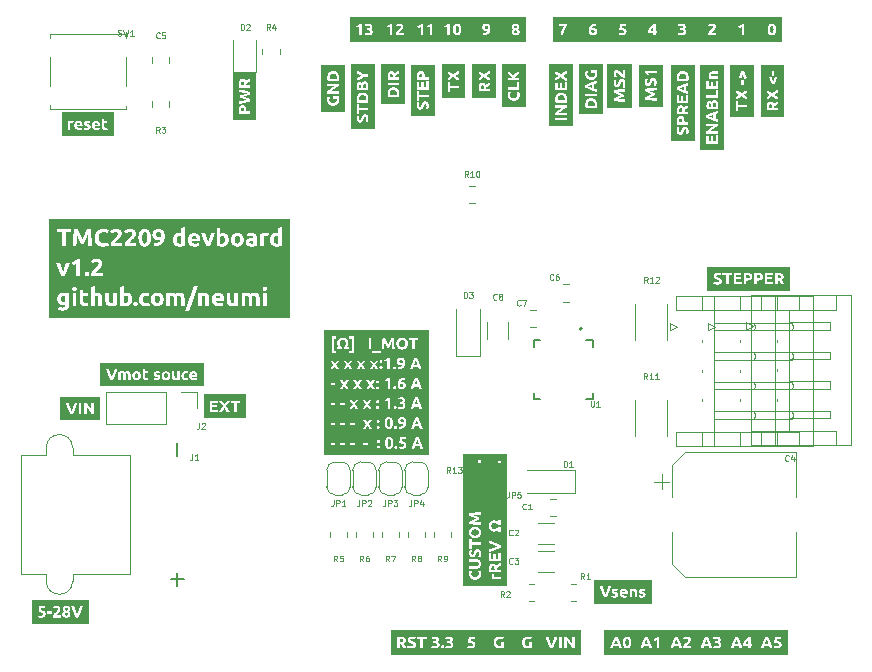
<source format=gbr>
%TF.GenerationSoftware,KiCad,Pcbnew,(7.0.0-0)*%
%TF.CreationDate,2023-03-13T18:12:38+01:00*%
%TF.ProjectId,tmc2209_devboard,746d6332-3230-4395-9f64-6576626f6172,rev?*%
%TF.SameCoordinates,Original*%
%TF.FileFunction,Legend,Top*%
%TF.FilePolarity,Positive*%
%FSLAX46Y46*%
G04 Gerber Fmt 4.6, Leading zero omitted, Abs format (unit mm)*
G04 Created by KiCad (PCBNEW (7.0.0-0)) date 2023-03-13 18:12:38*
%MOMM*%
%LPD*%
G01*
G04 APERTURE LIST*
%ADD10C,0.250000*%
%ADD11C,0.300000*%
%ADD12C,0.125000*%
%ADD13C,0.150000*%
%ADD14C,0.120000*%
%ADD15C,0.127000*%
%ADD16C,0.200000*%
G04 APERTURE END LIST*
D10*
G36*
X76287722Y-26670845D02*
G01*
X76301405Y-26672027D01*
X76314217Y-26674223D01*
X76326158Y-26677431D01*
X76337227Y-26681653D01*
X76347424Y-26686888D01*
X76356750Y-26693136D01*
X76365204Y-26700398D01*
X76372787Y-26708672D01*
X76379498Y-26717960D01*
X76385338Y-26728261D01*
X76387111Y-26731919D01*
X76392093Y-26743553D01*
X76396568Y-26756179D01*
X76400536Y-26769797D01*
X76402901Y-26779426D01*
X76405040Y-26789497D01*
X76406953Y-26800008D01*
X76408642Y-26810959D01*
X76410106Y-26822352D01*
X76411344Y-26834185D01*
X76412357Y-26846460D01*
X76413145Y-26859174D01*
X76413708Y-26872330D01*
X76414046Y-26885927D01*
X76414159Y-26899964D01*
X76414159Y-26968840D01*
X76152330Y-26968840D01*
X76151720Y-26960017D01*
X76151033Y-26949142D01*
X76150422Y-26938632D01*
X76149888Y-26928785D01*
X76149544Y-26922972D01*
X76149054Y-26912746D01*
X76148703Y-26902449D01*
X76148493Y-26892083D01*
X76148422Y-26881646D01*
X76148514Y-26869811D01*
X76148789Y-26858244D01*
X76149247Y-26846944D01*
X76149888Y-26835911D01*
X76150712Y-26825146D01*
X76151720Y-26814647D01*
X76152910Y-26804415D01*
X76154284Y-26794451D01*
X76155053Y-26789582D01*
X76157293Y-26777820D01*
X76159986Y-26766642D01*
X76163132Y-26756048D01*
X76166731Y-26746039D01*
X76170783Y-26736613D01*
X76175289Y-26727773D01*
X76177220Y-26724373D01*
X76183471Y-26714782D01*
X76190409Y-26706101D01*
X76198034Y-26698330D01*
X76206346Y-26691469D01*
X76215345Y-26685519D01*
X76225068Y-26680456D01*
X76235735Y-26676440D01*
X76245346Y-26673894D01*
X76255614Y-26672075D01*
X76266536Y-26670984D01*
X76278115Y-26670620D01*
X76287722Y-26670845D01*
G37*
G36*
X77463488Y-30259832D02*
G01*
X75427355Y-30259832D01*
X75427355Y-29366328D01*
X75945212Y-29366328D01*
X75945291Y-29376643D01*
X75945525Y-29386826D01*
X75945916Y-29396877D01*
X75946464Y-29406796D01*
X75947579Y-29421429D01*
X75949046Y-29435765D01*
X75950865Y-29449805D01*
X75953036Y-29463548D01*
X75955559Y-29476996D01*
X75958434Y-29490147D01*
X75961661Y-29503002D01*
X75965240Y-29515561D01*
X75967811Y-29523728D01*
X75971922Y-29535698D01*
X75976338Y-29547327D01*
X75981059Y-29558618D01*
X75986084Y-29569570D01*
X75991414Y-29580182D01*
X75997049Y-29590455D01*
X76002989Y-29600389D01*
X76009234Y-29609984D01*
X76015783Y-29619240D01*
X76022637Y-29628157D01*
X76027341Y-29633875D01*
X76034632Y-29642146D01*
X76042207Y-29650047D01*
X76050066Y-29657579D01*
X76058207Y-29664742D01*
X76066632Y-29671535D01*
X76075340Y-29677959D01*
X76084332Y-29684014D01*
X76093607Y-29689700D01*
X76103165Y-29695017D01*
X76113007Y-29699964D01*
X76119713Y-29703010D01*
X76129962Y-29707211D01*
X76140439Y-29710970D01*
X76151143Y-29714287D01*
X76162074Y-29717161D01*
X76173233Y-29719593D01*
X76184620Y-29721583D01*
X76196234Y-29723131D01*
X76208076Y-29724237D01*
X76220145Y-29724900D01*
X76232442Y-29725121D01*
X76240638Y-29725028D01*
X76252643Y-29724537D01*
X76264300Y-29723625D01*
X76275610Y-29722293D01*
X76286571Y-29720540D01*
X76297185Y-29718366D01*
X76307451Y-29715771D01*
X76317370Y-29712756D01*
X76326940Y-29709320D01*
X76336163Y-29705463D01*
X76345038Y-29701185D01*
X76356365Y-29694984D01*
X76367264Y-29688347D01*
X76377736Y-29681276D01*
X76387780Y-29673769D01*
X76397397Y-29665827D01*
X76406587Y-29657450D01*
X76415349Y-29648639D01*
X76423684Y-29639392D01*
X76425704Y-29637001D01*
X76433567Y-29627246D01*
X76441087Y-29617187D01*
X76448264Y-29606822D01*
X76455097Y-29596151D01*
X76461586Y-29585176D01*
X76467732Y-29573895D01*
X76473535Y-29562308D01*
X76477662Y-29553418D01*
X76478985Y-29550426D01*
X76482902Y-29541450D01*
X76487996Y-29529482D01*
X76492946Y-29517515D01*
X76497751Y-29505547D01*
X76502410Y-29493579D01*
X76506925Y-29481611D01*
X76511295Y-29469643D01*
X76515519Y-29457675D01*
X76519987Y-29444220D01*
X76524415Y-29431270D01*
X76528803Y-29418826D01*
X76533151Y-29406888D01*
X76537458Y-29395455D01*
X76541726Y-29384528D01*
X76545953Y-29374107D01*
X76550141Y-29364191D01*
X76554288Y-29354781D01*
X76558395Y-29345877D01*
X76564481Y-29333468D01*
X76570477Y-29322198D01*
X76576382Y-29312065D01*
X76582198Y-29303069D01*
X76584137Y-29300289D01*
X76590139Y-29292479D01*
X76598577Y-29283301D01*
X76607511Y-29275535D01*
X76616941Y-29269181D01*
X76626867Y-29264239D01*
X76637290Y-29260709D01*
X76648208Y-29258590D01*
X76659623Y-29257884D01*
X76668946Y-29258223D01*
X76679143Y-29259441D01*
X76688852Y-29261544D01*
X76699190Y-29264967D01*
X76707800Y-29269211D01*
X76715799Y-29274859D01*
X76723187Y-29281912D01*
X76729965Y-29290369D01*
X76735371Y-29298860D01*
X76740263Y-29308521D01*
X76744047Y-29317732D01*
X76747453Y-29327801D01*
X76750481Y-29338729D01*
X76750947Y-29340637D01*
X76753054Y-29350653D01*
X76754792Y-29361455D01*
X76756160Y-29373045D01*
X76756988Y-29382883D01*
X76757579Y-29393226D01*
X76757934Y-29404071D01*
X76758053Y-29415421D01*
X76758034Y-29421194D01*
X76757885Y-29432570D01*
X76757587Y-29443721D01*
X76757141Y-29454647D01*
X76756546Y-29465348D01*
X76755801Y-29475824D01*
X76754908Y-29486075D01*
X76753867Y-29496100D01*
X76752676Y-29505900D01*
X76750611Y-29520178D01*
X76748211Y-29533950D01*
X76745476Y-29547215D01*
X76742406Y-29559973D01*
X76739002Y-29572225D01*
X76737806Y-29576205D01*
X76734163Y-29587906D01*
X76730433Y-29599251D01*
X76726618Y-29610240D01*
X76722717Y-29620872D01*
X76718729Y-29631149D01*
X76714656Y-29641068D01*
X76710498Y-29650632D01*
X76706253Y-29659839D01*
X76701922Y-29668689D01*
X76696015Y-29679936D01*
X76870893Y-29741974D01*
X76875878Y-29732886D01*
X76881004Y-29722933D01*
X76885509Y-29713714D01*
X76890117Y-29703859D01*
X76894829Y-29693369D01*
X76897981Y-29685989D01*
X76901857Y-29676269D01*
X76905661Y-29666001D01*
X76909394Y-29655184D01*
X76913055Y-29643819D01*
X76915933Y-29634331D01*
X76918764Y-29624493D01*
X76921520Y-29614292D01*
X76924168Y-29603717D01*
X76926710Y-29592768D01*
X76929145Y-29581445D01*
X76931473Y-29569748D01*
X76933694Y-29557677D01*
X76935808Y-29545232D01*
X76937815Y-29532413D01*
X76938762Y-29525861D01*
X76940067Y-29515846D01*
X76941235Y-29505608D01*
X76942265Y-29495146D01*
X76943158Y-29484462D01*
X76943914Y-29473554D01*
X76944532Y-29462423D01*
X76945013Y-29451068D01*
X76945356Y-29439490D01*
X76945562Y-29427690D01*
X76945631Y-29415665D01*
X76945559Y-29403701D01*
X76945343Y-29391927D01*
X76944983Y-29380343D01*
X76944479Y-29368950D01*
X76943830Y-29357747D01*
X76943038Y-29346734D01*
X76942101Y-29335912D01*
X76941021Y-29325280D01*
X76939796Y-29314839D01*
X76938428Y-29304587D01*
X76936915Y-29294526D01*
X76935258Y-29284656D01*
X76931513Y-29265486D01*
X76927191Y-29247077D01*
X76922292Y-29229429D01*
X76916818Y-29212543D01*
X76910767Y-29196418D01*
X76904140Y-29181055D01*
X76896937Y-29166453D01*
X76889158Y-29152612D01*
X76880802Y-29139533D01*
X76871870Y-29127215D01*
X76862385Y-29115621D01*
X76852433Y-29104775D01*
X76842014Y-29094677D01*
X76831127Y-29085327D01*
X76819773Y-29076725D01*
X76807951Y-29068871D01*
X76795661Y-29061765D01*
X76782904Y-29055407D01*
X76769680Y-29049797D01*
X76755988Y-29044935D01*
X76741829Y-29040821D01*
X76727202Y-29037455D01*
X76712107Y-29034837D01*
X76696545Y-29032967D01*
X76680516Y-29031845D01*
X76664019Y-29031471D01*
X76655490Y-29031543D01*
X76642996Y-29031919D01*
X76630863Y-29032616D01*
X76619091Y-29033636D01*
X76607679Y-29034978D01*
X76596628Y-29036641D01*
X76585938Y-29038627D01*
X76575608Y-29040935D01*
X76565639Y-29043564D01*
X76556030Y-29046516D01*
X76546782Y-29049790D01*
X76534887Y-29054667D01*
X76523381Y-29060139D01*
X76512264Y-29066207D01*
X76501536Y-29072870D01*
X76491198Y-29080129D01*
X76481249Y-29087983D01*
X76471689Y-29096432D01*
X76462519Y-29105477D01*
X76458066Y-29110193D01*
X76451519Y-29117550D01*
X76445132Y-29125245D01*
X76438903Y-29133280D01*
X76432833Y-29141654D01*
X76426921Y-29150368D01*
X76421169Y-29159420D01*
X76415576Y-29168812D01*
X76410141Y-29178543D01*
X76404865Y-29188613D01*
X76399748Y-29199022D01*
X76398068Y-29202552D01*
X76393020Y-29213375D01*
X76387959Y-29224546D01*
X76382885Y-29236064D01*
X76377798Y-29247930D01*
X76372698Y-29260144D01*
X76367586Y-29272705D01*
X76362460Y-29285615D01*
X76357322Y-29298872D01*
X76352171Y-29312477D01*
X76348729Y-29321740D01*
X76345282Y-29331157D01*
X76343728Y-29335682D01*
X76339868Y-29346787D01*
X76336043Y-29357593D01*
X76332254Y-29368101D01*
X76328501Y-29378310D01*
X76324784Y-29388222D01*
X76321102Y-29397836D01*
X76318880Y-29403452D01*
X76315072Y-29412536D01*
X76310330Y-29422980D01*
X76305398Y-29432926D01*
X76300278Y-29442375D01*
X76294968Y-29451325D01*
X76292238Y-29455583D01*
X76285652Y-29464801D01*
X76278761Y-29473014D01*
X76271567Y-29480222D01*
X76262972Y-29487228D01*
X76259556Y-29489498D01*
X76249733Y-29494459D01*
X76240286Y-29497498D01*
X76230045Y-29499321D01*
X76219009Y-29499929D01*
X76208430Y-29499391D01*
X76198553Y-29497777D01*
X76187195Y-29494245D01*
X76176934Y-29489033D01*
X76167770Y-29482138D01*
X76159703Y-29473562D01*
X76154040Y-29465491D01*
X76150243Y-29458643D01*
X76145760Y-29448297D01*
X76141942Y-29436562D01*
X76139514Y-29426849D01*
X76137460Y-29416355D01*
X76135779Y-29405079D01*
X76134472Y-29393022D01*
X76133538Y-29380183D01*
X76132978Y-29366563D01*
X76132791Y-29352162D01*
X76132855Y-29343450D01*
X76133190Y-29330681D01*
X76133814Y-29318273D01*
X76134725Y-29306226D01*
X76135923Y-29294540D01*
X76137409Y-29283214D01*
X76139183Y-29272249D01*
X76141245Y-29261644D01*
X76143594Y-29251401D01*
X76146231Y-29241517D01*
X76149155Y-29231995D01*
X76153261Y-29219622D01*
X76157520Y-29207540D01*
X76161932Y-29195748D01*
X76166496Y-29184245D01*
X76171213Y-29173033D01*
X76176083Y-29162111D01*
X76181105Y-29151479D01*
X76186280Y-29141136D01*
X76012868Y-29077877D01*
X76009710Y-29083777D01*
X76005037Y-29093000D01*
X76000442Y-29102668D01*
X75995924Y-29112783D01*
X75991483Y-29123345D01*
X75987120Y-29134353D01*
X75982833Y-29145808D01*
X75978624Y-29157709D01*
X75974493Y-29170056D01*
X75970439Y-29182850D01*
X75966461Y-29196091D01*
X75962664Y-29209789D01*
X75959240Y-29223955D01*
X75957165Y-29233659D01*
X75955256Y-29243570D01*
X75953513Y-29253690D01*
X75951936Y-29264018D01*
X75950525Y-29274554D01*
X75949280Y-29285298D01*
X75948200Y-29296250D01*
X75947287Y-29307409D01*
X75946540Y-29318777D01*
X75945959Y-29330353D01*
X75945544Y-29342137D01*
X75945295Y-29354129D01*
X75945212Y-29366328D01*
X75427355Y-29366328D01*
X75427355Y-28171981D01*
X75960844Y-28171981D01*
X75960844Y-28979448D01*
X76148422Y-28979448D01*
X76148422Y-28685379D01*
X76930000Y-28685379D01*
X76930000Y-28465805D01*
X76148422Y-28465805D01*
X76148422Y-28171981D01*
X75960844Y-28171981D01*
X75427355Y-28171981D01*
X75427355Y-28036182D01*
X75960844Y-28036182D01*
X76930000Y-28036182D01*
X76930000Y-27345463D01*
X76742421Y-27345463D01*
X76742421Y-27816852D01*
X76507948Y-27816852D01*
X76507948Y-27427040D01*
X76320369Y-27427040D01*
X76320369Y-27816852D01*
X76148422Y-27816852D01*
X76148422Y-27377947D01*
X75960844Y-27377947D01*
X75960844Y-28036182D01*
X75427355Y-28036182D01*
X75427355Y-26895568D01*
X75960844Y-26895568D01*
X75960849Y-26899372D01*
X75960932Y-26911016D01*
X75961113Y-26923003D01*
X75961392Y-26935333D01*
X75961771Y-26948007D01*
X75962248Y-26961025D01*
X75962824Y-26974386D01*
X75963499Y-26988090D01*
X75964273Y-27002138D01*
X75965145Y-27016529D01*
X75965781Y-27026314D01*
X75966461Y-27036252D01*
X75967167Y-27046233D01*
X75967938Y-27056150D01*
X75968777Y-27066001D01*
X75969682Y-27075788D01*
X75971166Y-27090347D01*
X75972799Y-27104760D01*
X75974583Y-27119026D01*
X75976517Y-27133147D01*
X75978602Y-27147122D01*
X75980836Y-27160951D01*
X75983221Y-27174634D01*
X75985757Y-27188171D01*
X76930000Y-27188171D01*
X76930000Y-26968840D01*
X76601737Y-26968840D01*
X76601737Y-26899964D01*
X76601663Y-26886340D01*
X76601441Y-26872913D01*
X76601072Y-26859685D01*
X76600554Y-26846654D01*
X76599889Y-26833822D01*
X76599075Y-26821187D01*
X76598114Y-26808751D01*
X76597005Y-26796512D01*
X76595748Y-26784471D01*
X76594343Y-26772629D01*
X76592790Y-26760984D01*
X76591090Y-26749537D01*
X76589241Y-26738288D01*
X76587245Y-26727238D01*
X76585100Y-26716385D01*
X76582808Y-26705730D01*
X76580368Y-26695273D01*
X76577780Y-26685014D01*
X76575045Y-26674953D01*
X76572161Y-26665090D01*
X76569129Y-26655425D01*
X76565950Y-26645958D01*
X76559147Y-26627618D01*
X76551753Y-26610070D01*
X76543768Y-26593313D01*
X76535190Y-26577349D01*
X76526022Y-26562176D01*
X76521182Y-26554903D01*
X76510947Y-26541050D01*
X76499971Y-26528120D01*
X76488255Y-26516114D01*
X76475798Y-26505032D01*
X76462602Y-26494873D01*
X76448665Y-26485637D01*
X76433987Y-26477326D01*
X76418569Y-26469937D01*
X76402411Y-26463472D01*
X76385513Y-26457931D01*
X76367874Y-26453313D01*
X76349494Y-26449619D01*
X76330375Y-26446849D01*
X76320537Y-26445810D01*
X76310515Y-26445002D01*
X76300307Y-26444424D01*
X76289914Y-26444078D01*
X76279337Y-26443963D01*
X76268835Y-26444077D01*
X76258520Y-26444419D01*
X76248390Y-26444989D01*
X76238445Y-26445787D01*
X76219113Y-26448067D01*
X76200522Y-26451259D01*
X76182675Y-26455364D01*
X76165569Y-26460380D01*
X76149206Y-26466309D01*
X76133585Y-26473150D01*
X76118706Y-26480902D01*
X76104569Y-26489567D01*
X76091175Y-26499144D01*
X76078523Y-26509633D01*
X76066613Y-26521035D01*
X76055446Y-26533348D01*
X76045021Y-26546573D01*
X76035338Y-26560711D01*
X76026317Y-26575700D01*
X76017878Y-26591481D01*
X76010022Y-26608055D01*
X76002747Y-26625420D01*
X75996054Y-26643577D01*
X75992926Y-26652952D01*
X75989943Y-26662526D01*
X75987106Y-26672297D01*
X75984414Y-26682266D01*
X75981868Y-26692434D01*
X75979467Y-26702799D01*
X75977212Y-26713362D01*
X75975103Y-26724123D01*
X75973138Y-26735083D01*
X75971320Y-26746240D01*
X75969646Y-26757595D01*
X75968119Y-26769148D01*
X75966736Y-26780899D01*
X75965500Y-26792848D01*
X75964409Y-26804995D01*
X75963463Y-26817340D01*
X75962663Y-26829883D01*
X75962008Y-26842624D01*
X75961499Y-26855563D01*
X75961135Y-26868700D01*
X75960923Y-26881646D01*
X75960917Y-26882035D01*
X75960844Y-26895568D01*
X75427355Y-26895568D01*
X75427355Y-25926107D01*
X77463488Y-25926107D01*
X77463488Y-30259832D01*
G37*
G36*
X84258908Y-23009919D02*
G01*
X84268625Y-23012963D01*
X84278188Y-23016075D01*
X84287599Y-23019256D01*
X84296858Y-23022505D01*
X84308216Y-23026664D01*
X84319336Y-23030930D01*
X84330217Y-23035303D01*
X84334515Y-23037089D01*
X84344935Y-23041688D01*
X84354889Y-23046477D01*
X84364379Y-23051457D01*
X84373403Y-23056629D01*
X84381962Y-23061990D01*
X84390056Y-23067543D01*
X84393189Y-23069826D01*
X84402085Y-23076962D01*
X84410225Y-23084527D01*
X84417610Y-23092521D01*
X84424239Y-23100944D01*
X84430112Y-23109797D01*
X84431916Y-23112846D01*
X84436630Y-23122315D01*
X84440297Y-23132264D01*
X84442916Y-23142694D01*
X84444487Y-23153604D01*
X84445011Y-23164996D01*
X84444484Y-23175254D01*
X84442904Y-23185268D01*
X84440271Y-23195038D01*
X84436585Y-23204563D01*
X84431845Y-23213845D01*
X84426052Y-23222882D01*
X84419205Y-23231674D01*
X84411305Y-23240223D01*
X84404638Y-23246203D01*
X84394666Y-23253261D01*
X84383457Y-23259274D01*
X84374240Y-23263097D01*
X84364326Y-23266332D01*
X84353718Y-23268979D01*
X84342413Y-23271037D01*
X84330413Y-23272508D01*
X84317718Y-23273390D01*
X84304327Y-23273684D01*
X84292700Y-23273422D01*
X84281634Y-23272635D01*
X84271129Y-23271323D01*
X84261184Y-23269486D01*
X84249990Y-23266590D01*
X84239603Y-23262937D01*
X84231516Y-23259448D01*
X84222425Y-23254914D01*
X84212666Y-23249147D01*
X84203819Y-23242866D01*
X84195883Y-23236071D01*
X84194839Y-23235060D01*
X84188022Y-23227812D01*
X84181290Y-23219157D01*
X84175687Y-23210105D01*
X84171215Y-23200655D01*
X84169440Y-23195824D01*
X84166312Y-23185344D01*
X84164383Y-23175405D01*
X84163643Y-23164996D01*
X84164059Y-23152101D01*
X84165307Y-23139671D01*
X84167387Y-23127707D01*
X84170299Y-23116209D01*
X84174043Y-23105176D01*
X84178618Y-23094608D01*
X84184026Y-23084507D01*
X84190266Y-23074870D01*
X84197177Y-23065616D01*
X84204478Y-23056659D01*
X84212167Y-23048000D01*
X84220246Y-23039638D01*
X84228715Y-23031575D01*
X84237572Y-23023808D01*
X84246819Y-23016340D01*
X84256455Y-23009169D01*
X84258908Y-23009919D01*
G37*
G36*
X84306103Y-22617169D02*
G01*
X84317815Y-22617650D01*
X84328824Y-22618852D01*
X84339128Y-22620776D01*
X84348727Y-22623420D01*
X84359037Y-22627418D01*
X84361816Y-22628688D01*
X84371059Y-22633437D01*
X84379554Y-22638653D01*
X84388347Y-22645186D01*
X84396162Y-22652330D01*
X84401449Y-22657912D01*
X84407563Y-22665621D01*
X84413163Y-22674658D01*
X84417411Y-22684082D01*
X84417802Y-22685133D01*
X84421027Y-22695408D01*
X84423011Y-22705254D01*
X84423762Y-22715589D01*
X84423388Y-22728160D01*
X84422266Y-22740227D01*
X84420396Y-22751791D01*
X84417778Y-22762850D01*
X84414412Y-22773406D01*
X84410298Y-22783458D01*
X84405436Y-22793007D01*
X84399826Y-22802051D01*
X84393514Y-22810714D01*
X84386545Y-22819118D01*
X84378920Y-22827262D01*
X84370639Y-22835146D01*
X84361701Y-22842771D01*
X84352107Y-22850136D01*
X84341856Y-22857242D01*
X84330950Y-22864089D01*
X84321119Y-22860688D01*
X84311654Y-22857200D01*
X84298145Y-22851809D01*
X84285459Y-22846224D01*
X84273598Y-22840446D01*
X84262562Y-22834474D01*
X84252349Y-22828310D01*
X84242961Y-22821952D01*
X84234397Y-22815401D01*
X84226658Y-22808657D01*
X84217621Y-22799364D01*
X84209893Y-22789816D01*
X84203195Y-22780100D01*
X84197528Y-22770216D01*
X84192891Y-22760163D01*
X84189285Y-22749943D01*
X84186709Y-22739556D01*
X84185163Y-22729000D01*
X84184648Y-22718276D01*
X84184759Y-22714223D01*
X84186004Y-22703890D01*
X84188307Y-22694346D01*
X84191731Y-22684570D01*
X84195192Y-22676982D01*
X84200707Y-22667534D01*
X84206615Y-22659429D01*
X84213469Y-22651598D01*
X84215361Y-22649668D01*
X84223520Y-22642448D01*
X84232626Y-22636021D01*
X84241369Y-22631049D01*
X84250838Y-22626685D01*
X84252250Y-22626099D01*
X84262592Y-22622517D01*
X84272089Y-22620173D01*
X84282170Y-22618499D01*
X84292834Y-22617494D01*
X84304083Y-22617159D01*
X84306103Y-22617169D01*
G37*
G36*
X79357902Y-22617253D02*
G01*
X79369632Y-22618305D01*
X79380742Y-22620525D01*
X79391232Y-22623915D01*
X79401102Y-22628473D01*
X79410352Y-22634200D01*
X79418982Y-22641095D01*
X79422295Y-22644164D01*
X79430186Y-22652514D01*
X79437517Y-22661829D01*
X79442978Y-22669977D01*
X79448081Y-22678743D01*
X79452825Y-22688127D01*
X79457209Y-22698130D01*
X79461236Y-22708750D01*
X79463127Y-22714249D01*
X79466714Y-22725629D01*
X79470042Y-22737520D01*
X79473110Y-22749923D01*
X79475241Y-22759561D01*
X79477226Y-22769487D01*
X79479065Y-22779700D01*
X79480758Y-22790201D01*
X79482305Y-22800989D01*
X79483706Y-22812065D01*
X79484564Y-22819567D01*
X79485746Y-22831017D01*
X79486805Y-22842702D01*
X79487739Y-22854624D01*
X79488548Y-22866782D01*
X79489233Y-22879176D01*
X79489793Y-22891807D01*
X79490229Y-22904673D01*
X79490540Y-22917775D01*
X79490727Y-22931114D01*
X79490789Y-22944689D01*
X79490761Y-22953769D01*
X79490616Y-22967206D01*
X79490346Y-22980425D01*
X79489952Y-22993424D01*
X79489433Y-23006205D01*
X79488790Y-23018766D01*
X79488022Y-23031109D01*
X79487130Y-23043233D01*
X79486113Y-23055137D01*
X79484972Y-23066823D01*
X79483706Y-23078290D01*
X79483255Y-23082044D01*
X79481805Y-23093112D01*
X79480210Y-23103889D01*
X79478468Y-23114373D01*
X79476580Y-23124565D01*
X79474547Y-23134466D01*
X79471608Y-23147212D01*
X79468410Y-23159439D01*
X79464953Y-23171148D01*
X79461236Y-23182337D01*
X79460263Y-23185035D01*
X79456147Y-23195446D01*
X79451672Y-23205246D01*
X79446839Y-23214436D01*
X79441647Y-23223015D01*
X79434652Y-23232880D01*
X79427097Y-23241791D01*
X79418982Y-23249748D01*
X79415604Y-23252647D01*
X79406727Y-23259075D01*
X79397229Y-23264334D01*
X79387111Y-23268425D01*
X79376373Y-23271347D01*
X79365014Y-23273100D01*
X79353036Y-23273684D01*
X79348143Y-23273591D01*
X79336368Y-23272539D01*
X79325250Y-23270318D01*
X79314787Y-23266929D01*
X79304980Y-23262371D01*
X79295830Y-23256644D01*
X79287335Y-23249748D01*
X79285726Y-23248233D01*
X79277970Y-23240085D01*
X79270690Y-23230984D01*
X79263887Y-23220928D01*
X79258789Y-23212196D01*
X79253996Y-23202854D01*
X79249508Y-23192901D01*
X79245325Y-23182337D01*
X79243345Y-23176807D01*
X79239598Y-23165359D01*
X79236132Y-23153391D01*
X79232950Y-23140904D01*
X79230748Y-23131198D01*
X79228705Y-23121200D01*
X79226821Y-23110911D01*
X79225096Y-23100329D01*
X79223529Y-23089455D01*
X79222122Y-23078290D01*
X79221264Y-23070670D01*
X79220081Y-23059057D01*
X79219023Y-23047225D01*
X79218089Y-23035174D01*
X79217280Y-23022905D01*
X79216595Y-23010416D01*
X79216035Y-22997709D01*
X79215599Y-22984782D01*
X79215288Y-22971637D01*
X79215101Y-22958272D01*
X79215039Y-22944689D01*
X79215066Y-22935613D01*
X79215212Y-22922195D01*
X79215482Y-22909014D01*
X79215876Y-22896069D01*
X79216395Y-22883360D01*
X79217038Y-22870887D01*
X79217806Y-22858651D01*
X79218698Y-22846650D01*
X79219715Y-22834886D01*
X79220856Y-22823357D01*
X79222122Y-22812065D01*
X79222573Y-22808341D01*
X79224034Y-22797361D01*
X79225653Y-22786668D01*
X79227431Y-22776263D01*
X79229368Y-22766146D01*
X79231464Y-22756317D01*
X79234506Y-22743658D01*
X79237830Y-22731511D01*
X79241436Y-22719875D01*
X79245325Y-22708750D01*
X79246342Y-22706037D01*
X79250601Y-22695571D01*
X79255165Y-22685723D01*
X79260035Y-22676493D01*
X79265210Y-22667882D01*
X79272108Y-22657987D01*
X79279483Y-22649058D01*
X79287335Y-22641095D01*
X79290654Y-22638197D01*
X79299411Y-22631769D01*
X79308824Y-22626509D01*
X79318893Y-22622419D01*
X79329618Y-22619497D01*
X79340999Y-22617744D01*
X79353036Y-22617159D01*
X79357902Y-22617253D01*
G37*
G36*
X81815438Y-22617316D02*
G01*
X81825425Y-22618012D01*
X81837329Y-22619667D01*
X81848590Y-22622191D01*
X81859206Y-22625587D01*
X81869179Y-22629853D01*
X81878507Y-22634989D01*
X81882063Y-22637240D01*
X81890543Y-22643325D01*
X81898440Y-22650067D01*
X81905751Y-22657465D01*
X81912479Y-22665518D01*
X81918622Y-22674228D01*
X81924180Y-22683593D01*
X81929273Y-22693473D01*
X81933864Y-22703877D01*
X81937955Y-22714806D01*
X81941545Y-22726260D01*
X81944056Y-22735800D01*
X81946246Y-22745677D01*
X81948116Y-22755889D01*
X81949799Y-22766304D01*
X81951307Y-22776909D01*
X81952639Y-22787706D01*
X81953795Y-22798693D01*
X81954776Y-22809871D01*
X81955581Y-22821239D01*
X81956211Y-22832799D01*
X81956665Y-22844549D01*
X81955932Y-22853831D01*
X81955843Y-22854501D01*
X81955199Y-22864333D01*
X81955199Y-22876057D01*
X81954128Y-22876724D01*
X81944271Y-22881715D01*
X81933767Y-22885582D01*
X81923369Y-22888525D01*
X81913719Y-22890714D01*
X81903176Y-22892665D01*
X81898791Y-22893375D01*
X81887929Y-22894949D01*
X81877210Y-22896237D01*
X81866634Y-22897239D01*
X81856201Y-22897955D01*
X81845911Y-22898384D01*
X81835765Y-22898527D01*
X81825385Y-22898393D01*
X81815374Y-22897993D01*
X81801048Y-22896891D01*
X81787550Y-22895188D01*
X81774882Y-22892884D01*
X81763041Y-22889979D01*
X81752030Y-22886472D01*
X81741847Y-22882365D01*
X81732492Y-22877657D01*
X81723966Y-22872347D01*
X81713887Y-22864333D01*
X81705186Y-22855208D01*
X81697645Y-22844931D01*
X81692751Y-22836467D01*
X81688509Y-22827354D01*
X81684920Y-22817593D01*
X81681983Y-22807184D01*
X81679699Y-22796127D01*
X81678068Y-22784421D01*
X81677089Y-22772067D01*
X81676762Y-22759064D01*
X81676881Y-22753122D01*
X81677657Y-22742632D01*
X81679158Y-22732025D01*
X81681384Y-22721301D01*
X81684334Y-22710460D01*
X81686406Y-22704293D01*
X81690602Y-22693794D01*
X81695522Y-22683670D01*
X81701167Y-22673919D01*
X81707537Y-22664542D01*
X81709528Y-22661947D01*
X81715948Y-22654528D01*
X81723038Y-22647659D01*
X81730797Y-22641339D01*
X81739227Y-22635569D01*
X81748326Y-22630348D01*
X81754810Y-22627257D01*
X81765036Y-22623393D01*
X81775864Y-22620457D01*
X81787293Y-22618447D01*
X81797276Y-22617481D01*
X81807677Y-22617159D01*
X81815438Y-22617316D01*
G37*
G36*
X85168276Y-23963488D02*
G01*
X70278619Y-23963488D01*
X70278619Y-22664054D01*
X70796476Y-22664054D01*
X70859735Y-22820369D01*
X70865913Y-22818177D01*
X70875219Y-22814795D01*
X70884572Y-22811302D01*
X70893972Y-22807697D01*
X70903419Y-22803980D01*
X70912914Y-22800152D01*
X70922456Y-22796212D01*
X70932045Y-22792161D01*
X70941682Y-22787998D01*
X70951365Y-22783723D01*
X70961096Y-22779337D01*
X70970765Y-22774806D01*
X70980261Y-22770189D01*
X70989587Y-22765486D01*
X70998740Y-22760698D01*
X71007722Y-22755823D01*
X71016532Y-22750863D01*
X71025170Y-22745817D01*
X71033636Y-22740685D01*
X71044658Y-22733709D01*
X71055374Y-22726580D01*
X71055374Y-23430000D01*
X71264934Y-23430000D01*
X71264934Y-23392875D01*
X71529938Y-23392875D01*
X71539967Y-23396996D01*
X71550170Y-23400753D01*
X71559976Y-23404084D01*
X71570761Y-23407519D01*
X71580496Y-23410460D01*
X71586647Y-23412233D01*
X71597165Y-23415131D01*
X71608018Y-23417958D01*
X71619205Y-23420713D01*
X71630725Y-23423396D01*
X71642579Y-23426008D01*
X71652303Y-23428046D01*
X71662180Y-23430007D01*
X71672148Y-23431862D01*
X71682208Y-23433610D01*
X71692359Y-23435251D01*
X71702602Y-23436785D01*
X71712937Y-23438212D01*
X71723363Y-23439533D01*
X71733880Y-23440746D01*
X71739146Y-23441338D01*
X71749580Y-23442406D01*
X71759884Y-23443322D01*
X71770058Y-23444085D01*
X71780102Y-23444696D01*
X71790017Y-23445154D01*
X71802228Y-23445512D01*
X71814236Y-23445631D01*
X71820529Y-23445609D01*
X71832955Y-23445431D01*
X71845167Y-23445076D01*
X71857166Y-23444544D01*
X71868951Y-23443834D01*
X71880522Y-23442947D01*
X71891879Y-23441882D01*
X71903022Y-23440640D01*
X71913952Y-23439220D01*
X71924668Y-23437623D01*
X71935171Y-23435849D01*
X71945460Y-23433897D01*
X71955535Y-23431767D01*
X71965396Y-23429460D01*
X71975044Y-23426976D01*
X71989114Y-23422916D01*
X71998263Y-23420007D01*
X72011603Y-23415377D01*
X72024484Y-23410430D01*
X72036905Y-23405164D01*
X72048867Y-23399582D01*
X72060369Y-23393681D01*
X72071413Y-23387463D01*
X72081996Y-23380927D01*
X72092121Y-23374074D01*
X72101786Y-23366902D01*
X72110991Y-23359413D01*
X72116876Y-23354257D01*
X72125331Y-23346303D01*
X72133340Y-23338088D01*
X72140902Y-23329611D01*
X72148017Y-23320872D01*
X72154686Y-23311871D01*
X72160909Y-23302608D01*
X72166684Y-23293083D01*
X72172014Y-23283296D01*
X72176897Y-23273248D01*
X72181333Y-23262937D01*
X72184054Y-23255906D01*
X72187807Y-23245208D01*
X72191164Y-23234330D01*
X72194126Y-23223272D01*
X72196694Y-23212034D01*
X72198866Y-23200615D01*
X72200644Y-23189016D01*
X72202026Y-23177236D01*
X72203014Y-23165277D01*
X72203606Y-23153136D01*
X72203804Y-23140816D01*
X72203641Y-23130407D01*
X72203155Y-23120185D01*
X72202344Y-23110150D01*
X72201209Y-23100302D01*
X72198897Y-23085881D01*
X72195856Y-23071880D01*
X72192085Y-23058301D01*
X72187584Y-23045141D01*
X72182354Y-23032403D01*
X72176393Y-23020086D01*
X72169703Y-23008189D01*
X72162282Y-22996713D01*
X72156958Y-22989319D01*
X72148466Y-22978664D01*
X72139369Y-22968533D01*
X72129667Y-22958926D01*
X72119360Y-22949843D01*
X72108447Y-22941283D01*
X72096928Y-22933248D01*
X72084805Y-22925736D01*
X72072076Y-22918748D01*
X72063253Y-22914380D01*
X72054162Y-22910245D01*
X72044802Y-22906343D01*
X72051582Y-22902793D01*
X72061420Y-22897092D01*
X72070859Y-22890940D01*
X72079899Y-22884338D01*
X72088539Y-22877285D01*
X72096780Y-22869781D01*
X72104622Y-22861826D01*
X72112064Y-22853420D01*
X72119108Y-22844564D01*
X72125752Y-22835256D01*
X72131996Y-22825498D01*
X72135930Y-22818800D01*
X72141355Y-22808706D01*
X72146208Y-22798555D01*
X72150491Y-22788349D01*
X72154202Y-22778088D01*
X72157343Y-22767770D01*
X72159912Y-22757397D01*
X72161911Y-22746967D01*
X72163339Y-22736482D01*
X72164195Y-22725942D01*
X72164481Y-22715345D01*
X72164403Y-22708084D01*
X72163998Y-22697330D01*
X72163244Y-22686738D01*
X72162143Y-22676309D01*
X72160694Y-22666044D01*
X72160340Y-22664054D01*
X73395220Y-22664054D01*
X73458479Y-22820369D01*
X73464657Y-22818177D01*
X73473963Y-22814795D01*
X73483316Y-22811302D01*
X73492716Y-22807697D01*
X73502163Y-22803980D01*
X73511658Y-22800152D01*
X73521200Y-22796212D01*
X73530789Y-22792161D01*
X73540425Y-22787998D01*
X73550109Y-22783723D01*
X73559840Y-22779337D01*
X73569509Y-22774806D01*
X73579005Y-22770189D01*
X73588330Y-22765486D01*
X73597484Y-22760698D01*
X73606466Y-22755823D01*
X73615275Y-22750863D01*
X73623914Y-22745817D01*
X73632380Y-22740685D01*
X73643402Y-22733709D01*
X73654118Y-22726580D01*
X73654118Y-23430000D01*
X73863678Y-23430000D01*
X73863678Y-22577592D01*
X74141382Y-22577592D01*
X74245430Y-22715833D01*
X74250940Y-22710552D01*
X74258636Y-22703661D01*
X74266807Y-22696692D01*
X74274983Y-22689944D01*
X74277486Y-22687899D01*
X74285348Y-22681777D01*
X74293743Y-22675672D01*
X74302670Y-22669584D01*
X74312130Y-22663513D01*
X74322122Y-22657459D01*
X74325563Y-22655431D01*
X74334359Y-22650510D01*
X74343428Y-22645804D01*
X74352772Y-22641313D01*
X74362390Y-22637036D01*
X74372283Y-22632975D01*
X74382450Y-22629127D01*
X74386620Y-22627678D01*
X74397204Y-22624464D01*
X74408015Y-22621834D01*
X74419053Y-22619789D01*
X74430317Y-22618328D01*
X74441807Y-22617451D01*
X74453525Y-22617159D01*
X74466267Y-22617552D01*
X74478483Y-22618732D01*
X74490172Y-22620697D01*
X74501335Y-22623449D01*
X74511971Y-22626986D01*
X74522080Y-22631310D01*
X74531663Y-22636420D01*
X74540719Y-22642316D01*
X74547005Y-22647353D01*
X74554424Y-22655064D01*
X74560743Y-22663912D01*
X74565964Y-22673897D01*
X74570086Y-22685020D01*
X74573108Y-22697280D01*
X74574654Y-22707221D01*
X74575581Y-22717802D01*
X74575890Y-22729023D01*
X74575841Y-22732531D01*
X74575096Y-22743021D01*
X74573459Y-22753459D01*
X74570929Y-22763846D01*
X74567506Y-22774182D01*
X74563190Y-22784466D01*
X74562386Y-22786160D01*
X74557166Y-22796338D01*
X74552290Y-22804833D01*
X74546938Y-22813340D01*
X74541108Y-22821859D01*
X74534802Y-22830389D01*
X74528019Y-22838932D01*
X74520824Y-22847510D01*
X74513283Y-22856148D01*
X74505396Y-22864846D01*
X74497164Y-22873603D01*
X74490329Y-22880652D01*
X74483273Y-22887738D01*
X74475995Y-22894863D01*
X74468542Y-22902065D01*
X74460959Y-22909381D01*
X74453246Y-22916811D01*
X74445403Y-22924356D01*
X74437431Y-22932015D01*
X74429329Y-22939789D01*
X74421097Y-22947677D01*
X74412736Y-22955680D01*
X74407298Y-22960931D01*
X74399126Y-22968808D01*
X74390937Y-22976685D01*
X74382731Y-22984562D01*
X74374508Y-22992438D01*
X74366268Y-23000315D01*
X74358010Y-23008192D01*
X74349736Y-23016069D01*
X74341444Y-23023946D01*
X74333135Y-23031823D01*
X74324809Y-23039699D01*
X74319318Y-23044975D01*
X74311214Y-23052983D01*
X74303269Y-23061101D01*
X74295483Y-23069332D01*
X74287856Y-23077673D01*
X74280388Y-23086127D01*
X74273079Y-23094692D01*
X74265928Y-23103369D01*
X74258936Y-23112158D01*
X74252104Y-23121058D01*
X74245430Y-23130069D01*
X74241085Y-23136114D01*
X74234761Y-23145296D01*
X74228668Y-23154616D01*
X74222808Y-23164072D01*
X74217179Y-23173667D01*
X74211783Y-23183398D01*
X74206618Y-23193267D01*
X74201685Y-23203273D01*
X74196984Y-23213417D01*
X74192514Y-23223698D01*
X74188277Y-23234117D01*
X74185644Y-23241152D01*
X74182014Y-23251870D01*
X74178767Y-23262785D01*
X74175901Y-23273897D01*
X74173417Y-23285207D01*
X74171316Y-23296715D01*
X74169596Y-23308420D01*
X74168259Y-23320323D01*
X74167303Y-23332423D01*
X74166730Y-23344720D01*
X74166539Y-23357215D01*
X74166539Y-23360614D01*
X74166539Y-23370526D01*
X74166539Y-23381127D01*
X74166539Y-23390921D01*
X74166611Y-23398122D01*
X74167023Y-23408800D01*
X74167924Y-23419571D01*
X74169470Y-23430000D01*
X74819400Y-23430000D01*
X74819400Y-23258053D01*
X74400035Y-23258053D01*
X74400308Y-23257175D01*
X74404477Y-23247587D01*
X74409702Y-23238851D01*
X74415651Y-23230431D01*
X74421773Y-23222637D01*
X74427388Y-23215767D01*
X74434440Y-23207318D01*
X74441836Y-23198645D01*
X74448262Y-23191247D01*
X74454926Y-23183695D01*
X74461829Y-23175987D01*
X74464675Y-23172846D01*
X74471848Y-23165027D01*
X74479105Y-23157257D01*
X74486446Y-23149533D01*
X74493869Y-23141858D01*
X74501377Y-23134230D01*
X74508968Y-23126650D01*
X74516593Y-23119137D01*
X74524052Y-23111862D01*
X74531343Y-23104825D01*
X74538468Y-23098028D01*
X74546797Y-23090185D01*
X74554885Y-23082686D01*
X74559990Y-23077968D01*
X74567668Y-23070831D01*
X74575371Y-23063620D01*
X74583101Y-23056336D01*
X74590856Y-23048980D01*
X74598637Y-23041550D01*
X74606443Y-23034047D01*
X74614276Y-23026472D01*
X74622134Y-23018823D01*
X74630018Y-23011102D01*
X74637928Y-23003307D01*
X74643176Y-22998073D01*
X74650924Y-22990172D01*
X74658521Y-22982211D01*
X74665967Y-22974189D01*
X74673264Y-22966108D01*
X74680410Y-22957966D01*
X74687406Y-22949765D01*
X74694252Y-22941503D01*
X74700947Y-22933181D01*
X74707492Y-22924799D01*
X74713887Y-22916357D01*
X74718051Y-22910695D01*
X74724110Y-22902153D01*
X74729946Y-22893551D01*
X74735559Y-22884888D01*
X74740949Y-22876165D01*
X74746115Y-22867383D01*
X74751058Y-22858540D01*
X74755778Y-22849637D01*
X74760274Y-22840674D01*
X74764548Y-22831651D01*
X74768598Y-22822568D01*
X74772395Y-22813372D01*
X74775819Y-22804103D01*
X74778870Y-22794762D01*
X74781546Y-22785347D01*
X74784535Y-22772681D01*
X74786859Y-22759885D01*
X74788166Y-22750203D01*
X74789100Y-22740448D01*
X74789660Y-22730619D01*
X74789847Y-22720718D01*
X74789773Y-22712771D01*
X74789382Y-22701043D01*
X74788656Y-22689547D01*
X74787596Y-22678283D01*
X74786200Y-22667250D01*
X74785688Y-22664054D01*
X75993964Y-22664054D01*
X76057223Y-22820369D01*
X76063401Y-22818177D01*
X76072706Y-22814795D01*
X76082059Y-22811302D01*
X76091460Y-22807697D01*
X76100907Y-22803980D01*
X76110402Y-22800152D01*
X76119944Y-22796212D01*
X76129533Y-22792161D01*
X76139169Y-22787998D01*
X76148853Y-22783723D01*
X76158584Y-22779337D01*
X76168252Y-22774806D01*
X76177749Y-22770189D01*
X76187074Y-22765486D01*
X76196228Y-22760698D01*
X76205209Y-22755823D01*
X76214019Y-22750863D01*
X76222658Y-22745817D01*
X76231124Y-22740685D01*
X76242145Y-22733709D01*
X76252862Y-22726580D01*
X76252862Y-23430000D01*
X76462422Y-23430000D01*
X76462422Y-22664054D01*
X76789219Y-22664054D01*
X76852478Y-22820369D01*
X76858655Y-22818177D01*
X76867961Y-22814795D01*
X76877314Y-22811302D01*
X76886714Y-22807697D01*
X76896162Y-22803980D01*
X76905657Y-22800152D01*
X76915199Y-22796212D01*
X76924788Y-22792161D01*
X76934424Y-22787998D01*
X76944108Y-22783723D01*
X76953839Y-22779337D01*
X76963507Y-22774806D01*
X76973004Y-22770189D01*
X76982329Y-22765486D01*
X76991482Y-22760698D01*
X77000464Y-22755823D01*
X77009274Y-22750863D01*
X77017912Y-22745817D01*
X77026379Y-22740685D01*
X77037400Y-22733709D01*
X77048116Y-22726580D01*
X77048116Y-23430000D01*
X77257677Y-23430000D01*
X77257677Y-22664054D01*
X78256630Y-22664054D01*
X78319889Y-22820369D01*
X78326066Y-22818177D01*
X78335372Y-22814795D01*
X78344725Y-22811302D01*
X78354125Y-22807697D01*
X78363573Y-22803980D01*
X78373068Y-22800152D01*
X78382610Y-22796212D01*
X78392199Y-22792161D01*
X78401835Y-22787998D01*
X78411519Y-22783723D01*
X78421250Y-22779337D01*
X78430918Y-22774806D01*
X78440415Y-22770189D01*
X78449740Y-22765486D01*
X78458893Y-22760698D01*
X78467875Y-22755823D01*
X78476685Y-22750863D01*
X78485323Y-22745817D01*
X78493790Y-22740685D01*
X78504811Y-22733709D01*
X78515527Y-22726580D01*
X78515527Y-23430000D01*
X78725088Y-23430000D01*
X78725088Y-22944689D01*
X79001326Y-22944689D01*
X79001418Y-22959722D01*
X79001692Y-22974534D01*
X79002149Y-22989126D01*
X79002788Y-23003498D01*
X79003610Y-23017649D01*
X79004615Y-23031580D01*
X79005803Y-23045291D01*
X79007173Y-23058781D01*
X79008726Y-23072051D01*
X79010462Y-23085100D01*
X79012380Y-23097929D01*
X79014481Y-23110537D01*
X79016765Y-23122926D01*
X79019231Y-23135093D01*
X79021881Y-23147041D01*
X79024713Y-23158768D01*
X79027727Y-23170274D01*
X79030925Y-23181561D01*
X79034305Y-23192626D01*
X79037867Y-23203472D01*
X79041613Y-23214097D01*
X79045541Y-23224502D01*
X79049652Y-23234686D01*
X79053945Y-23244650D01*
X79058422Y-23254393D01*
X79063081Y-23263916D01*
X79067922Y-23273219D01*
X79072947Y-23282301D01*
X79078154Y-23291163D01*
X79083544Y-23299805D01*
X79089116Y-23308226D01*
X79094871Y-23316427D01*
X79100787Y-23324376D01*
X79106842Y-23332072D01*
X79119368Y-23346709D01*
X79132449Y-23360336D01*
X79146086Y-23372954D01*
X79160278Y-23384562D01*
X79175025Y-23395161D01*
X79190327Y-23404750D01*
X79206185Y-23413330D01*
X79222598Y-23420900D01*
X79239566Y-23427462D01*
X79257090Y-23433013D01*
X79275168Y-23437556D01*
X79293802Y-23441089D01*
X79312992Y-23443612D01*
X79322795Y-23444495D01*
X79332736Y-23445126D01*
X79342817Y-23445505D01*
X79353036Y-23445631D01*
X79363255Y-23445505D01*
X79373336Y-23445126D01*
X79383278Y-23444495D01*
X79393080Y-23443612D01*
X79412270Y-23441089D01*
X79430904Y-23437556D01*
X79448982Y-23433013D01*
X79466506Y-23427462D01*
X79483474Y-23420900D01*
X79499887Y-23413330D01*
X79515745Y-23404750D01*
X79531047Y-23395161D01*
X79545794Y-23384562D01*
X79559986Y-23372954D01*
X79573623Y-23360336D01*
X79586704Y-23346709D01*
X79599230Y-23332072D01*
X79605285Y-23324376D01*
X79611201Y-23316427D01*
X79616956Y-23308226D01*
X79622528Y-23299805D01*
X79627918Y-23291163D01*
X79633125Y-23282301D01*
X79638150Y-23273219D01*
X79642991Y-23263916D01*
X79647650Y-23254393D01*
X79652127Y-23244650D01*
X79656420Y-23234686D01*
X79660531Y-23224502D01*
X79664459Y-23214097D01*
X79668205Y-23203472D01*
X79671767Y-23192626D01*
X79675148Y-23181561D01*
X79678345Y-23170274D01*
X79681359Y-23158768D01*
X79684191Y-23147041D01*
X79686841Y-23135093D01*
X79689307Y-23122926D01*
X79691591Y-23110537D01*
X79693692Y-23097929D01*
X79695610Y-23085100D01*
X79697346Y-23072051D01*
X79698899Y-23058781D01*
X79700269Y-23045291D01*
X79701457Y-23031580D01*
X79702462Y-23017649D01*
X79703284Y-23003498D01*
X79703924Y-22989126D01*
X79704380Y-22974534D01*
X79704654Y-22959722D01*
X79704746Y-22944689D01*
X79704654Y-22929747D01*
X79704380Y-22915022D01*
X79703924Y-22900516D01*
X79703284Y-22886227D01*
X79702462Y-22872157D01*
X79701457Y-22858304D01*
X79700269Y-22844670D01*
X79698899Y-22831253D01*
X79697346Y-22818055D01*
X79695610Y-22805075D01*
X79693692Y-22792312D01*
X79691591Y-22779768D01*
X79690334Y-22772986D01*
X81468423Y-22772986D01*
X81468500Y-22781217D01*
X81468900Y-22793402D01*
X81469645Y-22805394D01*
X81470732Y-22817193D01*
X81472163Y-22828799D01*
X81473938Y-22840211D01*
X81476056Y-22851430D01*
X81478517Y-22862456D01*
X81481322Y-22873289D01*
X81484471Y-22883929D01*
X81487963Y-22894375D01*
X81490521Y-22901183D01*
X81494676Y-22911167D01*
X81499213Y-22920875D01*
X81504133Y-22930309D01*
X81509434Y-22939468D01*
X81515118Y-22948353D01*
X81521184Y-22956962D01*
X81527631Y-22965297D01*
X81534461Y-22973357D01*
X81541674Y-22981142D01*
X81549268Y-22988653D01*
X81554549Y-22993469D01*
X81562810Y-23000435D01*
X81571479Y-23007093D01*
X81580555Y-23013441D01*
X81590040Y-23019481D01*
X81599933Y-23025211D01*
X81610233Y-23030632D01*
X81620941Y-23035744D01*
X81632057Y-23040547D01*
X81643581Y-23045040D01*
X81655513Y-23049225D01*
X81659585Y-23050532D01*
X81672114Y-23054205D01*
X81685116Y-23057505D01*
X81698590Y-23060430D01*
X81712536Y-23062983D01*
X81726954Y-23065162D01*
X81736829Y-23066407D01*
X81746914Y-23067486D01*
X81757208Y-23068399D01*
X81767712Y-23069146D01*
X81778427Y-23069727D01*
X81789351Y-23070142D01*
X81800485Y-23070391D01*
X81811829Y-23070474D01*
X81819953Y-23070325D01*
X81830394Y-23069753D01*
X81841591Y-23068751D01*
X81851499Y-23067588D01*
X81861932Y-23066127D01*
X81872889Y-23064368D01*
X81877353Y-23063544D01*
X81888293Y-23061216D01*
X81898924Y-23058506D01*
X81909245Y-23055415D01*
X81919256Y-23051942D01*
X81928956Y-23048088D01*
X81938347Y-23043852D01*
X81935816Y-23051464D01*
X81931806Y-23062579D01*
X81927539Y-23073329D01*
X81923014Y-23083713D01*
X81918231Y-23093733D01*
X81913191Y-23103388D01*
X81907893Y-23112678D01*
X81902337Y-23121604D01*
X81896524Y-23130164D01*
X81890453Y-23138359D01*
X81884125Y-23146189D01*
X81879762Y-23151194D01*
X81872999Y-23158466D01*
X81865974Y-23165454D01*
X81858688Y-23172159D01*
X81851139Y-23178580D01*
X81843329Y-23184718D01*
X81835257Y-23190573D01*
X81826923Y-23196144D01*
X81818327Y-23201432D01*
X81809469Y-23206437D01*
X81800349Y-23211158D01*
X81794152Y-23214157D01*
X81784626Y-23218451D01*
X81774826Y-23222500D01*
X81764751Y-23226305D01*
X81754401Y-23229864D01*
X81743777Y-23233180D01*
X81732877Y-23236250D01*
X81721703Y-23239076D01*
X81710254Y-23241657D01*
X81698531Y-23243993D01*
X81686532Y-23246085D01*
X81682472Y-23246732D01*
X81670111Y-23248569D01*
X81657479Y-23250247D01*
X81644577Y-23251766D01*
X81631404Y-23253126D01*
X81617961Y-23254328D01*
X81604247Y-23255370D01*
X81590263Y-23256254D01*
X81576009Y-23256979D01*
X81561484Y-23257545D01*
X81551650Y-23257834D01*
X81541696Y-23258053D01*
X81542368Y-23269120D01*
X81543040Y-23280095D01*
X81543711Y-23290980D01*
X81544383Y-23301772D01*
X81545055Y-23312473D01*
X81545726Y-23323082D01*
X81546398Y-23333600D01*
X81547070Y-23344026D01*
X81547779Y-23354452D01*
X81548443Y-23364970D01*
X81549062Y-23375579D01*
X81549634Y-23386280D01*
X81550161Y-23397073D01*
X81550642Y-23407957D01*
X81551077Y-23418932D01*
X81551466Y-23430000D01*
X81561452Y-23429874D01*
X81571354Y-23429679D01*
X81590900Y-23429084D01*
X81610104Y-23428213D01*
X81628967Y-23427069D01*
X81647489Y-23425649D01*
X81665669Y-23423954D01*
X81683507Y-23421985D01*
X81701004Y-23419741D01*
X81718159Y-23417223D01*
X81734972Y-23414429D01*
X81751445Y-23411361D01*
X81767575Y-23408018D01*
X81783364Y-23404400D01*
X81798811Y-23400507D01*
X81813917Y-23396340D01*
X81828682Y-23391898D01*
X81843113Y-23387186D01*
X81857220Y-23382212D01*
X81871002Y-23376974D01*
X81884460Y-23371473D01*
X81897594Y-23365708D01*
X81910404Y-23359680D01*
X81922889Y-23353389D01*
X81935049Y-23346835D01*
X81946886Y-23340017D01*
X81958397Y-23332936D01*
X81969585Y-23325591D01*
X81980448Y-23317984D01*
X81990987Y-23310113D01*
X82001201Y-23301978D01*
X82011091Y-23293580D01*
X82020656Y-23284919D01*
X82029906Y-23275966D01*
X82038849Y-23266754D01*
X82047484Y-23257282D01*
X82055812Y-23247550D01*
X82063833Y-23237559D01*
X82071547Y-23227308D01*
X82078953Y-23216798D01*
X82086052Y-23206029D01*
X82092844Y-23195000D01*
X82099329Y-23183711D01*
X82103331Y-23176231D01*
X83959700Y-23176231D01*
X83959964Y-23186363D01*
X83960754Y-23196732D01*
X83962070Y-23207338D01*
X83963914Y-23218180D01*
X83966283Y-23229259D01*
X83969180Y-23240574D01*
X83972603Y-23252126D01*
X83976553Y-23263914D01*
X83978750Y-23269838D01*
X83983689Y-23281508D01*
X83989352Y-23292942D01*
X83995741Y-23304139D01*
X84001008Y-23312382D01*
X84006683Y-23320491D01*
X84012766Y-23328467D01*
X84019257Y-23336310D01*
X84026155Y-23344021D01*
X84033462Y-23351598D01*
X84038597Y-23356554D01*
X84046664Y-23363799D01*
X84055169Y-23370816D01*
X84064112Y-23377606D01*
X84073493Y-23384169D01*
X84083312Y-23390503D01*
X84093568Y-23396611D01*
X84104263Y-23402490D01*
X84115396Y-23408143D01*
X84126966Y-23413567D01*
X84138975Y-23418764D01*
X84143098Y-23420417D01*
X84155854Y-23425061D01*
X84169190Y-23429233D01*
X84183105Y-23432932D01*
X84192704Y-23435136D01*
X84202561Y-23437130D01*
X84212675Y-23438914D01*
X84223047Y-23440489D01*
X84233676Y-23441853D01*
X84244563Y-23443007D01*
X84255707Y-23443952D01*
X84267110Y-23444687D01*
X84278769Y-23445211D01*
X84290687Y-23445526D01*
X84302862Y-23445631D01*
X84308215Y-23445610D01*
X84318799Y-23445444D01*
X84329221Y-23445112D01*
X84339482Y-23444614D01*
X84349579Y-23443950D01*
X84359515Y-23443120D01*
X84374115Y-23441564D01*
X84388349Y-23439634D01*
X84402219Y-23437331D01*
X84415723Y-23434654D01*
X84428863Y-23431603D01*
X84441638Y-23428179D01*
X84454048Y-23424382D01*
X84462144Y-23421628D01*
X84473967Y-23417248D01*
X84485403Y-23412567D01*
X84496452Y-23407585D01*
X84507115Y-23402303D01*
X84517392Y-23396720D01*
X84527283Y-23390837D01*
X84536787Y-23384653D01*
X84545904Y-23378168D01*
X84554635Y-23371384D01*
X84562980Y-23364298D01*
X84568359Y-23359393D01*
X84576106Y-23351846D01*
X84583466Y-23344072D01*
X84590440Y-23336070D01*
X84597027Y-23327840D01*
X84603228Y-23319383D01*
X84609043Y-23310698D01*
X84614471Y-23301786D01*
X84619513Y-23292646D01*
X84624168Y-23283279D01*
X84628437Y-23273684D01*
X84631099Y-23267171D01*
X84634770Y-23257247D01*
X84638054Y-23247138D01*
X84640952Y-23236845D01*
X84643464Y-23226367D01*
X84645589Y-23215704D01*
X84647328Y-23204857D01*
X84648680Y-23193825D01*
X84649646Y-23182609D01*
X84650226Y-23171208D01*
X84650419Y-23159623D01*
X84650285Y-23150383D01*
X84649578Y-23136796D01*
X84648267Y-23123536D01*
X84646350Y-23110601D01*
X84643827Y-23097993D01*
X84640700Y-23085712D01*
X84636967Y-23073756D01*
X84632628Y-23062127D01*
X84627685Y-23050824D01*
X84622135Y-23039847D01*
X84615981Y-23029197D01*
X84613784Y-23025691D01*
X84606654Y-23015233D01*
X84598717Y-23004865D01*
X84589973Y-22994588D01*
X84580422Y-22984401D01*
X84570063Y-22974303D01*
X84562709Y-22967622D01*
X84554997Y-22960981D01*
X84546925Y-22954379D01*
X84538495Y-22947818D01*
X84529706Y-22941297D01*
X84520558Y-22934816D01*
X84511052Y-22928375D01*
X84501187Y-22921974D01*
X84507804Y-22917728D01*
X84517473Y-22911004D01*
X84526832Y-22903855D01*
X84535883Y-22896280D01*
X84544624Y-22888281D01*
X84553056Y-22879857D01*
X84561179Y-22871008D01*
X84568993Y-22861733D01*
X84576498Y-22852034D01*
X84583693Y-22841910D01*
X84590580Y-22831360D01*
X84594927Y-22824120D01*
X84600923Y-22813127D01*
X84606288Y-22801975D01*
X84611021Y-22790664D01*
X84615123Y-22779194D01*
X84618594Y-22767566D01*
X84621434Y-22755779D01*
X84623643Y-22743832D01*
X84625221Y-22731727D01*
X84626168Y-22719463D01*
X84626483Y-22707041D01*
X84626209Y-22695611D01*
X84625384Y-22684158D01*
X84624010Y-22672683D01*
X84622087Y-22661184D01*
X84619614Y-22649663D01*
X84616592Y-22638118D01*
X84613019Y-22626551D01*
X84608898Y-22614961D01*
X84605407Y-22606339D01*
X84600152Y-22595091D01*
X84594210Y-22584125D01*
X84587581Y-22573441D01*
X84580266Y-22563040D01*
X84572263Y-22552921D01*
X84565810Y-22545517D01*
X84558971Y-22538272D01*
X84551745Y-22531186D01*
X84546744Y-22526566D01*
X84538920Y-22519830D01*
X84530710Y-22513326D01*
X84522113Y-22507053D01*
X84513130Y-22501012D01*
X84503760Y-22495203D01*
X84494004Y-22489626D01*
X84483862Y-22484281D01*
X84473334Y-22479168D01*
X84462418Y-22474286D01*
X84451117Y-22469637D01*
X84447277Y-22468134D01*
X84435466Y-22463912D01*
X84423222Y-22460120D01*
X84410545Y-22456757D01*
X84397434Y-22453823D01*
X84383889Y-22451318D01*
X84369911Y-22449243D01*
X84355499Y-22447598D01*
X84345650Y-22446739D01*
X84335608Y-22446071D01*
X84325374Y-22445594D01*
X84314947Y-22445308D01*
X84304327Y-22445212D01*
X84295220Y-22445302D01*
X84281757Y-22445773D01*
X84268530Y-22446647D01*
X84255539Y-22447925D01*
X84242785Y-22449607D01*
X84230266Y-22451692D01*
X84217983Y-22454181D01*
X84205937Y-22457073D01*
X84194127Y-22460369D01*
X84182553Y-22464068D01*
X84171215Y-22468171D01*
X84163833Y-22471071D01*
X84153015Y-22475645D01*
X84142501Y-22480490D01*
X84132292Y-22485606D01*
X84122388Y-22490992D01*
X84112789Y-22496648D01*
X84103495Y-22502575D01*
X84094505Y-22508772D01*
X84085820Y-22515240D01*
X84077440Y-22521979D01*
X84069365Y-22528988D01*
X84064158Y-22533803D01*
X84056626Y-22541222D01*
X84049429Y-22548878D01*
X84042567Y-22556770D01*
X84036040Y-22564898D01*
X84029847Y-22573262D01*
X84023990Y-22581862D01*
X84018467Y-22590699D01*
X84013279Y-22599771D01*
X84008426Y-22609080D01*
X84003908Y-22618625D01*
X84001099Y-22625052D01*
X83997224Y-22634755D01*
X83993757Y-22644530D01*
X83990698Y-22654378D01*
X83988047Y-22664299D01*
X83985804Y-22674293D01*
X83983968Y-22684360D01*
X83982541Y-22694501D01*
X83981521Y-22704714D01*
X83980909Y-22715000D01*
X83980844Y-22718276D01*
X83980705Y-22725359D01*
X83980818Y-22734416D01*
X83981409Y-22747619D01*
X83982507Y-22760362D01*
X83984111Y-22772646D01*
X83986222Y-22784470D01*
X83988839Y-22795836D01*
X83991963Y-22806741D01*
X83995594Y-22817188D01*
X83999731Y-22827175D01*
X84004375Y-22836702D01*
X84009526Y-22845771D01*
X84013253Y-22851669D01*
X84019308Y-22860537D01*
X84025921Y-22869432D01*
X84033092Y-22878352D01*
X84040821Y-22887298D01*
X84049109Y-22896269D01*
X84057955Y-22905267D01*
X84067359Y-22914290D01*
X84077320Y-22923339D01*
X84087841Y-22932413D01*
X84098919Y-22941514D01*
X84095421Y-22944119D01*
X84086794Y-22950725D01*
X84078334Y-22957462D01*
X84070040Y-22964330D01*
X84061914Y-22971330D01*
X84053955Y-22978460D01*
X84046162Y-22985722D01*
X84043098Y-22988672D01*
X84035604Y-22996214D01*
X84028348Y-23003994D01*
X84021331Y-23012013D01*
X84014552Y-23020271D01*
X84008012Y-23028767D01*
X84001710Y-23037501D01*
X83999300Y-23041068D01*
X83993559Y-23050200D01*
X83988223Y-23059643D01*
X83983293Y-23069396D01*
X83978768Y-23079459D01*
X83974649Y-23089833D01*
X83970936Y-23100516D01*
X83967699Y-23111445D01*
X83965011Y-23122708D01*
X83962871Y-23134304D01*
X83961280Y-23146235D01*
X83960403Y-23156020D01*
X83959930Y-23164996D01*
X83959876Y-23166019D01*
X83959700Y-23176231D01*
X82103331Y-23176231D01*
X82105507Y-23172163D01*
X82111377Y-23160355D01*
X82116941Y-23148288D01*
X82122197Y-23135962D01*
X82127145Y-23123376D01*
X82131787Y-23110530D01*
X82136135Y-23097430D01*
X82140202Y-23084083D01*
X82143989Y-23070487D01*
X82147495Y-23056644D01*
X82150720Y-23042552D01*
X82153666Y-23028212D01*
X82156330Y-23013625D01*
X82158715Y-22998789D01*
X82160818Y-22983705D01*
X82162642Y-22968373D01*
X82164184Y-22952793D01*
X82165447Y-22936965D01*
X82166428Y-22920889D01*
X82167130Y-22904564D01*
X82167550Y-22887992D01*
X82167691Y-22871172D01*
X82167600Y-22858382D01*
X82167330Y-22845780D01*
X82166879Y-22833366D01*
X82166248Y-22821140D01*
X82165437Y-22809102D01*
X82164445Y-22797252D01*
X82163273Y-22785590D01*
X82161920Y-22774116D01*
X82160388Y-22762830D01*
X82158675Y-22751731D01*
X82156781Y-22740821D01*
X82154708Y-22730099D01*
X82152454Y-22719564D01*
X82150019Y-22709218D01*
X82147405Y-22699059D01*
X82144610Y-22689089D01*
X82141634Y-22679306D01*
X82138479Y-22669712D01*
X82135143Y-22660305D01*
X82131627Y-22651086D01*
X82124053Y-22633213D01*
X82115758Y-22616091D01*
X82106742Y-22599721D01*
X82097005Y-22584103D01*
X82086547Y-22569236D01*
X82075367Y-22555122D01*
X82069525Y-22548360D01*
X82057316Y-22535480D01*
X82044410Y-22523458D01*
X82030804Y-22512296D01*
X82016501Y-22501992D01*
X82001499Y-22492546D01*
X81985799Y-22483960D01*
X81969400Y-22476232D01*
X81952303Y-22469362D01*
X81934508Y-22463352D01*
X81916014Y-22458200D01*
X81906505Y-22455946D01*
X81896822Y-22453906D01*
X81886964Y-22452082D01*
X81876931Y-22450472D01*
X81866724Y-22449076D01*
X81856343Y-22447896D01*
X81845786Y-22446930D01*
X81835055Y-22446178D01*
X81824150Y-22445642D01*
X81813070Y-22445320D01*
X81801815Y-22445212D01*
X81790834Y-22445334D01*
X81780058Y-22445697D01*
X81769486Y-22446303D01*
X81759118Y-22447151D01*
X81748954Y-22448242D01*
X81738995Y-22449574D01*
X81729239Y-22451150D01*
X81714989Y-22453967D01*
X81701198Y-22457329D01*
X81687867Y-22461237D01*
X81674995Y-22465690D01*
X81662582Y-22470688D01*
X81650628Y-22476231D01*
X81642898Y-22480173D01*
X81631620Y-22486330D01*
X81620724Y-22492779D01*
X81610210Y-22499519D01*
X81600079Y-22506552D01*
X81590329Y-22513876D01*
X81580962Y-22521492D01*
X81571977Y-22529401D01*
X81563374Y-22537601D01*
X81555153Y-22546093D01*
X81547314Y-22554877D01*
X81542300Y-22560841D01*
X81535098Y-22569941D01*
X81528278Y-22579225D01*
X81521840Y-22588694D01*
X81515785Y-22598348D01*
X81510111Y-22608186D01*
X81504819Y-22618209D01*
X81499910Y-22628416D01*
X81495383Y-22638808D01*
X81491237Y-22649385D01*
X81487474Y-22660146D01*
X81485167Y-22667342D01*
X81481986Y-22678099D01*
X81479139Y-22688814D01*
X81476628Y-22699486D01*
X81474451Y-22710115D01*
X81472609Y-22720701D01*
X81471102Y-22731244D01*
X81469930Y-22741744D01*
X81469093Y-22752201D01*
X81468762Y-22759064D01*
X81468591Y-22762615D01*
X81468423Y-22772986D01*
X79690334Y-22772986D01*
X79689307Y-22767441D01*
X79686841Y-22755333D01*
X79684191Y-22743443D01*
X79681359Y-22731770D01*
X79678345Y-22720316D01*
X79675148Y-22709080D01*
X79671767Y-22698061D01*
X79668205Y-22687261D01*
X79664459Y-22676678D01*
X79660531Y-22666314D01*
X79656420Y-22656168D01*
X79652127Y-22646239D01*
X79647650Y-22636529D01*
X79642991Y-22627037D01*
X79638150Y-22617763D01*
X79633125Y-22608706D01*
X79627918Y-22599868D01*
X79622528Y-22591248D01*
X79616956Y-22582845D01*
X79611201Y-22574661D01*
X79605285Y-22566697D01*
X79599230Y-22558986D01*
X79586704Y-22544322D01*
X79573623Y-22530669D01*
X79559986Y-22518027D01*
X79545794Y-22506397D01*
X79531047Y-22495778D01*
X79515745Y-22486171D01*
X79499887Y-22477575D01*
X79483474Y-22469990D01*
X79466506Y-22463416D01*
X79448982Y-22457854D01*
X79430904Y-22453303D01*
X79412270Y-22449763D01*
X79393080Y-22447235D01*
X79383278Y-22446350D01*
X79373336Y-22445718D01*
X79363255Y-22445339D01*
X79353036Y-22445212D01*
X79348044Y-22445245D01*
X79338150Y-22445504D01*
X79328377Y-22446023D01*
X79313942Y-22447288D01*
X79299777Y-22449137D01*
X79285884Y-22451570D01*
X79272260Y-22454587D01*
X79258907Y-22458188D01*
X79245825Y-22462372D01*
X79233013Y-22467141D01*
X79220471Y-22472493D01*
X79208200Y-22478429D01*
X79196225Y-22484926D01*
X79184572Y-22491959D01*
X79173242Y-22499529D01*
X79162233Y-22507635D01*
X79151546Y-22516279D01*
X79141181Y-22525459D01*
X79131138Y-22535175D01*
X79121417Y-22545428D01*
X79112019Y-22556218D01*
X79102942Y-22567545D01*
X79097070Y-22575394D01*
X79091354Y-22583446D01*
X79085808Y-22591728D01*
X79080431Y-22600238D01*
X79075225Y-22608977D01*
X79070189Y-22617945D01*
X79065322Y-22627143D01*
X79060625Y-22636569D01*
X79056098Y-22646224D01*
X79051741Y-22656108D01*
X79047553Y-22666222D01*
X79043536Y-22676564D01*
X79039688Y-22687135D01*
X79036010Y-22697935D01*
X79032502Y-22708964D01*
X79029163Y-22720222D01*
X79025995Y-22731709D01*
X79023008Y-22743389D01*
X79020213Y-22755286D01*
X79017611Y-22767401D01*
X79015202Y-22779733D01*
X79012986Y-22792283D01*
X79010962Y-22805051D01*
X79009132Y-22818036D01*
X79007493Y-22831238D01*
X79006048Y-22844658D01*
X79004795Y-22858296D01*
X79003735Y-22872151D01*
X79002868Y-22886223D01*
X79002194Y-22900513D01*
X79001712Y-22915021D01*
X79001423Y-22929746D01*
X79001326Y-22944689D01*
X78725088Y-22944689D01*
X78725088Y-22460844D01*
X78578786Y-22460844D01*
X78570909Y-22468912D01*
X78562788Y-22476872D01*
X78554423Y-22484726D01*
X78545813Y-22492473D01*
X78536960Y-22500114D01*
X78527862Y-22507647D01*
X78518519Y-22515073D01*
X78508933Y-22522393D01*
X78499228Y-22529556D01*
X78489409Y-22536635D01*
X78479475Y-22543631D01*
X78469426Y-22550542D01*
X78459264Y-22557369D01*
X78448986Y-22564113D01*
X78438595Y-22570772D01*
X78428088Y-22577348D01*
X78417548Y-22583816D01*
X78406931Y-22590155D01*
X78396238Y-22596364D01*
X78385468Y-22602444D01*
X78374622Y-22608393D01*
X78363700Y-22614213D01*
X78352701Y-22619903D01*
X78341626Y-22625464D01*
X78330628Y-22630822D01*
X78319736Y-22636027D01*
X78308951Y-22641080D01*
X78298273Y-22645980D01*
X78287702Y-22650727D01*
X78277238Y-22655322D01*
X78266880Y-22659764D01*
X78256630Y-22664054D01*
X77257677Y-22664054D01*
X77257677Y-22460844D01*
X77111375Y-22460844D01*
X77103498Y-22468912D01*
X77095377Y-22476872D01*
X77087012Y-22484726D01*
X77078402Y-22492473D01*
X77069549Y-22500114D01*
X77060451Y-22507647D01*
X77051108Y-22515073D01*
X77041522Y-22522393D01*
X77031817Y-22529556D01*
X77021998Y-22536635D01*
X77012064Y-22543631D01*
X77002015Y-22550542D01*
X76991853Y-22557369D01*
X76981575Y-22564113D01*
X76971184Y-22570772D01*
X76960677Y-22577348D01*
X76950137Y-22583816D01*
X76939520Y-22590155D01*
X76928827Y-22596364D01*
X76918057Y-22602444D01*
X76907211Y-22608393D01*
X76896289Y-22614213D01*
X76885290Y-22619903D01*
X76874215Y-22625464D01*
X76863217Y-22630822D01*
X76852325Y-22636027D01*
X76841540Y-22641080D01*
X76830862Y-22645980D01*
X76820291Y-22650727D01*
X76809827Y-22655322D01*
X76799469Y-22659764D01*
X76789219Y-22664054D01*
X76462422Y-22664054D01*
X76462422Y-22460844D01*
X76316120Y-22460844D01*
X76308244Y-22468912D01*
X76300123Y-22476872D01*
X76291757Y-22484726D01*
X76283148Y-22492473D01*
X76274294Y-22500114D01*
X76265196Y-22507647D01*
X76255854Y-22515073D01*
X76246267Y-22522393D01*
X76236562Y-22529556D01*
X76226743Y-22536635D01*
X76216809Y-22543631D01*
X76206761Y-22550542D01*
X76196598Y-22557369D01*
X76186321Y-22564113D01*
X76175929Y-22570772D01*
X76165423Y-22577348D01*
X76154882Y-22583816D01*
X76144265Y-22590155D01*
X76133572Y-22596364D01*
X76122802Y-22602444D01*
X76111956Y-22608393D01*
X76101034Y-22614213D01*
X76090036Y-22619903D01*
X76078961Y-22625464D01*
X76067962Y-22630822D01*
X76057070Y-22636027D01*
X76046286Y-22641080D01*
X76035608Y-22645980D01*
X76025036Y-22650727D01*
X76014572Y-22655322D01*
X76004215Y-22659764D01*
X75993964Y-22664054D01*
X74785688Y-22664054D01*
X74784470Y-22656449D01*
X74782405Y-22645881D01*
X74780005Y-22635544D01*
X74777270Y-22625439D01*
X74774201Y-22615566D01*
X74770796Y-22605924D01*
X74768333Y-22599634D01*
X74764330Y-22590424D01*
X74759958Y-22581485D01*
X74755216Y-22572816D01*
X74750106Y-22564417D01*
X74744626Y-22556289D01*
X74738777Y-22548432D01*
X74732559Y-22540845D01*
X74725972Y-22533528D01*
X74719015Y-22526482D01*
X74711689Y-22519706D01*
X74706596Y-22515342D01*
X74698635Y-22509027D01*
X74690287Y-22502991D01*
X74681553Y-22497234D01*
X74672433Y-22491757D01*
X74662926Y-22486558D01*
X74653033Y-22481639D01*
X74642753Y-22476998D01*
X74632087Y-22472637D01*
X74621035Y-22468555D01*
X74609596Y-22464752D01*
X74605710Y-22463550D01*
X74593773Y-22460172D01*
X74581416Y-22457138D01*
X74568637Y-22454448D01*
X74555438Y-22452101D01*
X74541818Y-22450097D01*
X74527778Y-22448437D01*
X74513316Y-22447120D01*
X74503442Y-22446434D01*
X74493380Y-22445899D01*
X74483131Y-22445518D01*
X74472696Y-22445289D01*
X74462073Y-22445212D01*
X74450335Y-22445358D01*
X74438691Y-22445796D01*
X74427140Y-22446526D01*
X74415682Y-22447548D01*
X74404318Y-22448862D01*
X74393048Y-22450467D01*
X74381871Y-22452365D01*
X74370787Y-22454555D01*
X74359797Y-22457036D01*
X74348901Y-22459810D01*
X74338098Y-22462875D01*
X74327388Y-22466232D01*
X74316772Y-22469882D01*
X74306250Y-22473823D01*
X74295821Y-22478056D01*
X74285485Y-22482581D01*
X74275277Y-22487332D01*
X74265229Y-22492241D01*
X74255341Y-22497308D01*
X74245613Y-22502533D01*
X74236045Y-22507917D01*
X74226638Y-22513459D01*
X74217391Y-22519160D01*
X74208305Y-22525019D01*
X74199378Y-22531036D01*
X74190612Y-22537212D01*
X74182007Y-22543546D01*
X74173561Y-22550038D01*
X74165276Y-22556689D01*
X74157151Y-22563498D01*
X74149186Y-22570466D01*
X74141382Y-22577592D01*
X73863678Y-22577592D01*
X73863678Y-22460844D01*
X73717377Y-22460844D01*
X73709500Y-22468912D01*
X73701379Y-22476872D01*
X73693013Y-22484726D01*
X73684404Y-22492473D01*
X73675550Y-22500114D01*
X73666452Y-22507647D01*
X73657110Y-22515073D01*
X73647523Y-22522393D01*
X73637818Y-22529556D01*
X73627999Y-22536635D01*
X73618065Y-22543631D01*
X73608017Y-22550542D01*
X73597854Y-22557369D01*
X73587577Y-22564113D01*
X73577185Y-22570772D01*
X73566679Y-22577348D01*
X73556138Y-22583816D01*
X73545521Y-22590155D01*
X73534828Y-22596364D01*
X73524058Y-22602444D01*
X73513212Y-22608393D01*
X73502290Y-22614213D01*
X73491292Y-22619903D01*
X73480217Y-22625464D01*
X73469218Y-22630822D01*
X73458327Y-22636027D01*
X73447542Y-22641080D01*
X73436864Y-22645980D01*
X73426293Y-22650727D01*
X73415828Y-22655322D01*
X73405471Y-22659764D01*
X73395220Y-22664054D01*
X72160340Y-22664054D01*
X72158897Y-22655942D01*
X72156753Y-22646003D01*
X72154260Y-22636227D01*
X72151420Y-22626614D01*
X72148232Y-22617165D01*
X72144697Y-22607878D01*
X72142171Y-22601790D01*
X72138072Y-22592841D01*
X72133599Y-22584110D01*
X72128753Y-22575599D01*
X72123533Y-22567306D01*
X72117939Y-22559232D01*
X72111972Y-22551378D01*
X72105632Y-22543742D01*
X72098918Y-22536325D01*
X72091830Y-22529128D01*
X72084369Y-22522149D01*
X72079184Y-22517605D01*
X72071086Y-22511035D01*
X72062601Y-22504762D01*
X72053729Y-22498785D01*
X72044471Y-22493104D01*
X72034827Y-22487719D01*
X72024797Y-22482631D01*
X72014379Y-22477839D01*
X72003576Y-22473343D01*
X71992386Y-22469144D01*
X71980810Y-22465240D01*
X71972903Y-22462815D01*
X71960698Y-22459470D01*
X71948081Y-22456478D01*
X71935053Y-22453838D01*
X71921612Y-22451549D01*
X71907758Y-22449613D01*
X71893493Y-22448029D01*
X71883754Y-22447168D01*
X71873832Y-22446464D01*
X71863726Y-22445916D01*
X71853437Y-22445525D01*
X71842965Y-22445291D01*
X71832310Y-22445212D01*
X71820785Y-22445342D01*
X71809413Y-22445731D01*
X71798193Y-22446380D01*
X71787125Y-22447288D01*
X71776211Y-22448456D01*
X71765449Y-22449883D01*
X71754840Y-22451570D01*
X71744383Y-22453517D01*
X71736641Y-22455066D01*
X71726451Y-22457253D01*
X71716414Y-22459577D01*
X71706530Y-22462039D01*
X71696798Y-22464638D01*
X71687220Y-22467374D01*
X71677793Y-22470248D01*
X71666225Y-22474033D01*
X71661700Y-22475571D01*
X71650596Y-22479516D01*
X71639790Y-22483604D01*
X71629282Y-22487836D01*
X71619072Y-22492210D01*
X71609160Y-22496728D01*
X71599547Y-22501388D01*
X71593937Y-22504169D01*
X71584892Y-22508746D01*
X71574542Y-22514144D01*
X71564742Y-22519439D01*
X71555492Y-22524631D01*
X71546790Y-22529720D01*
X71621284Y-22680418D01*
X71623934Y-22678762D01*
X71634709Y-22672301D01*
X71645767Y-22666100D01*
X71657107Y-22660158D01*
X71668730Y-22654476D01*
X71677632Y-22650384D01*
X71686693Y-22646438D01*
X71695913Y-22642639D01*
X71705292Y-22638985D01*
X71714829Y-22635478D01*
X71721277Y-22633259D01*
X71731085Y-22630200D01*
X71741055Y-22627463D01*
X71751189Y-22625048D01*
X71761486Y-22622955D01*
X71771946Y-22621184D01*
X71782569Y-22619735D01*
X71793355Y-22618608D01*
X71804304Y-22617803D01*
X71815417Y-22617320D01*
X71826693Y-22617159D01*
X71832665Y-22617259D01*
X71843062Y-22617910D01*
X71853389Y-22619169D01*
X71863645Y-22621035D01*
X71873832Y-22623510D01*
X71876710Y-22624298D01*
X71886439Y-22627447D01*
X71895630Y-22631203D01*
X71905476Y-22636241D01*
X71914620Y-22642072D01*
X71923016Y-22648621D01*
X71930618Y-22656055D01*
X71937426Y-22664375D01*
X71943441Y-22673579D01*
X71946074Y-22678510D01*
X71949837Y-22687653D01*
X71952525Y-22697450D01*
X71954138Y-22707902D01*
X71954676Y-22719009D01*
X71954558Y-22725363D01*
X71953836Y-22735495D01*
X71952105Y-22746898D01*
X71949429Y-22757477D01*
X71945808Y-22767231D01*
X71941243Y-22776161D01*
X71937796Y-22781691D01*
X71931050Y-22790652D01*
X71923391Y-22798701D01*
X71914821Y-22805839D01*
X71905339Y-22812065D01*
X71902505Y-22813655D01*
X71893707Y-22818080D01*
X71884462Y-22821989D01*
X71874770Y-22825384D01*
X71864632Y-22828263D01*
X71854048Y-22830628D01*
X71850437Y-22831278D01*
X71839500Y-22832978D01*
X71828409Y-22834301D01*
X71817163Y-22835245D01*
X71805763Y-22835812D01*
X71794208Y-22836001D01*
X71701396Y-22836001D01*
X71701396Y-23007948D01*
X71782973Y-23007948D01*
X71793823Y-23008047D01*
X71804512Y-23008345D01*
X71815042Y-23008841D01*
X71825410Y-23009535D01*
X71835619Y-23010428D01*
X71845667Y-23011520D01*
X71855555Y-23012810D01*
X71865283Y-23014298D01*
X71870095Y-23015100D01*
X71881759Y-23017437D01*
X71892898Y-23020252D01*
X71903512Y-23023543D01*
X71913601Y-23027312D01*
X71923166Y-23031557D01*
X71932206Y-23036280D01*
X71937367Y-23039343D01*
X71945502Y-23044829D01*
X71954492Y-23052041D01*
X71962641Y-23059941D01*
X71969948Y-23068528D01*
X71976414Y-23077801D01*
X71977420Y-23079416D01*
X71982790Y-23089582D01*
X71986386Y-23098684D01*
X71989182Y-23108358D01*
X71991180Y-23118605D01*
X71992378Y-23129424D01*
X71992778Y-23140816D01*
X71992601Y-23148322D01*
X71991675Y-23159219D01*
X71989954Y-23169682D01*
X71987439Y-23179712D01*
X71984129Y-23189309D01*
X71980025Y-23198471D01*
X71975127Y-23207200D01*
X71969435Y-23215496D01*
X71962949Y-23223358D01*
X71955668Y-23230786D01*
X71947593Y-23237780D01*
X71941772Y-23242128D01*
X71932279Y-23248124D01*
X71921871Y-23253488D01*
X71910549Y-23258222D01*
X71898312Y-23262324D01*
X71885161Y-23265795D01*
X71871095Y-23268635D01*
X71861210Y-23270178D01*
X71850919Y-23271440D01*
X71840221Y-23272422D01*
X71829116Y-23273123D01*
X71817605Y-23273544D01*
X71805688Y-23273684D01*
X71795232Y-23273615D01*
X71784992Y-23273409D01*
X71774968Y-23273066D01*
X71765159Y-23272585D01*
X71750850Y-23271606D01*
X71737026Y-23270318D01*
X71723687Y-23268721D01*
X71710834Y-23266815D01*
X71698465Y-23264599D01*
X71686582Y-23262075D01*
X71675184Y-23259241D01*
X71664271Y-23256099D01*
X71653779Y-23252821D01*
X71643643Y-23249581D01*
X71633864Y-23246381D01*
X71624441Y-23243219D01*
X71612431Y-23239063D01*
X71601054Y-23234975D01*
X71590311Y-23230957D01*
X71580202Y-23227007D01*
X71570726Y-23223126D01*
X71529938Y-23392875D01*
X71264934Y-23392875D01*
X71264934Y-22460844D01*
X71118633Y-22460844D01*
X71110756Y-22468912D01*
X71102635Y-22476872D01*
X71094269Y-22484726D01*
X71085660Y-22492473D01*
X71076806Y-22500114D01*
X71067708Y-22507647D01*
X71058366Y-22515073D01*
X71048779Y-22522393D01*
X71039074Y-22529556D01*
X71029255Y-22536635D01*
X71019321Y-22543631D01*
X71009273Y-22550542D01*
X70999110Y-22557369D01*
X70988833Y-22564113D01*
X70978441Y-22570772D01*
X70967935Y-22577348D01*
X70957394Y-22583816D01*
X70946777Y-22590155D01*
X70936084Y-22596364D01*
X70925314Y-22602444D01*
X70914469Y-22608393D01*
X70903546Y-22614213D01*
X70892548Y-22619903D01*
X70881473Y-22625464D01*
X70870474Y-22630822D01*
X70859583Y-22636027D01*
X70848798Y-22641080D01*
X70838120Y-22645980D01*
X70827549Y-22650727D01*
X70817084Y-22655322D01*
X70806727Y-22659764D01*
X70796476Y-22664054D01*
X70278619Y-22664054D01*
X70278619Y-21927355D01*
X85168276Y-21927355D01*
X85168276Y-23963488D01*
G37*
G36*
X57037370Y-52051831D02*
G01*
X57048043Y-52052637D01*
X57058121Y-52054063D01*
X57069427Y-52056594D01*
X57079874Y-52060017D01*
X57089462Y-52064333D01*
X57096962Y-52068399D01*
X57105412Y-52073734D01*
X57114509Y-52080588D01*
X57122789Y-52088119D01*
X57130251Y-52096329D01*
X57134204Y-52101244D01*
X57140462Y-52110287D01*
X57145878Y-52119891D01*
X57150453Y-52130055D01*
X57154187Y-52140781D01*
X57155139Y-52143930D01*
X57157698Y-52153436D01*
X57159810Y-52163027D01*
X57161476Y-52172704D01*
X57162695Y-52182467D01*
X57163468Y-52192316D01*
X56886252Y-52192316D01*
X56886790Y-52189022D01*
X56888633Y-52179173D01*
X56890820Y-52169376D01*
X56893350Y-52159630D01*
X56896224Y-52149935D01*
X56899441Y-52140293D01*
X56903188Y-52130807D01*
X56907467Y-52121768D01*
X56912278Y-52113176D01*
X56918564Y-52103716D01*
X56925575Y-52094863D01*
X56933357Y-52086689D01*
X56941958Y-52079262D01*
X56949980Y-52073492D01*
X56958604Y-52068271D01*
X56967829Y-52063600D01*
X56976006Y-52060153D01*
X56986447Y-52056787D01*
X56997575Y-52054262D01*
X57007374Y-52052801D01*
X57017649Y-52051925D01*
X57028401Y-52051632D01*
X57037370Y-52051831D01*
G37*
G36*
X54706438Y-52051851D02*
G01*
X54719221Y-52052998D01*
X54731420Y-52055128D01*
X54743034Y-52058242D01*
X54754065Y-52062338D01*
X54764513Y-52067418D01*
X54774376Y-52073481D01*
X54783655Y-52080527D01*
X54792351Y-52088556D01*
X54800462Y-52097568D01*
X54807990Y-52107564D01*
X54812692Y-52114719D01*
X54819177Y-52126062D01*
X54824980Y-52138140D01*
X54830100Y-52150952D01*
X54834537Y-52164498D01*
X54837116Y-52173937D01*
X54839391Y-52183702D01*
X54841363Y-52193793D01*
X54843032Y-52204211D01*
X54844397Y-52214955D01*
X54845459Y-52226025D01*
X54846218Y-52237421D01*
X54846673Y-52249144D01*
X54846824Y-52261193D01*
X54846786Y-52267260D01*
X54846483Y-52279157D01*
X54845876Y-52290739D01*
X54844966Y-52302007D01*
X54843752Y-52312960D01*
X54842235Y-52323598D01*
X54840415Y-52333921D01*
X54838291Y-52343929D01*
X54835864Y-52353622D01*
X54831655Y-52367572D01*
X54826762Y-52380813D01*
X54821187Y-52393346D01*
X54814930Y-52405171D01*
X54807990Y-52416287D01*
X54803036Y-52423237D01*
X54795119Y-52432822D01*
X54786618Y-52441398D01*
X54777534Y-52448965D01*
X54767865Y-52455523D01*
X54757613Y-52461072D01*
X54746776Y-52465613D01*
X54735356Y-52469144D01*
X54723352Y-52471666D01*
X54710764Y-52473180D01*
X54697592Y-52473684D01*
X54688772Y-52473460D01*
X54676010Y-52472283D01*
X54663810Y-52470097D01*
X54652173Y-52466902D01*
X54641098Y-52462698D01*
X54630586Y-52457485D01*
X54620636Y-52451263D01*
X54611249Y-52444033D01*
X54602424Y-52435793D01*
X54594162Y-52426544D01*
X54586461Y-52416287D01*
X54581700Y-52408955D01*
X54575133Y-52397367D01*
X54569258Y-52385070D01*
X54564073Y-52372065D01*
X54559580Y-52358351D01*
X54556969Y-52348815D01*
X54554665Y-52338964D01*
X54552668Y-52328798D01*
X54550979Y-52318318D01*
X54549596Y-52307523D01*
X54548521Y-52296412D01*
X54547753Y-52284987D01*
X54547292Y-52273248D01*
X54547138Y-52261193D01*
X54547177Y-52255128D01*
X54547484Y-52243242D01*
X54548098Y-52231682D01*
X54549020Y-52220449D01*
X54550249Y-52209542D01*
X54551785Y-52198961D01*
X54553628Y-52188707D01*
X54555779Y-52178779D01*
X54558236Y-52169177D01*
X54562499Y-52155386D01*
X54567453Y-52142329D01*
X54573098Y-52130007D01*
X54579434Y-52118418D01*
X54586461Y-52107564D01*
X54591532Y-52100791D01*
X54599607Y-52091451D01*
X54608245Y-52083094D01*
X54617445Y-52075720D01*
X54627207Y-52069330D01*
X54637532Y-52063922D01*
X54648419Y-52059498D01*
X54659869Y-52056057D01*
X54671881Y-52053599D01*
X54684455Y-52052124D01*
X54697592Y-52051632D01*
X54706438Y-52051851D01*
G37*
G36*
X52221023Y-52051851D02*
G01*
X52233806Y-52052998D01*
X52246004Y-52055128D01*
X52257619Y-52058242D01*
X52268650Y-52062338D01*
X52279097Y-52067418D01*
X52288961Y-52073481D01*
X52298240Y-52080527D01*
X52306935Y-52088556D01*
X52315047Y-52097568D01*
X52322575Y-52107564D01*
X52327277Y-52114719D01*
X52333762Y-52126062D01*
X52339565Y-52138140D01*
X52344684Y-52150952D01*
X52349122Y-52164498D01*
X52351700Y-52173937D01*
X52353976Y-52183702D01*
X52355948Y-52193793D01*
X52357617Y-52204211D01*
X52358982Y-52214955D01*
X52360044Y-52226025D01*
X52360802Y-52237421D01*
X52361257Y-52249144D01*
X52361409Y-52261193D01*
X52361371Y-52267260D01*
X52361068Y-52279157D01*
X52360461Y-52290739D01*
X52359551Y-52302007D01*
X52358337Y-52312960D01*
X52356820Y-52323598D01*
X52355000Y-52333921D01*
X52352876Y-52343929D01*
X52350449Y-52353622D01*
X52346239Y-52367572D01*
X52341347Y-52380813D01*
X52335772Y-52393346D01*
X52329515Y-52405171D01*
X52322575Y-52416287D01*
X52317621Y-52423237D01*
X52309704Y-52432822D01*
X52301203Y-52441398D01*
X52292119Y-52448965D01*
X52282450Y-52455523D01*
X52272198Y-52461072D01*
X52261361Y-52465613D01*
X52249941Y-52469144D01*
X52237937Y-52471666D01*
X52225349Y-52473180D01*
X52212177Y-52473684D01*
X52203356Y-52473460D01*
X52190594Y-52472283D01*
X52178395Y-52470097D01*
X52166758Y-52466902D01*
X52155683Y-52462698D01*
X52145171Y-52457485D01*
X52135221Y-52451263D01*
X52125834Y-52444033D01*
X52117009Y-52435793D01*
X52108746Y-52426544D01*
X52101046Y-52416287D01*
X52096284Y-52408955D01*
X52089718Y-52397367D01*
X52083842Y-52385070D01*
X52078658Y-52372065D01*
X52074165Y-52358351D01*
X52071554Y-52348815D01*
X52069250Y-52338964D01*
X52067253Y-52328798D01*
X52065563Y-52318318D01*
X52064181Y-52307523D01*
X52063106Y-52296412D01*
X52062338Y-52284987D01*
X52061877Y-52273248D01*
X52061723Y-52261193D01*
X52061762Y-52255128D01*
X52062069Y-52243242D01*
X52062683Y-52231682D01*
X52063605Y-52220449D01*
X52064834Y-52209542D01*
X52066370Y-52198961D01*
X52068213Y-52188707D01*
X52070363Y-52178779D01*
X52072821Y-52169177D01*
X52077084Y-52155386D01*
X52082038Y-52142329D01*
X52087683Y-52130007D01*
X52094019Y-52118418D01*
X52101046Y-52107564D01*
X52106117Y-52100791D01*
X52114192Y-52091451D01*
X52122830Y-52083094D01*
X52132030Y-52075720D01*
X52141792Y-52069330D01*
X52152117Y-52063922D01*
X52163004Y-52059498D01*
X52174453Y-52056057D01*
X52186465Y-52053599D01*
X52199040Y-52052124D01*
X52212177Y-52051632D01*
X52221023Y-52051851D01*
G37*
G36*
X57884046Y-53163488D02*
G01*
X49096309Y-53163488D01*
X49096309Y-51660844D01*
X49614166Y-51660844D01*
X49618060Y-51671652D01*
X49622050Y-51682704D01*
X49626135Y-51694000D01*
X49630316Y-51705540D01*
X49634592Y-51717325D01*
X49638964Y-51729354D01*
X49643431Y-51741627D01*
X49647993Y-51754145D01*
X49652651Y-51766906D01*
X49657404Y-51779912D01*
X49662253Y-51793162D01*
X49667197Y-51806657D01*
X49672236Y-51820396D01*
X49677371Y-51834378D01*
X49682601Y-51848606D01*
X49687927Y-51863077D01*
X49693330Y-51877722D01*
X49698792Y-51892470D01*
X49704313Y-51907321D01*
X49709894Y-51922275D01*
X49715533Y-51937333D01*
X49721232Y-51952493D01*
X49726990Y-51967756D01*
X49732807Y-51983122D01*
X49738683Y-51998592D01*
X49744618Y-52014164D01*
X49750612Y-52029839D01*
X49756666Y-52045618D01*
X49762779Y-52061499D01*
X49768951Y-52077484D01*
X49775182Y-52093572D01*
X49781472Y-52109762D01*
X49787814Y-52125985D01*
X49794199Y-52142231D01*
X49800629Y-52158500D01*
X49807102Y-52174792D01*
X49813619Y-52191107D01*
X49820181Y-52207444D01*
X49826786Y-52223805D01*
X49833435Y-52240188D01*
X49840127Y-52256594D01*
X49846864Y-52273023D01*
X49853645Y-52289475D01*
X49860469Y-52305950D01*
X49867338Y-52322448D01*
X49874250Y-52338969D01*
X49881206Y-52355513D01*
X49888206Y-52372079D01*
X49895263Y-52388628D01*
X49902330Y-52405121D01*
X49909407Y-52421555D01*
X49916492Y-52437933D01*
X49923588Y-52454253D01*
X49930693Y-52470517D01*
X49937807Y-52486722D01*
X49944931Y-52502871D01*
X49952065Y-52518963D01*
X49959208Y-52534997D01*
X49966361Y-52550974D01*
X49973523Y-52566893D01*
X49980695Y-52582756D01*
X49987876Y-52598561D01*
X49995067Y-52614309D01*
X50002267Y-52630000D01*
X50213293Y-52630000D01*
X50676378Y-52630000D01*
X50885938Y-52630000D01*
X50885938Y-52058471D01*
X50895906Y-52057174D01*
X50906027Y-52055968D01*
X50916301Y-52054853D01*
X50926727Y-52053831D01*
X50937244Y-52052869D01*
X50947548Y-52052182D01*
X50957639Y-52051770D01*
X50967515Y-52051632D01*
X50979091Y-52052004D01*
X50990007Y-52053118D01*
X51000260Y-52054975D01*
X51009853Y-52057574D01*
X51021615Y-52062196D01*
X51032201Y-52068138D01*
X51041612Y-52075400D01*
X51049848Y-52083983D01*
X51056908Y-52093886D01*
X51060073Y-52099399D01*
X51064437Y-52108534D01*
X51068342Y-52118708D01*
X51071787Y-52129920D01*
X51074773Y-52142172D01*
X51077300Y-52155463D01*
X51079367Y-52169793D01*
X51080490Y-52179923D01*
X51081409Y-52190515D01*
X51082123Y-52201569D01*
X51082634Y-52213085D01*
X51082940Y-52225062D01*
X51083042Y-52237501D01*
X51083042Y-52630000D01*
X51292602Y-52630000D01*
X51292602Y-52226022D01*
X51292557Y-52215905D01*
X51292419Y-52205948D01*
X51292190Y-52196152D01*
X51291775Y-52184132D01*
X51291217Y-52172362D01*
X51290516Y-52160843D01*
X51289672Y-52149574D01*
X51289308Y-52145099D01*
X51288157Y-52134030D01*
X51286660Y-52123127D01*
X51284818Y-52112391D01*
X51282629Y-52101822D01*
X51280095Y-52091421D01*
X51277215Y-52081186D01*
X51286278Y-52075840D01*
X51296369Y-52070914D01*
X51305837Y-52067027D01*
X51316061Y-52063450D01*
X51327041Y-52060181D01*
X51332601Y-52058653D01*
X51343014Y-52056049D01*
X51353968Y-52053770D01*
X51363637Y-52052309D01*
X51374180Y-52051632D01*
X51385712Y-52052004D01*
X51396588Y-52053118D01*
X51406807Y-52054975D01*
X51416369Y-52057574D01*
X51428096Y-52062196D01*
X51438656Y-52068138D01*
X51448048Y-52075400D01*
X51456272Y-52083983D01*
X51463328Y-52093886D01*
X51466493Y-52099399D01*
X51470857Y-52108534D01*
X51474762Y-52118708D01*
X51478207Y-52129920D01*
X51481193Y-52142172D01*
X51483720Y-52155463D01*
X51485787Y-52169793D01*
X51486910Y-52179923D01*
X51487829Y-52190515D01*
X51488543Y-52201569D01*
X51489054Y-52213085D01*
X51489360Y-52225062D01*
X51489462Y-52237501D01*
X51489462Y-52630000D01*
X51699267Y-52630000D01*
X51699267Y-52261193D01*
X51847766Y-52261193D01*
X51847870Y-52271853D01*
X51848182Y-52282400D01*
X51848702Y-52292835D01*
X51849430Y-52303157D01*
X51850366Y-52313366D01*
X51851510Y-52323463D01*
X51852862Y-52333448D01*
X51854422Y-52343319D01*
X51856190Y-52353079D01*
X51858166Y-52362725D01*
X51861520Y-52376984D01*
X51865341Y-52390990D01*
X51869631Y-52404742D01*
X51874389Y-52418241D01*
X51877829Y-52427045D01*
X51883298Y-52439951D01*
X51889135Y-52452496D01*
X51895342Y-52464680D01*
X51901918Y-52476504D01*
X51908863Y-52487968D01*
X51916177Y-52499070D01*
X51923861Y-52509812D01*
X51931914Y-52520193D01*
X51940336Y-52530214D01*
X51949127Y-52539874D01*
X51955185Y-52546104D01*
X51964546Y-52555113D01*
X51974238Y-52563718D01*
X51984261Y-52571920D01*
X51994615Y-52579718D01*
X52005299Y-52587112D01*
X52016313Y-52594103D01*
X52027658Y-52600691D01*
X52039334Y-52606875D01*
X52051340Y-52612655D01*
X52063677Y-52618032D01*
X52076354Y-52622964D01*
X52089288Y-52627411D01*
X52102480Y-52631373D01*
X52115930Y-52634850D01*
X52129637Y-52637842D01*
X52143602Y-52640348D01*
X52157824Y-52642370D01*
X52172304Y-52643906D01*
X52182101Y-52644661D01*
X52192011Y-52645200D01*
X52202037Y-52645523D01*
X52212177Y-52645631D01*
X52217351Y-52645604D01*
X52227603Y-52645388D01*
X52237728Y-52644957D01*
X52247725Y-52644310D01*
X52257594Y-52643448D01*
X52267335Y-52642370D01*
X52281707Y-52640348D01*
X52295791Y-52637842D01*
X52309588Y-52634850D01*
X52323097Y-52631373D01*
X52336318Y-52627411D01*
X52349252Y-52622964D01*
X52361898Y-52618032D01*
X52370189Y-52614492D01*
X52382346Y-52608846D01*
X52394168Y-52602797D01*
X52405656Y-52596344D01*
X52416808Y-52589488D01*
X52427626Y-52582228D01*
X52438109Y-52574564D01*
X52448257Y-52566497D01*
X52458070Y-52558026D01*
X52467548Y-52549152D01*
X52476692Y-52539874D01*
X52482587Y-52533474D01*
X52491097Y-52523574D01*
X52499208Y-52513312D01*
X52506919Y-52502691D01*
X52514232Y-52491708D01*
X52521145Y-52480365D01*
X52527658Y-52468662D01*
X52533773Y-52456598D01*
X52539488Y-52444173D01*
X52544804Y-52431387D01*
X52549720Y-52418241D01*
X52554260Y-52404742D01*
X52558353Y-52390990D01*
X52561999Y-52376984D01*
X52565199Y-52362725D01*
X52567085Y-52353079D01*
X52568771Y-52343319D01*
X52570260Y-52333448D01*
X52570917Y-52328360D01*
X52724842Y-52328360D01*
X52724894Y-52337225D01*
X52725164Y-52350337D01*
X52725667Y-52363225D01*
X52726401Y-52375891D01*
X52727367Y-52388333D01*
X52728565Y-52400551D01*
X52729994Y-52412547D01*
X52731656Y-52424319D01*
X52733549Y-52435868D01*
X52735675Y-52447194D01*
X52738032Y-52458297D01*
X52739790Y-52465556D01*
X52742724Y-52476192D01*
X52746015Y-52486522D01*
X52749662Y-52496548D01*
X52753666Y-52506269D01*
X52758026Y-52515685D01*
X52762742Y-52524796D01*
X52767815Y-52533602D01*
X52773244Y-52542104D01*
X52779029Y-52550300D01*
X52785170Y-52558192D01*
X52789501Y-52563281D01*
X52796322Y-52570650D01*
X52803534Y-52577701D01*
X52811137Y-52584434D01*
X52819131Y-52590850D01*
X52827515Y-52596948D01*
X52836290Y-52602728D01*
X52845455Y-52608191D01*
X52855012Y-52613336D01*
X52864958Y-52618163D01*
X52875296Y-52622672D01*
X52886135Y-52626775D01*
X52897493Y-52630475D01*
X52909370Y-52633770D01*
X52921767Y-52636663D01*
X52934684Y-52639151D01*
X52948120Y-52641237D01*
X52962075Y-52642918D01*
X52976550Y-52644196D01*
X52986489Y-52644824D01*
X52996658Y-52645272D01*
X53007058Y-52645541D01*
X53017690Y-52645631D01*
X53030145Y-52645532D01*
X53042230Y-52645236D01*
X53053947Y-52644742D01*
X53065294Y-52644051D01*
X53076272Y-52643162D01*
X53086881Y-52642076D01*
X53097121Y-52640792D01*
X53106991Y-52639311D01*
X53119577Y-52637029D01*
X53131507Y-52634396D01*
X53142979Y-52631522D01*
X53154191Y-52628519D01*
X53165144Y-52625386D01*
X53175837Y-52622123D01*
X53186271Y-52618730D01*
X53196445Y-52615208D01*
X53206360Y-52611555D01*
X53216015Y-52607773D01*
X53214645Y-52600446D01*
X53645882Y-52600446D01*
X53650995Y-52602604D01*
X53661071Y-52606430D01*
X53670532Y-52609697D01*
X53681236Y-52613147D01*
X53693185Y-52616780D01*
X53702963Y-52619625D01*
X53713441Y-52622573D01*
X53724619Y-52625624D01*
X53736496Y-52628778D01*
X53749059Y-52631790D01*
X53762202Y-52634506D01*
X53775924Y-52636925D01*
X53790226Y-52639048D01*
X53800083Y-52640299D01*
X53810197Y-52641418D01*
X53820568Y-52642405D01*
X53831198Y-52643261D01*
X53842085Y-52643985D01*
X53853229Y-52644578D01*
X53864631Y-52645039D01*
X53876291Y-52645368D01*
X53888208Y-52645565D01*
X53900383Y-52645631D01*
X53918924Y-52645394D01*
X53936932Y-52644685D01*
X53954408Y-52643502D01*
X53971351Y-52641845D01*
X53987762Y-52639716D01*
X54003641Y-52637113D01*
X54018987Y-52634037D01*
X54033801Y-52630488D01*
X54048082Y-52626466D01*
X54061832Y-52621970D01*
X54075048Y-52617001D01*
X54087733Y-52611559D01*
X54099885Y-52605644D01*
X54111505Y-52599255D01*
X54122592Y-52592394D01*
X54133147Y-52585059D01*
X54143114Y-52577262D01*
X54152438Y-52569015D01*
X54161119Y-52560318D01*
X54169157Y-52551170D01*
X54176552Y-52541572D01*
X54183304Y-52531524D01*
X54189413Y-52521025D01*
X54194879Y-52510076D01*
X54199702Y-52498677D01*
X54203882Y-52486827D01*
X54207419Y-52474527D01*
X54210312Y-52461777D01*
X54212563Y-52448577D01*
X54214170Y-52434926D01*
X54215135Y-52420825D01*
X54215457Y-52406273D01*
X54215292Y-52393946D01*
X54214800Y-52382001D01*
X54213980Y-52370438D01*
X54212831Y-52359256D01*
X54211354Y-52348456D01*
X54209549Y-52338038D01*
X54207416Y-52328001D01*
X54204954Y-52318346D01*
X54203580Y-52313611D01*
X54200466Y-52304306D01*
X54195887Y-52292988D01*
X54190544Y-52282015D01*
X54185720Y-52273485D01*
X54180408Y-52265177D01*
X54177550Y-52261193D01*
X54333182Y-52261193D01*
X54333286Y-52271853D01*
X54333598Y-52282400D01*
X54334118Y-52292835D01*
X54334846Y-52303157D01*
X54335781Y-52313366D01*
X54336925Y-52323463D01*
X54338277Y-52333448D01*
X54339837Y-52343319D01*
X54341605Y-52353079D01*
X54343581Y-52362725D01*
X54346935Y-52376984D01*
X54350757Y-52390990D01*
X54355046Y-52404742D01*
X54359804Y-52418241D01*
X54363244Y-52427045D01*
X54368713Y-52439951D01*
X54374550Y-52452496D01*
X54380757Y-52464680D01*
X54387333Y-52476504D01*
X54394278Y-52487968D01*
X54401593Y-52499070D01*
X54409276Y-52509812D01*
X54417329Y-52520193D01*
X54425751Y-52530214D01*
X54434542Y-52539874D01*
X54440600Y-52546104D01*
X54449961Y-52555113D01*
X54459654Y-52563718D01*
X54469676Y-52571920D01*
X54480030Y-52579718D01*
X54490714Y-52587112D01*
X54501728Y-52594103D01*
X54513073Y-52600691D01*
X54524749Y-52606875D01*
X54536755Y-52612655D01*
X54549092Y-52618032D01*
X54561769Y-52622964D01*
X54574703Y-52627411D01*
X54587895Y-52631373D01*
X54601345Y-52634850D01*
X54615052Y-52637842D01*
X54629017Y-52640348D01*
X54643239Y-52642370D01*
X54657719Y-52643906D01*
X54667516Y-52644661D01*
X54677427Y-52645200D01*
X54687452Y-52645523D01*
X54697592Y-52645631D01*
X54702766Y-52645604D01*
X54713019Y-52645388D01*
X54723143Y-52644957D01*
X54733140Y-52644310D01*
X54743009Y-52643448D01*
X54752750Y-52642370D01*
X54767122Y-52640348D01*
X54781206Y-52637842D01*
X54795003Y-52634850D01*
X54808512Y-52631373D01*
X54821733Y-52627411D01*
X54834667Y-52622964D01*
X54847313Y-52618032D01*
X54855604Y-52614492D01*
X54867761Y-52608846D01*
X54879583Y-52602797D01*
X54891071Y-52596344D01*
X54902224Y-52589488D01*
X54913041Y-52582228D01*
X54923524Y-52574564D01*
X54933672Y-52566497D01*
X54943485Y-52558026D01*
X54952964Y-52549152D01*
X54962107Y-52539874D01*
X54968002Y-52533474D01*
X54976512Y-52523574D01*
X54984623Y-52513312D01*
X54992335Y-52502691D01*
X54999647Y-52491708D01*
X55006560Y-52480365D01*
X55013074Y-52468662D01*
X55019188Y-52456598D01*
X55024903Y-52444173D01*
X55030219Y-52431387D01*
X55035136Y-52418241D01*
X55039675Y-52404742D01*
X55043768Y-52390990D01*
X55047415Y-52376984D01*
X55050614Y-52362725D01*
X55052500Y-52353079D01*
X55054187Y-52343319D01*
X55055675Y-52333448D01*
X55056965Y-52323463D01*
X55058056Y-52313366D01*
X55058949Y-52303157D01*
X55059644Y-52292835D01*
X55060140Y-52282400D01*
X55060438Y-52271853D01*
X55060537Y-52261193D01*
X55060432Y-52250537D01*
X55060117Y-52240001D01*
X55059592Y-52229585D01*
X55058858Y-52219290D01*
X55057913Y-52209115D01*
X55056759Y-52199060D01*
X55055394Y-52189125D01*
X55053820Y-52179310D01*
X55052036Y-52169616D01*
X55050042Y-52160042D01*
X55046657Y-52145906D01*
X55042801Y-52132041D01*
X55038471Y-52118446D01*
X55033670Y-52105122D01*
X55030259Y-52096379D01*
X55024832Y-52083570D01*
X55019031Y-52071126D01*
X55012856Y-52059047D01*
X55006308Y-52047332D01*
X54999387Y-52035983D01*
X54992092Y-52024999D01*
X54984423Y-52014379D01*
X54976381Y-52004124D01*
X54967965Y-51994235D01*
X54959176Y-51984710D01*
X54953118Y-51978569D01*
X54943751Y-51969682D01*
X54934050Y-51961186D01*
X54924013Y-51953081D01*
X54913642Y-51945367D01*
X54902936Y-51938043D01*
X54891895Y-51931110D01*
X54880519Y-51924568D01*
X54868808Y-51918416D01*
X54856762Y-51912655D01*
X54844382Y-51907285D01*
X54840201Y-51905587D01*
X54827502Y-51900816D01*
X54814567Y-51896531D01*
X54810359Y-51895317D01*
X55210258Y-51895317D01*
X55210258Y-52303935D01*
X55210318Y-52313290D01*
X55210633Y-52327140D01*
X55211219Y-52340770D01*
X55212076Y-52354182D01*
X55213203Y-52367375D01*
X55214600Y-52380348D01*
X55216268Y-52393103D01*
X55218207Y-52405639D01*
X55220416Y-52417956D01*
X55222895Y-52430054D01*
X55225645Y-52441933D01*
X55227680Y-52449711D01*
X55231037Y-52461125D01*
X55234758Y-52472234D01*
X55238845Y-52483038D01*
X55243296Y-52493537D01*
X55248113Y-52503732D01*
X55253294Y-52513622D01*
X55258840Y-52523206D01*
X55264752Y-52532486D01*
X55271028Y-52541462D01*
X55277669Y-52550132D01*
X55282349Y-52555702D01*
X55289750Y-52563763D01*
X55297605Y-52571473D01*
X55305916Y-52578830D01*
X55314681Y-52585835D01*
X55323902Y-52592489D01*
X55333577Y-52598790D01*
X55343708Y-52604739D01*
X55354294Y-52610336D01*
X55365335Y-52615581D01*
X55376831Y-52620474D01*
X55384801Y-52623520D01*
X55397216Y-52627721D01*
X55410186Y-52631480D01*
X55423709Y-52634797D01*
X55437786Y-52637671D01*
X55447479Y-52639342D01*
X55457417Y-52640816D01*
X55467602Y-52642093D01*
X55478033Y-52643174D01*
X55488710Y-52644059D01*
X55499633Y-52644747D01*
X55510802Y-52645238D01*
X55522218Y-52645533D01*
X55533879Y-52645631D01*
X55545448Y-52645579D01*
X55556949Y-52645421D01*
X55568384Y-52645159D01*
X55579751Y-52644791D01*
X55591052Y-52644319D01*
X55602287Y-52643742D01*
X55613454Y-52643060D01*
X55624555Y-52642273D01*
X55635588Y-52641381D01*
X55646556Y-52640384D01*
X55657456Y-52639282D01*
X55668289Y-52638075D01*
X55679056Y-52636763D01*
X55689756Y-52635346D01*
X55700389Y-52633824D01*
X55710956Y-52632198D01*
X55721398Y-52630511D01*
X55731598Y-52628809D01*
X55741556Y-52627091D01*
X55751271Y-52625359D01*
X55765389Y-52622731D01*
X55778963Y-52620070D01*
X55791991Y-52617373D01*
X55804474Y-52614643D01*
X55816411Y-52611878D01*
X55827804Y-52609079D01*
X55838651Y-52606245D01*
X55848953Y-52603377D01*
X55848953Y-52262658D01*
X56006734Y-52262658D01*
X56006755Y-52267745D01*
X56006925Y-52277851D01*
X56007264Y-52287865D01*
X56007774Y-52297787D01*
X56008453Y-52307618D01*
X56009302Y-52317357D01*
X56010894Y-52331794D01*
X56012869Y-52346025D01*
X56015225Y-52360050D01*
X56017963Y-52373869D01*
X56021084Y-52387482D01*
X56024586Y-52400888D01*
X56028471Y-52414089D01*
X56031316Y-52422748D01*
X56035949Y-52435465D01*
X56041019Y-52447855D01*
X56046528Y-52459920D01*
X56052474Y-52471658D01*
X56058858Y-52483069D01*
X56065680Y-52494155D01*
X56072940Y-52504914D01*
X56080638Y-52515347D01*
X56088774Y-52525453D01*
X56097348Y-52535233D01*
X56106416Y-52544618D01*
X56115944Y-52553629D01*
X56125931Y-52562266D01*
X56136377Y-52570530D01*
X56147283Y-52578421D01*
X56158648Y-52585938D01*
X56170472Y-52593081D01*
X56182756Y-52599851D01*
X56195500Y-52606247D01*
X56208702Y-52612270D01*
X56217759Y-52616078D01*
X56227027Y-52619656D01*
X56236513Y-52623004D01*
X56246216Y-52626121D01*
X56256136Y-52629007D01*
X56266274Y-52631662D01*
X56276630Y-52634087D01*
X56287203Y-52636280D01*
X56297993Y-52638243D01*
X56309001Y-52639974D01*
X56320227Y-52641475D01*
X56331670Y-52642745D01*
X56343331Y-52643784D01*
X56355209Y-52644592D01*
X56367305Y-52645169D01*
X56379618Y-52645516D01*
X56392149Y-52645631D01*
X56400378Y-52645587D01*
X56412553Y-52645357D01*
X56424526Y-52644929D01*
X56436298Y-52644303D01*
X56447868Y-52643481D01*
X56459236Y-52642460D01*
X56470402Y-52641242D01*
X56481366Y-52639827D01*
X56492129Y-52638214D01*
X56502690Y-52636404D01*
X56513049Y-52634396D01*
X56519847Y-52632974D01*
X56529775Y-52630778D01*
X56539381Y-52628504D01*
X56551689Y-52625351D01*
X56563424Y-52622062D01*
X56574587Y-52618635D01*
X56585177Y-52615070D01*
X56595195Y-52611368D01*
X56604640Y-52607529D01*
X56575087Y-52444131D01*
X56565817Y-52447848D01*
X56556326Y-52451305D01*
X56546613Y-52454503D01*
X56536680Y-52457442D01*
X56526524Y-52460121D01*
X56516148Y-52462540D01*
X56505550Y-52464701D01*
X56494731Y-52466601D01*
X56486629Y-52467867D01*
X56475979Y-52469361D01*
X56465505Y-52470634D01*
X56455207Y-52471685D01*
X56445084Y-52472515D01*
X56435137Y-52473124D01*
X56425366Y-52473511D01*
X56413398Y-52473684D01*
X56406774Y-52473630D01*
X56393902Y-52473199D01*
X56381530Y-52472336D01*
X56369657Y-52471043D01*
X56358284Y-52469318D01*
X56347412Y-52467162D01*
X56337039Y-52464574D01*
X56327166Y-52461555D01*
X56317794Y-52458105D01*
X56304672Y-52452122D01*
X56292675Y-52445168D01*
X56281803Y-52437244D01*
X56272055Y-52428350D01*
X56263433Y-52418485D01*
X56258257Y-52411408D01*
X56251119Y-52400126D01*
X56244733Y-52388046D01*
X56239098Y-52375168D01*
X56234214Y-52361491D01*
X56231376Y-52351929D01*
X56228872Y-52342012D01*
X56226701Y-52331741D01*
X56224864Y-52321114D01*
X56223362Y-52310133D01*
X56222193Y-52298797D01*
X56221358Y-52287105D01*
X56220857Y-52275059D01*
X56220766Y-52268276D01*
X56671074Y-52268276D01*
X56671097Y-52273272D01*
X56671278Y-52283200D01*
X56671641Y-52293042D01*
X56672524Y-52307645D01*
X56673816Y-52322054D01*
X56675515Y-52336270D01*
X56677623Y-52350293D01*
X56680138Y-52364122D01*
X56683061Y-52377758D01*
X56686392Y-52391202D01*
X56690131Y-52404451D01*
X56694277Y-52417508D01*
X56697277Y-52426076D01*
X56702148Y-52438655D01*
X56707466Y-52450908D01*
X56713231Y-52462835D01*
X56719442Y-52474436D01*
X56726099Y-52485710D01*
X56733203Y-52496658D01*
X56740754Y-52507280D01*
X56748751Y-52517575D01*
X56757195Y-52527544D01*
X56766085Y-52537187D01*
X56775419Y-52546434D01*
X56785196Y-52555308D01*
X56795415Y-52563808D01*
X56806076Y-52571935D01*
X56817179Y-52579688D01*
X56828724Y-52587067D01*
X56840712Y-52594073D01*
X56853142Y-52600706D01*
X56866014Y-52606965D01*
X56879328Y-52612850D01*
X56888450Y-52616566D01*
X56897773Y-52620086D01*
X56907299Y-52623378D01*
X56917030Y-52626444D01*
X56926964Y-52629282D01*
X56937103Y-52631893D01*
X56947446Y-52634278D01*
X56957994Y-52636435D01*
X56968745Y-52638365D01*
X56979701Y-52640068D01*
X56990861Y-52641544D01*
X57002225Y-52642793D01*
X57013793Y-52643814D01*
X57025565Y-52644609D01*
X57037541Y-52645177D01*
X57049722Y-52645518D01*
X57062107Y-52645631D01*
X57071995Y-52645562D01*
X57081875Y-52645356D01*
X57091748Y-52645013D01*
X57101613Y-52644532D01*
X57111471Y-52643914D01*
X57121321Y-52643158D01*
X57131163Y-52642265D01*
X57140997Y-52641235D01*
X57145894Y-52640707D01*
X57157968Y-52639313D01*
X57169803Y-52637811D01*
X57181400Y-52636203D01*
X57192758Y-52634487D01*
X57203878Y-52632663D01*
X57214759Y-52630732D01*
X57225366Y-52628770D01*
X57235662Y-52626701D01*
X57245649Y-52624525D01*
X57255326Y-52622241D01*
X57266529Y-52619359D01*
X57277285Y-52616322D01*
X57284189Y-52614185D01*
X57293871Y-52610979D01*
X57304148Y-52607239D01*
X57313326Y-52603499D01*
X57322470Y-52599225D01*
X57294382Y-52437292D01*
X57287607Y-52440134D01*
X57278013Y-52443790D01*
X57267778Y-52447293D01*
X57256901Y-52450644D01*
X57245384Y-52453842D01*
X57233225Y-52456888D01*
X57223685Y-52459071D01*
X57213785Y-52461169D01*
X57203524Y-52463182D01*
X57196585Y-52464453D01*
X57186144Y-52466207D01*
X57175665Y-52467776D01*
X57165147Y-52469161D01*
X57154590Y-52470361D01*
X57143995Y-52471376D01*
X57133361Y-52472207D01*
X57122688Y-52472853D01*
X57111977Y-52473315D01*
X57101228Y-52473592D01*
X57090439Y-52473684D01*
X57084842Y-52473647D01*
X57073863Y-52473351D01*
X57063169Y-52472760D01*
X57052762Y-52471873D01*
X57042641Y-52470689D01*
X57032807Y-52469211D01*
X57018592Y-52466438D01*
X57005020Y-52463000D01*
X56992093Y-52458896D01*
X56979810Y-52454127D01*
X56968171Y-52448692D01*
X56957176Y-52442592D01*
X56946824Y-52435826D01*
X56940319Y-52430960D01*
X56931242Y-52423270D01*
X56922980Y-52415112D01*
X56915534Y-52406486D01*
X56908904Y-52397392D01*
X56903089Y-52387830D01*
X56898090Y-52377800D01*
X56893907Y-52367302D01*
X56890540Y-52356336D01*
X56887988Y-52344902D01*
X56886252Y-52333000D01*
X57362037Y-52333000D01*
X57362583Y-52325500D01*
X57363319Y-52315170D01*
X57364006Y-52305340D01*
X57364724Y-52294898D01*
X57365295Y-52285563D01*
X57365776Y-52275324D01*
X57366073Y-52265543D01*
X57366189Y-52255087D01*
X57366100Y-52243619D01*
X57365832Y-52232325D01*
X57365384Y-52221207D01*
X57364758Y-52210264D01*
X57363953Y-52199496D01*
X57362969Y-52188904D01*
X57361807Y-52178486D01*
X57360465Y-52168243D01*
X57358944Y-52158176D01*
X57357245Y-52148283D01*
X57353309Y-52129023D01*
X57348658Y-52110463D01*
X57343292Y-52092604D01*
X57337209Y-52075445D01*
X57330412Y-52058986D01*
X57322898Y-52043228D01*
X57314669Y-52028170D01*
X57305725Y-52013812D01*
X57296065Y-52000154D01*
X57285689Y-51987197D01*
X57274598Y-51974940D01*
X57268824Y-51969080D01*
X57256889Y-51957917D01*
X57244436Y-51947499D01*
X57231467Y-51937824D01*
X57217980Y-51928894D01*
X57203976Y-51920708D01*
X57189455Y-51913266D01*
X57174417Y-51906569D01*
X57158862Y-51900615D01*
X57142789Y-51895406D01*
X57126200Y-51890941D01*
X57109093Y-51887220D01*
X57091470Y-51884244D01*
X57073329Y-51882011D01*
X57054671Y-51880523D01*
X57035496Y-51879778D01*
X57025715Y-51879685D01*
X57017272Y-51879783D01*
X57004662Y-51880294D01*
X56992116Y-51881243D01*
X56979635Y-51882629D01*
X56967218Y-51884454D01*
X56954865Y-51886717D01*
X56942577Y-51889417D01*
X56930353Y-51892555D01*
X56918194Y-51896132D01*
X56906099Y-51900146D01*
X56894068Y-51904598D01*
X56886126Y-51907804D01*
X56874428Y-51912956D01*
X56862988Y-51918520D01*
X56851805Y-51924496D01*
X56840880Y-51930885D01*
X56830213Y-51937686D01*
X56819803Y-51944898D01*
X56809650Y-51952523D01*
X56799756Y-51960560D01*
X56790119Y-51969010D01*
X56780739Y-51977871D01*
X56774676Y-51984011D01*
X56765857Y-51993574D01*
X56757368Y-52003562D01*
X56749210Y-52013976D01*
X56741383Y-52024814D01*
X56733886Y-52036078D01*
X56726720Y-52047767D01*
X56719884Y-52059880D01*
X56713379Y-52072419D01*
X56707204Y-52085383D01*
X56701360Y-52098771D01*
X56697693Y-52107934D01*
X56694262Y-52117288D01*
X56691068Y-52126833D01*
X56688110Y-52136568D01*
X56685389Y-52146494D01*
X56682905Y-52156611D01*
X56680657Y-52166919D01*
X56678646Y-52177418D01*
X56676871Y-52188107D01*
X56676276Y-52192316D01*
X56675333Y-52198987D01*
X56674032Y-52210058D01*
X56672967Y-52221320D01*
X56672139Y-52232773D01*
X56671547Y-52244416D01*
X56671192Y-52256251D01*
X56671074Y-52268276D01*
X56220766Y-52268276D01*
X56220690Y-52262658D01*
X56220735Y-52256756D01*
X56221092Y-52245170D01*
X56221805Y-52233874D01*
X56222876Y-52222868D01*
X56224303Y-52212152D01*
X56226087Y-52201725D01*
X56228228Y-52191589D01*
X56230726Y-52181743D01*
X56233581Y-52172187D01*
X56238532Y-52158397D01*
X56244285Y-52145259D01*
X56250842Y-52132774D01*
X56258201Y-52120942D01*
X56266364Y-52109762D01*
X56272258Y-52102723D01*
X56281794Y-52093016D01*
X56292162Y-52084330D01*
X56303363Y-52076667D01*
X56315397Y-52070025D01*
X56328265Y-52064405D01*
X56341965Y-52059807D01*
X56351561Y-52057309D01*
X56361527Y-52055266D01*
X56371863Y-52053676D01*
X56382570Y-52052541D01*
X56393647Y-52051860D01*
X56405094Y-52051632D01*
X56407803Y-52051641D01*
X56418477Y-52051841D01*
X56428892Y-52052309D01*
X56439047Y-52053043D01*
X56448942Y-52054045D01*
X56460947Y-52055673D01*
X56472546Y-52057718D01*
X56483740Y-52060181D01*
X56488114Y-52061230D01*
X56498858Y-52063954D01*
X56509328Y-52066821D01*
X56519524Y-52069831D01*
X56529445Y-52072985D01*
X56539092Y-52076281D01*
X56548464Y-52079720D01*
X56591939Y-51920474D01*
X56580292Y-51915673D01*
X56568553Y-51911162D01*
X56556723Y-51906941D01*
X56544801Y-51903011D01*
X56532787Y-51899370D01*
X56520682Y-51896019D01*
X56508485Y-51892959D01*
X56496196Y-51890188D01*
X56483767Y-51887726D01*
X56471024Y-51885593D01*
X56461262Y-51884208D01*
X56451323Y-51883009D01*
X56441209Y-51881993D01*
X56430919Y-51881162D01*
X56420452Y-51880516D01*
X56409810Y-51880055D01*
X56398991Y-51879778D01*
X56387997Y-51879685D01*
X56376808Y-51879805D01*
X56365774Y-51880163D01*
X56354895Y-51880759D01*
X56344170Y-51881594D01*
X56333600Y-51882667D01*
X56323185Y-51883979D01*
X56312924Y-51885529D01*
X56302817Y-51887318D01*
X56292865Y-51889345D01*
X56283068Y-51891611D01*
X56273425Y-51894116D01*
X56263937Y-51896859D01*
X56254603Y-51899840D01*
X56240892Y-51904760D01*
X56227529Y-51910216D01*
X56218818Y-51914087D01*
X56206060Y-51920211D01*
X56193671Y-51926717D01*
X56181651Y-51933606D01*
X56170000Y-51940877D01*
X56158719Y-51948530D01*
X56147807Y-51956565D01*
X56137264Y-51964982D01*
X56127090Y-51973781D01*
X56117285Y-51982962D01*
X56107850Y-51992526D01*
X56101803Y-51999069D01*
X56093069Y-52009148D01*
X56084739Y-52019545D01*
X56076812Y-52030260D01*
X56069288Y-52041292D01*
X56062169Y-52052642D01*
X56055452Y-52064310D01*
X56049140Y-52076296D01*
X56043231Y-52088599D01*
X56037725Y-52101220D01*
X56032623Y-52114159D01*
X56027997Y-52127292D01*
X56023825Y-52140588D01*
X56020108Y-52154048D01*
X56016847Y-52167671D01*
X56014040Y-52181457D01*
X56011689Y-52195406D01*
X56009793Y-52209518D01*
X56008352Y-52223793D01*
X56007366Y-52238232D01*
X56006835Y-52252833D01*
X56006734Y-52262658D01*
X55848953Y-52262658D01*
X55848953Y-51895317D01*
X55639392Y-51895317D01*
X55639392Y-52466601D01*
X55635634Y-52467144D01*
X55625127Y-52468529D01*
X55615358Y-52469666D01*
X55605052Y-52470733D01*
X55594207Y-52471730D01*
X55587960Y-52472188D01*
X55577229Y-52472843D01*
X55566756Y-52473310D01*
X55556539Y-52473591D01*
X55546580Y-52473684D01*
X55537632Y-52473509D01*
X55524886Y-52472587D01*
X55512951Y-52470875D01*
X55501828Y-52468374D01*
X55491516Y-52465082D01*
X55482015Y-52461001D01*
X55473326Y-52456129D01*
X55463003Y-52448405D01*
X55454123Y-52439276D01*
X55446685Y-52428743D01*
X55441927Y-52419777D01*
X55437637Y-52409824D01*
X55433816Y-52398883D01*
X55430462Y-52386955D01*
X55427576Y-52374039D01*
X55425158Y-52360136D01*
X55423806Y-52350319D01*
X55422662Y-52340062D01*
X55421726Y-52329367D01*
X55420998Y-52318233D01*
X55420478Y-52306660D01*
X55420166Y-52294648D01*
X55420062Y-52282198D01*
X55420062Y-51895317D01*
X55210258Y-51895317D01*
X54810359Y-51895317D01*
X54801396Y-51892731D01*
X54787989Y-51889415D01*
X54774345Y-51886585D01*
X54760466Y-51884240D01*
X54746350Y-51882381D01*
X54731998Y-51881006D01*
X54717410Y-51880117D01*
X54707553Y-51879793D01*
X54697592Y-51879685D01*
X54687777Y-51879793D01*
X54673231Y-51880359D01*
X54658895Y-51881410D01*
X54644769Y-51882947D01*
X54630854Y-51884968D01*
X54617149Y-51887475D01*
X54603654Y-51890467D01*
X54590370Y-51893943D01*
X54577296Y-51897905D01*
X54564432Y-51902353D01*
X54551779Y-51907285D01*
X54543515Y-51910822D01*
X54531383Y-51916452D01*
X54519569Y-51922474D01*
X54508073Y-51928886D01*
X54496895Y-51935689D01*
X54486034Y-51942882D01*
X54475491Y-51950466D01*
X54465266Y-51958441D01*
X54455358Y-51966807D01*
X54445769Y-51975563D01*
X54436496Y-51984710D01*
X54430532Y-51991019D01*
X54421891Y-52000787D01*
X54413614Y-52010920D01*
X54405702Y-52021418D01*
X54398155Y-52032281D01*
X54390973Y-52043509D01*
X54384156Y-52055101D01*
X54377704Y-52067059D01*
X54371616Y-52079382D01*
X54365894Y-52092069D01*
X54360537Y-52105122D01*
X54355648Y-52118446D01*
X54351240Y-52132041D01*
X54347313Y-52145906D01*
X54343867Y-52160042D01*
X54341837Y-52169616D01*
X54340020Y-52179310D01*
X54338418Y-52189125D01*
X54337028Y-52199060D01*
X54335853Y-52209115D01*
X54334891Y-52219290D01*
X54334143Y-52229585D01*
X54333609Y-52240001D01*
X54333288Y-52250537D01*
X54333182Y-52261193D01*
X54177550Y-52261193D01*
X54174607Y-52257090D01*
X54168318Y-52249225D01*
X54161544Y-52241722D01*
X54154167Y-52234723D01*
X54146187Y-52228228D01*
X54137604Y-52222236D01*
X54128418Y-52216748D01*
X54118630Y-52211764D01*
X54108238Y-52207284D01*
X54097243Y-52203307D01*
X54085634Y-52199579D01*
X54073277Y-52195843D01*
X54063518Y-52193035D01*
X54053338Y-52190224D01*
X54042738Y-52187408D01*
X54031717Y-52184588D01*
X54020276Y-52181764D01*
X54008413Y-52178935D01*
X53996130Y-52176103D01*
X53983426Y-52173265D01*
X53979258Y-52172294D01*
X53969241Y-52169916D01*
X53957975Y-52167157D01*
X53947534Y-52164501D01*
X53937917Y-52161948D01*
X53927739Y-52159099D01*
X53921166Y-52157055D01*
X53911568Y-52153537D01*
X53902121Y-52149213D01*
X53893300Y-52143956D01*
X53889604Y-52141197D01*
X53882340Y-52134476D01*
X53876448Y-52125882D01*
X53875705Y-52124073D01*
X53873090Y-52114316D01*
X53872295Y-52104145D01*
X53872680Y-52097786D01*
X53875756Y-52086299D01*
X53881908Y-52076453D01*
X53891135Y-52068248D01*
X53900075Y-52063171D01*
X53910745Y-52059017D01*
X53923144Y-52055786D01*
X53937274Y-52053479D01*
X53947656Y-52052453D01*
X53958806Y-52051838D01*
X53970725Y-52051632D01*
X53974058Y-52051642D01*
X53983930Y-52051785D01*
X53996798Y-52052243D01*
X54009331Y-52053006D01*
X54021528Y-52054075D01*
X54033389Y-52055449D01*
X54044914Y-52057128D01*
X54056103Y-52059112D01*
X54066957Y-52061402D01*
X54077604Y-52063890D01*
X54088053Y-52066470D01*
X54098304Y-52069142D01*
X54108356Y-52071905D01*
X54118210Y-52074759D01*
X54127865Y-52077705D01*
X54137322Y-52080743D01*
X54146580Y-52083872D01*
X54183217Y-51917543D01*
X54180902Y-51916675D01*
X54171147Y-51913240D01*
X54160599Y-51909867D01*
X54149257Y-51906554D01*
X54137121Y-51903303D01*
X54127499Y-51900904D01*
X54117429Y-51898540D01*
X54106914Y-51896210D01*
X54095951Y-51893915D01*
X54084542Y-51891653D01*
X54076796Y-51890204D01*
X54065095Y-51888206D01*
X54053295Y-51886417D01*
X54041396Y-51884840D01*
X54029398Y-51883472D01*
X54017301Y-51882315D01*
X54005106Y-51881368D01*
X53992812Y-51880632D01*
X53980420Y-51880106D01*
X53967928Y-51879791D01*
X53955338Y-51879685D01*
X53938680Y-51879933D01*
X53922472Y-51880674D01*
X53906715Y-51881909D01*
X53891407Y-51883639D01*
X53876551Y-51885863D01*
X53862144Y-51888581D01*
X53848188Y-51891794D01*
X53834682Y-51895500D01*
X53821626Y-51899701D01*
X53809021Y-51904396D01*
X53796866Y-51909585D01*
X53785162Y-51915269D01*
X53773907Y-51921446D01*
X53763104Y-51928118D01*
X53752750Y-51935284D01*
X53742847Y-51942944D01*
X53733471Y-51951000D01*
X53724700Y-51959412D01*
X53716534Y-51968181D01*
X53708973Y-51977306D01*
X53702017Y-51986789D01*
X53695666Y-51996628D01*
X53689919Y-52006824D01*
X53684778Y-52017377D01*
X53680241Y-52028287D01*
X53676310Y-52039554D01*
X53672983Y-52051177D01*
X53670261Y-52063158D01*
X53668144Y-52075495D01*
X53666631Y-52088189D01*
X53665724Y-52101239D01*
X53665422Y-52114647D01*
X53665482Y-52121546D01*
X53665797Y-52131662D01*
X53666383Y-52141499D01*
X53667586Y-52154180D01*
X53669269Y-52166366D01*
X53671432Y-52178055D01*
X53674077Y-52189248D01*
X53677203Y-52199945D01*
X53680809Y-52210146D01*
X53684912Y-52219866D01*
X53689403Y-52229243D01*
X53694284Y-52238276D01*
X53699555Y-52246966D01*
X53705214Y-52255312D01*
X53711263Y-52263315D01*
X53717701Y-52270974D01*
X53724528Y-52278290D01*
X53731737Y-52285190D01*
X53739320Y-52291601D01*
X53747277Y-52297524D01*
X53755608Y-52302958D01*
X53764313Y-52307904D01*
X53773392Y-52312362D01*
X53782845Y-52316331D01*
X53792672Y-52319811D01*
X53802888Y-52323032D01*
X53813387Y-52326222D01*
X53824168Y-52329382D01*
X53835232Y-52332512D01*
X53846577Y-52335611D01*
X53858206Y-52338679D01*
X53870116Y-52341717D01*
X53882309Y-52344724D01*
X53893885Y-52347678D01*
X53904889Y-52350680D01*
X53915323Y-52353729D01*
X53925185Y-52356825D01*
X53934477Y-52359969D01*
X53945977Y-52364233D01*
X53956463Y-52368582D01*
X53965933Y-52373015D01*
X53976343Y-52378674D01*
X53978251Y-52379809D01*
X53986884Y-52385675D01*
X53995245Y-52393122D01*
X54001424Y-52401016D01*
X54005877Y-52410790D01*
X54007362Y-52421172D01*
X54006777Y-52430370D01*
X54004533Y-52440102D01*
X53999788Y-52449654D01*
X53992752Y-52457266D01*
X53983426Y-52462937D01*
X53976915Y-52465456D01*
X53967296Y-52468132D01*
X53956031Y-52470284D01*
X53945833Y-52471627D01*
X53934583Y-52472635D01*
X53922279Y-52473306D01*
X53912360Y-52473590D01*
X53901849Y-52473684D01*
X53895003Y-52473637D01*
X53884710Y-52473392D01*
X53874387Y-52472936D01*
X53864033Y-52472270D01*
X53853650Y-52471393D01*
X53843236Y-52470306D01*
X53832793Y-52469009D01*
X53822319Y-52467501D01*
X53811816Y-52465783D01*
X53801282Y-52463855D01*
X53790718Y-52461716D01*
X53783707Y-52460184D01*
X53773229Y-52457750D01*
X53762798Y-52455152D01*
X53752415Y-52452392D01*
X53742079Y-52449468D01*
X53731790Y-52446381D01*
X53721548Y-52443131D01*
X53711353Y-52439718D01*
X53701206Y-52436141D01*
X53691106Y-52432402D01*
X53681053Y-52428499D01*
X53645882Y-52600446D01*
X53214645Y-52600446D01*
X53186461Y-52449748D01*
X53182742Y-52451134D01*
X53173228Y-52454430D01*
X53163403Y-52457488D01*
X53153269Y-52460307D01*
X53142824Y-52462888D01*
X53132069Y-52465230D01*
X53121004Y-52467334D01*
X53116525Y-52468103D01*
X53105402Y-52469808D01*
X53094386Y-52471203D01*
X53083477Y-52472289D01*
X53072676Y-52473064D01*
X53061982Y-52473529D01*
X53051395Y-52473684D01*
X53047045Y-52473645D01*
X53034546Y-52473066D01*
X53022876Y-52471791D01*
X53012035Y-52469820D01*
X53002022Y-52467154D01*
X52992838Y-52463792D01*
X52981881Y-52458228D01*
X52972398Y-52451427D01*
X52964387Y-52443390D01*
X52957850Y-52434117D01*
X52955040Y-52429067D01*
X52949965Y-52418343D01*
X52945614Y-52406787D01*
X52941989Y-52394400D01*
X52939745Y-52384563D01*
X52937910Y-52374258D01*
X52936482Y-52363485D01*
X52935463Y-52352245D01*
X52934851Y-52340536D01*
X52934647Y-52328360D01*
X52934647Y-52067264D01*
X53186461Y-52067264D01*
X53186461Y-51895317D01*
X52934647Y-51895317D01*
X52934647Y-51676475D01*
X52724842Y-51710425D01*
X52724842Y-52328360D01*
X52570917Y-52328360D01*
X52571550Y-52323463D01*
X52572641Y-52313366D01*
X52573534Y-52303157D01*
X52574229Y-52292835D01*
X52574725Y-52282400D01*
X52575022Y-52271853D01*
X52575122Y-52261193D01*
X52575017Y-52250537D01*
X52574702Y-52240001D01*
X52574177Y-52229585D01*
X52573442Y-52219290D01*
X52572498Y-52209115D01*
X52571343Y-52199060D01*
X52569979Y-52189125D01*
X52568405Y-52179310D01*
X52566621Y-52169616D01*
X52564627Y-52160042D01*
X52561242Y-52145906D01*
X52557385Y-52132041D01*
X52553056Y-52118446D01*
X52548255Y-52105122D01*
X52544844Y-52096379D01*
X52539417Y-52083570D01*
X52533616Y-52071126D01*
X52527441Y-52059047D01*
X52520893Y-52047332D01*
X52513971Y-52035983D01*
X52506676Y-52024999D01*
X52499008Y-52014379D01*
X52490966Y-52004124D01*
X52482550Y-51994235D01*
X52473761Y-51984710D01*
X52467702Y-51978569D01*
X52458336Y-51969682D01*
X52448634Y-51961186D01*
X52438598Y-51953081D01*
X52428227Y-51945367D01*
X52417521Y-51938043D01*
X52406480Y-51931110D01*
X52395104Y-51924568D01*
X52383393Y-51918416D01*
X52371347Y-51912655D01*
X52358967Y-51907285D01*
X52354786Y-51905587D01*
X52342087Y-51900816D01*
X52329152Y-51896531D01*
X52315981Y-51892731D01*
X52302574Y-51889415D01*
X52288930Y-51886585D01*
X52275050Y-51884240D01*
X52260935Y-51882381D01*
X52246583Y-51881006D01*
X52231995Y-51880117D01*
X52222138Y-51879793D01*
X52212177Y-51879685D01*
X52202362Y-51879793D01*
X52187816Y-51880359D01*
X52173480Y-51881410D01*
X52159354Y-51882947D01*
X52145438Y-51884968D01*
X52131733Y-51887475D01*
X52118239Y-51890467D01*
X52104954Y-51893943D01*
X52091880Y-51897905D01*
X52079017Y-51902353D01*
X52066364Y-51907285D01*
X52058100Y-51910822D01*
X52045968Y-51916452D01*
X52034154Y-51922474D01*
X52022658Y-51928886D01*
X52011480Y-51935689D01*
X52000619Y-51942882D01*
X51990076Y-51950466D01*
X51979851Y-51958441D01*
X51969943Y-51966807D01*
X51960353Y-51975563D01*
X51951081Y-51984710D01*
X51945117Y-51991019D01*
X51936475Y-52000787D01*
X51928199Y-52010920D01*
X51920287Y-52021418D01*
X51912740Y-52032281D01*
X51905558Y-52043509D01*
X51898741Y-52055101D01*
X51892289Y-52067059D01*
X51886201Y-52079382D01*
X51880479Y-52092069D01*
X51875122Y-52105122D01*
X51870233Y-52118446D01*
X51865825Y-52132041D01*
X51861898Y-52145906D01*
X51858452Y-52160042D01*
X51856422Y-52169616D01*
X51854605Y-52179310D01*
X51853002Y-52189125D01*
X51851613Y-52199060D01*
X51850438Y-52209115D01*
X51849476Y-52219290D01*
X51848728Y-52229585D01*
X51848194Y-52240001D01*
X51847873Y-52250537D01*
X51847766Y-52261193D01*
X51699267Y-52261193D01*
X51699267Y-52215764D01*
X51699217Y-52206415D01*
X51698957Y-52192595D01*
X51698473Y-52179020D01*
X51697766Y-52165690D01*
X51696836Y-52152605D01*
X51695682Y-52139764D01*
X51694306Y-52127168D01*
X51692706Y-52114817D01*
X51690882Y-52102711D01*
X51688836Y-52090849D01*
X51686566Y-52079232D01*
X51684897Y-52071605D01*
X51682084Y-52060415D01*
X51678903Y-52049526D01*
X51675352Y-52038937D01*
X51671433Y-52028649D01*
X51667144Y-52018661D01*
X51662485Y-52008974D01*
X51657458Y-51999587D01*
X51652061Y-51990501D01*
X51646295Y-51981716D01*
X51640160Y-51973230D01*
X51635855Y-51967723D01*
X51629055Y-51959758D01*
X51621842Y-51952149D01*
X51614217Y-51944897D01*
X51606180Y-51938001D01*
X51597730Y-51931462D01*
X51588869Y-51925279D01*
X51579595Y-51919452D01*
X51569910Y-51913982D01*
X51559812Y-51908867D01*
X51549302Y-51904110D01*
X51542064Y-51901152D01*
X51530743Y-51897073D01*
X51518863Y-51893424D01*
X51506425Y-51890204D01*
X51493429Y-51887413D01*
X51479875Y-51885052D01*
X51465763Y-51883120D01*
X51456045Y-51882071D01*
X51446079Y-51881212D01*
X51435864Y-51880544D01*
X51425402Y-51880067D01*
X51414691Y-51879781D01*
X51403733Y-51879685D01*
X51391315Y-51879972D01*
X51378606Y-51880830D01*
X51368885Y-51881850D01*
X51359000Y-51883192D01*
X51348952Y-51884855D01*
X51338741Y-51886841D01*
X51328367Y-51889149D01*
X51317830Y-51891778D01*
X51307130Y-51894730D01*
X51296266Y-51898004D01*
X51289021Y-51900348D01*
X51278346Y-51904068D01*
X51267903Y-51908033D01*
X51257692Y-51912243D01*
X51247713Y-51916697D01*
X51237966Y-51921396D01*
X51228451Y-51926340D01*
X51219167Y-51931528D01*
X51210115Y-51936961D01*
X51201295Y-51942639D01*
X51192707Y-51948562D01*
X51188607Y-51945081D01*
X51179990Y-51938304D01*
X51170816Y-51931770D01*
X51161084Y-51925481D01*
X51150796Y-51919436D01*
X51139950Y-51913635D01*
X51128547Y-51908079D01*
X51119629Y-51904072D01*
X51110397Y-51900202D01*
X51100787Y-51896535D01*
X51090639Y-51893230D01*
X51079955Y-51890284D01*
X51068735Y-51887700D01*
X51056977Y-51885476D01*
X51044684Y-51883612D01*
X51031853Y-51882110D01*
X51018486Y-51880968D01*
X51004582Y-51880186D01*
X50990141Y-51879766D01*
X50980216Y-51879685D01*
X50969996Y-51879743D01*
X50959730Y-51879914D01*
X50949418Y-51880201D01*
X50939061Y-51880601D01*
X50928658Y-51881117D01*
X50918209Y-51881746D01*
X50907714Y-51882490D01*
X50897173Y-51883349D01*
X50886698Y-51884250D01*
X50876275Y-51885242D01*
X50865906Y-51886326D01*
X50855591Y-51887501D01*
X50845329Y-51888768D01*
X50835120Y-51890127D01*
X50824965Y-51891577D01*
X50814863Y-51893119D01*
X50804914Y-51894729D01*
X50795095Y-51896386D01*
X50785405Y-51898088D01*
X50773476Y-51900280D01*
X50761749Y-51902543D01*
X50750225Y-51904878D01*
X50738904Y-51907285D01*
X50727911Y-51909639D01*
X50717370Y-51911969D01*
X50707284Y-51914276D01*
X50697650Y-51916559D01*
X50686687Y-51919266D01*
X50676378Y-51921939D01*
X50676378Y-52630000D01*
X50213293Y-52630000D01*
X50220522Y-52614279D01*
X50227738Y-52598504D01*
X50234940Y-52582673D01*
X50242129Y-52566786D01*
X50249305Y-52550845D01*
X50256467Y-52534848D01*
X50263616Y-52518796D01*
X50270751Y-52502688D01*
X50277874Y-52486525D01*
X50284982Y-52470307D01*
X50292078Y-52454033D01*
X50299160Y-52437704D01*
X50306229Y-52421320D01*
X50313284Y-52404880D01*
X50320326Y-52388385D01*
X50327355Y-52371835D01*
X50334384Y-52355268D01*
X50341368Y-52338725D01*
X50348306Y-52322204D01*
X50355198Y-52305706D01*
X50362045Y-52289231D01*
X50368845Y-52272779D01*
X50375600Y-52256350D01*
X50382309Y-52239944D01*
X50388973Y-52223560D01*
X50395590Y-52207200D01*
X50402162Y-52190862D01*
X50408688Y-52174548D01*
X50415168Y-52158256D01*
X50421602Y-52141987D01*
X50427990Y-52125741D01*
X50434333Y-52109518D01*
X50440620Y-52093358D01*
X50446843Y-52077301D01*
X50453000Y-52061347D01*
X50459093Y-52045496D01*
X50465121Y-52029748D01*
X50471084Y-52014103D01*
X50476982Y-51998561D01*
X50482815Y-51983122D01*
X50488584Y-51967787D01*
X50494287Y-51952554D01*
X50499926Y-51937424D01*
X50505499Y-51922397D01*
X50511008Y-51907474D01*
X50516452Y-51892653D01*
X50521831Y-51877936D01*
X50527145Y-51863321D01*
X50532388Y-51848877D01*
X50537552Y-51834672D01*
X50542639Y-51820706D01*
X50547646Y-51806977D01*
X50552576Y-51793488D01*
X50557428Y-51780237D01*
X50562201Y-51767224D01*
X50566896Y-51754450D01*
X50571513Y-51741914D01*
X50576051Y-51729617D01*
X50580511Y-51717559D01*
X50584894Y-51705739D01*
X50589197Y-51694157D01*
X50593423Y-51682814D01*
X50597570Y-51671710D01*
X50601639Y-51660844D01*
X50368143Y-51660844D01*
X50364612Y-51670747D01*
X50361041Y-51680795D01*
X50357430Y-51690989D01*
X50353779Y-51701327D01*
X50350087Y-51711810D01*
X50346356Y-51722439D01*
X50342585Y-51733212D01*
X50338773Y-51744131D01*
X50334921Y-51755194D01*
X50331030Y-51766403D01*
X50327098Y-51777756D01*
X50323126Y-51789255D01*
X50319114Y-51800898D01*
X50315062Y-51812687D01*
X50310970Y-51824620D01*
X50306838Y-51836699D01*
X50302711Y-51848819D01*
X50298572Y-51860940D01*
X50294422Y-51873060D01*
X50290260Y-51885181D01*
X50286087Y-51897301D01*
X50281903Y-51909422D01*
X50277707Y-51921543D01*
X50273499Y-51933663D01*
X50269280Y-51945784D01*
X50265050Y-51957904D01*
X50260808Y-51970025D01*
X50256555Y-51982145D01*
X50252290Y-51994266D01*
X50248014Y-52006386D01*
X50243726Y-52018507D01*
X50239427Y-52030628D01*
X50235127Y-52042688D01*
X50230837Y-52054689D01*
X50226556Y-52066631D01*
X50222284Y-52078514D01*
X50218023Y-52090338D01*
X50213770Y-52102103D01*
X50209528Y-52113808D01*
X50205294Y-52125455D01*
X50201071Y-52137042D01*
X50196857Y-52148570D01*
X50192652Y-52160039D01*
X50188457Y-52171449D01*
X50184271Y-52182799D01*
X50180095Y-52194091D01*
X50175929Y-52205323D01*
X50171772Y-52216496D01*
X50169717Y-52222030D01*
X50165645Y-52232962D01*
X50161623Y-52243713D01*
X50157650Y-52254282D01*
X50153727Y-52264670D01*
X50149854Y-52274876D01*
X50146030Y-52284902D01*
X50142255Y-52294746D01*
X50138531Y-52304409D01*
X50134856Y-52313890D01*
X50131230Y-52323191D01*
X50127654Y-52332310D01*
X50122383Y-52345648D01*
X50117224Y-52358579D01*
X50112177Y-52371102D01*
X50108619Y-52362741D01*
X50103222Y-52349869D01*
X50097751Y-52336603D01*
X50094064Y-52327539D01*
X50090344Y-52318300D01*
X50086591Y-52308885D01*
X50082807Y-52299295D01*
X50078989Y-52289529D01*
X50075140Y-52279587D01*
X50071257Y-52269470D01*
X50067343Y-52259178D01*
X50063396Y-52248710D01*
X50059416Y-52238066D01*
X50055405Y-52227247D01*
X50051360Y-52216252D01*
X50047322Y-52205109D01*
X50043266Y-52193904D01*
X50039193Y-52182638D01*
X50035103Y-52171311D01*
X50030996Y-52159924D01*
X50026871Y-52148475D01*
X50022729Y-52136965D01*
X50018571Y-52125394D01*
X50014395Y-52113762D01*
X50010202Y-52102069D01*
X50005991Y-52090314D01*
X50001764Y-52078499D01*
X49997519Y-52066623D01*
X49993257Y-52054685D01*
X49988978Y-52042687D01*
X49984682Y-52030628D01*
X49980383Y-52018507D01*
X49976095Y-52006386D01*
X49971819Y-51994266D01*
X49967554Y-51982145D01*
X49963301Y-51970025D01*
X49959059Y-51957904D01*
X49954829Y-51945784D01*
X49950610Y-51933663D01*
X49946403Y-51921543D01*
X49942207Y-51909422D01*
X49938022Y-51897301D01*
X49933849Y-51885181D01*
X49929687Y-51873060D01*
X49925537Y-51860940D01*
X49921398Y-51848819D01*
X49917271Y-51836699D01*
X49913167Y-51824620D01*
X49909100Y-51812687D01*
X49905069Y-51800898D01*
X49901075Y-51789255D01*
X49897116Y-51777756D01*
X49893194Y-51766403D01*
X49889308Y-51755194D01*
X49885458Y-51744131D01*
X49881645Y-51733212D01*
X49877868Y-51722439D01*
X49874127Y-51711810D01*
X49870422Y-51701327D01*
X49866754Y-51690989D01*
X49863122Y-51680795D01*
X49859526Y-51670747D01*
X49855966Y-51660844D01*
X49614166Y-51660844D01*
X49096309Y-51660844D01*
X49096309Y-51142987D01*
X57884046Y-51142987D01*
X57884046Y-53163488D01*
G37*
G36*
X101039211Y-30445638D02*
G01*
X101031660Y-30442832D01*
X101020413Y-30438634D01*
X101009261Y-30434449D01*
X100998202Y-30430276D01*
X100987239Y-30426117D01*
X100976369Y-30421970D01*
X100965595Y-30417836D01*
X100954914Y-30413715D01*
X100944328Y-30409607D01*
X100933837Y-30405512D01*
X100923440Y-30401430D01*
X100919997Y-30400060D01*
X100909751Y-30395996D01*
X100899629Y-30392000D01*
X100889632Y-30388073D01*
X100879760Y-30384215D01*
X100870012Y-30380425D01*
X100860388Y-30376704D01*
X100850889Y-30373052D01*
X100841515Y-30369469D01*
X100832265Y-30365954D01*
X100820125Y-30361374D01*
X100808211Y-30356860D01*
X100796647Y-30352475D01*
X100785435Y-30348219D01*
X100774574Y-30344094D01*
X100764064Y-30340098D01*
X100753905Y-30336232D01*
X100744097Y-30332496D01*
X100734640Y-30328890D01*
X100732341Y-30328012D01*
X100721474Y-30323835D01*
X100711656Y-30320017D01*
X100701261Y-30315906D01*
X100691043Y-30311762D01*
X100681884Y-30307885D01*
X100685091Y-30306235D01*
X100694010Y-30302017D01*
X100703255Y-30297993D01*
X100713977Y-30293591D01*
X100724040Y-30289634D01*
X100735129Y-30285415D01*
X100744501Y-30281797D01*
X100754180Y-30278026D01*
X100764163Y-30274103D01*
X100774452Y-30270027D01*
X100785046Y-30265799D01*
X100795945Y-30261418D01*
X100807150Y-30256884D01*
X100818660Y-30252198D01*
X100821570Y-30251005D01*
X100833406Y-30246197D01*
X100842489Y-30242550D01*
X100851747Y-30238869D01*
X100861182Y-30235154D01*
X100870792Y-30231405D01*
X100880579Y-30227621D01*
X100890542Y-30223803D01*
X100900680Y-30219950D01*
X100910995Y-30216063D01*
X100921486Y-30212142D01*
X100928529Y-30209481D01*
X100939172Y-30205472D01*
X100949910Y-30201441D01*
X100960742Y-30197389D01*
X100971668Y-30193315D01*
X100982689Y-30189220D01*
X100993805Y-30185103D01*
X101005015Y-30180965D01*
X101016319Y-30176806D01*
X101027718Y-30172625D01*
X101039211Y-30168422D01*
X101039211Y-30445638D01*
G37*
G36*
X101138620Y-29141374D02*
G01*
X101151498Y-29142616D01*
X101163561Y-29144923D01*
X101174808Y-29148294D01*
X101185240Y-29152731D01*
X101194855Y-29158232D01*
X101203655Y-29164798D01*
X101211639Y-29172429D01*
X101218808Y-29181124D01*
X101225160Y-29190884D01*
X101230697Y-29201709D01*
X101234010Y-29209399D01*
X101238578Y-29221492D01*
X101242665Y-29234255D01*
X101246272Y-29247687D01*
X101249397Y-29261789D01*
X101251214Y-29271563D01*
X101252817Y-29281634D01*
X101254206Y-29292003D01*
X101255381Y-29302669D01*
X101256343Y-29313633D01*
X101257091Y-29324895D01*
X101257625Y-29336455D01*
X101257946Y-29348312D01*
X101258053Y-29360467D01*
X101258033Y-29368863D01*
X101257956Y-29379100D01*
X101257819Y-29389051D01*
X101257575Y-29400614D01*
X101257246Y-29411766D01*
X101256831Y-29422505D01*
X101256239Y-29432892D01*
X101255560Y-29442987D01*
X101254796Y-29452790D01*
X101253796Y-29463858D01*
X101252679Y-29474528D01*
X101007948Y-29474528D01*
X101007948Y-29336775D01*
X101007975Y-29330926D01*
X101008195Y-29319483D01*
X101008634Y-29308381D01*
X101009292Y-29297621D01*
X101010170Y-29287203D01*
X101011267Y-29277126D01*
X101013324Y-29262651D01*
X101015875Y-29248944D01*
X101018920Y-29236006D01*
X101022458Y-29223837D01*
X101026490Y-29212436D01*
X101031016Y-29201803D01*
X101036036Y-29191939D01*
X101039664Y-29185788D01*
X101045661Y-29177304D01*
X101052324Y-29169713D01*
X101059652Y-29163016D01*
X101067645Y-29157211D01*
X101076304Y-29152300D01*
X101085629Y-29148281D01*
X101095618Y-29145156D01*
X101106274Y-29142923D01*
X101117595Y-29141583D01*
X101129581Y-29141137D01*
X101138620Y-29141374D01*
G37*
G36*
X100744261Y-29179678D02*
G01*
X100754561Y-29181727D01*
X100764075Y-29185143D01*
X100772803Y-29189924D01*
X100780745Y-29196073D01*
X100787900Y-29203587D01*
X100794270Y-29212467D01*
X100799853Y-29222714D01*
X100803519Y-29231374D01*
X100806825Y-29241052D01*
X100809771Y-29251748D01*
X100812355Y-29263461D01*
X100814579Y-29276191D01*
X100816442Y-29289939D01*
X100817484Y-29299670D01*
X100818366Y-29309852D01*
X100819087Y-29320488D01*
X100819648Y-29331575D01*
X100820049Y-29343114D01*
X100820289Y-29355106D01*
X100820369Y-29367550D01*
X100820369Y-29474528D01*
X100651842Y-29474528D01*
X100651445Y-29469706D01*
X100650741Y-29459699D01*
X100650157Y-29449212D01*
X100649693Y-29438244D01*
X100649350Y-29426795D01*
X100649155Y-29416887D01*
X100649024Y-29410835D01*
X100648835Y-29400920D01*
X100648654Y-29389305D01*
X100648525Y-29377999D01*
X100648448Y-29367002D01*
X100648422Y-29356315D01*
X100648441Y-29350906D01*
X100648590Y-29340337D01*
X100648887Y-29330098D01*
X100649334Y-29320189D01*
X100650283Y-29305945D01*
X100651567Y-29292443D01*
X100653185Y-29279684D01*
X100655139Y-29267667D01*
X100657427Y-29256394D01*
X100660050Y-29245863D01*
X100663008Y-29236075D01*
X100667473Y-29224180D01*
X100672614Y-29213589D01*
X100678632Y-29204411D01*
X100685528Y-29196645D01*
X100693302Y-29190291D01*
X100701954Y-29185349D01*
X100711483Y-29181819D01*
X100721890Y-29179701D01*
X100733175Y-29178995D01*
X100744261Y-29179678D01*
G37*
G36*
X101963488Y-33121382D02*
G01*
X99942987Y-33121382D01*
X99942987Y-32603524D01*
X100460844Y-32603524D01*
X101430000Y-32603524D01*
X101430000Y-31912805D01*
X101242421Y-31912805D01*
X101242421Y-32384193D01*
X101007948Y-32384193D01*
X101007948Y-31994382D01*
X100820369Y-31994382D01*
X100820369Y-32384193D01*
X100648422Y-32384193D01*
X100648422Y-31945289D01*
X100460844Y-31945289D01*
X100460844Y-32603524D01*
X99942987Y-32603524D01*
X99942987Y-30917027D01*
X100460844Y-30917027D01*
X100460844Y-31135136D01*
X101030418Y-31135136D01*
X101020991Y-31141484D01*
X101011516Y-31147890D01*
X101001993Y-31154353D01*
X100992423Y-31160873D01*
X100982805Y-31167450D01*
X100973139Y-31174085D01*
X100963426Y-31180777D01*
X100953665Y-31187526D01*
X100943856Y-31194332D01*
X100934000Y-31201196D01*
X100924095Y-31208116D01*
X100914143Y-31215095D01*
X100904144Y-31222130D01*
X100894096Y-31229222D01*
X100884001Y-31236372D01*
X100873859Y-31243579D01*
X100863684Y-31250787D01*
X100853556Y-31258001D01*
X100843473Y-31265221D01*
X100833436Y-31272446D01*
X100823445Y-31279677D01*
X100813500Y-31286913D01*
X100803601Y-31294156D01*
X100793747Y-31301404D01*
X100783939Y-31308658D01*
X100774177Y-31315917D01*
X100764461Y-31323183D01*
X100754790Y-31330454D01*
X100745165Y-31337730D01*
X100735587Y-31345013D01*
X100726053Y-31352301D01*
X100716566Y-31359595D01*
X100707107Y-31366884D01*
X100697717Y-31374158D01*
X100688399Y-31381416D01*
X100679151Y-31388660D01*
X100669974Y-31395888D01*
X100660867Y-31403100D01*
X100651831Y-31410298D01*
X100642866Y-31417480D01*
X100633971Y-31424647D01*
X100625147Y-31431799D01*
X100616393Y-31438935D01*
X100607710Y-31446057D01*
X100599098Y-31453163D01*
X100590556Y-31460253D01*
X100582085Y-31467329D01*
X100573684Y-31474389D01*
X100565401Y-31481373D01*
X100557282Y-31488280D01*
X100549327Y-31495111D01*
X100541536Y-31501866D01*
X100533909Y-31508545D01*
X100526446Y-31515147D01*
X100519147Y-31521673D01*
X100508507Y-31531318D01*
X100498236Y-31540792D01*
X100488334Y-31550095D01*
X100478801Y-31559225D01*
X100469638Y-31568184D01*
X100460844Y-31576971D01*
X100460844Y-31755512D01*
X101430000Y-31755512D01*
X101430000Y-31538869D01*
X100797166Y-31538869D01*
X100806160Y-31531143D01*
X100815189Y-31523445D01*
X100824253Y-31515775D01*
X100833352Y-31508133D01*
X100842487Y-31500518D01*
X100851657Y-31492930D01*
X100860863Y-31485371D01*
X100870103Y-31477839D01*
X100879379Y-31470335D01*
X100888691Y-31462858D01*
X100898037Y-31455409D01*
X100907419Y-31447988D01*
X100916836Y-31440594D01*
X100926289Y-31433228D01*
X100935776Y-31425890D01*
X100945300Y-31418579D01*
X100954858Y-31411296D01*
X100964452Y-31404041D01*
X100974081Y-31396814D01*
X100983745Y-31389614D01*
X100993445Y-31382441D01*
X101003179Y-31375297D01*
X101012950Y-31368180D01*
X101022755Y-31361091D01*
X101032596Y-31354029D01*
X101042472Y-31346995D01*
X101052383Y-31339989D01*
X101062330Y-31333010D01*
X101072312Y-31326060D01*
X101082329Y-31319136D01*
X101092382Y-31312241D01*
X101102470Y-31305373D01*
X101112579Y-31298534D01*
X101122697Y-31291725D01*
X101132823Y-31284946D01*
X101142957Y-31278197D01*
X101153099Y-31271478D01*
X101163249Y-31264789D01*
X101173407Y-31258131D01*
X101183574Y-31251502D01*
X101193748Y-31244903D01*
X101203931Y-31238335D01*
X101214122Y-31231796D01*
X101224320Y-31225288D01*
X101234527Y-31218809D01*
X101244742Y-31212361D01*
X101254965Y-31205943D01*
X101265197Y-31199555D01*
X101275436Y-31193196D01*
X101285683Y-31186868D01*
X101295939Y-31180570D01*
X101306203Y-31174302D01*
X101316475Y-31168064D01*
X101326754Y-31161856D01*
X101337042Y-31155678D01*
X101347339Y-31149531D01*
X101357643Y-31143413D01*
X101367955Y-31137325D01*
X101378276Y-31131267D01*
X101388604Y-31125240D01*
X101398941Y-31119242D01*
X101409286Y-31113275D01*
X101419638Y-31107337D01*
X101430000Y-31101430D01*
X101430000Y-30917027D01*
X100460844Y-30917027D01*
X99942987Y-30917027D01*
X99942987Y-30407780D01*
X100460844Y-30407780D01*
X100473442Y-30413933D01*
X100486081Y-30420057D01*
X100498760Y-30426153D01*
X100511478Y-30432220D01*
X100524237Y-30438258D01*
X100537036Y-30444268D01*
X100549875Y-30450249D01*
X100562754Y-30456201D01*
X100575673Y-30462125D01*
X100588633Y-30468021D01*
X100601632Y-30473887D01*
X100614671Y-30479725D01*
X100627750Y-30485534D01*
X100640870Y-30491315D01*
X100654029Y-30497067D01*
X100667229Y-30502791D01*
X100680465Y-30508506D01*
X100693794Y-30514232D01*
X100707217Y-30519970D01*
X100720734Y-30525719D01*
X100734343Y-30531480D01*
X100748047Y-30537252D01*
X100761844Y-30543036D01*
X100775734Y-30548831D01*
X100789718Y-30554637D01*
X100803795Y-30560455D01*
X100817966Y-30566284D01*
X100832230Y-30572125D01*
X100846588Y-30577978D01*
X100861040Y-30583841D01*
X100875584Y-30589716D01*
X100890223Y-30595603D01*
X100904968Y-30601474D01*
X100919833Y-30607365D01*
X100934819Y-30613274D01*
X100949925Y-30619203D01*
X100965151Y-30625151D01*
X100980497Y-30631118D01*
X100995964Y-30637103D01*
X101011550Y-30643108D01*
X101027257Y-30649132D01*
X101043084Y-30655175D01*
X101059032Y-30661238D01*
X101075099Y-30667319D01*
X101091287Y-30673419D01*
X101107595Y-30679539D01*
X101124023Y-30685677D01*
X101140572Y-30691835D01*
X101148899Y-30694909D01*
X101165693Y-30701091D01*
X101182671Y-30707319D01*
X101199835Y-30713593D01*
X101217184Y-30719913D01*
X101234718Y-30726279D01*
X101252437Y-30732690D01*
X101270341Y-30739147D01*
X101288430Y-30745650D01*
X101306705Y-30752199D01*
X101315911Y-30755491D01*
X101325164Y-30758794D01*
X101334463Y-30762108D01*
X101343809Y-30765434D01*
X101353200Y-30768771D01*
X101362638Y-30772120D01*
X101372123Y-30775480D01*
X101381653Y-30778852D01*
X101391230Y-30782235D01*
X101400853Y-30785630D01*
X101410522Y-30789036D01*
X101420238Y-30792453D01*
X101430000Y-30795882D01*
X101430000Y-30568004D01*
X101423757Y-30566066D01*
X101414340Y-30563106D01*
X101404858Y-30560081D01*
X101395312Y-30556992D01*
X101385701Y-30553839D01*
X101376026Y-30550621D01*
X101366286Y-30547338D01*
X101356483Y-30543992D01*
X101346614Y-30540581D01*
X101336682Y-30537105D01*
X101326685Y-30533565D01*
X101319998Y-30531188D01*
X101310078Y-30527636D01*
X101300291Y-30524101D01*
X101290638Y-30520583D01*
X101281117Y-30517083D01*
X101271730Y-30513600D01*
X101262476Y-30510133D01*
X101250344Y-30505539D01*
X101238448Y-30500974D01*
X101226789Y-30496441D01*
X101226789Y-30116399D01*
X101235553Y-30112960D01*
X101247431Y-30108361D01*
X101259531Y-30103747D01*
X101268751Y-30100277D01*
X101278095Y-30096798D01*
X101287564Y-30093310D01*
X101297157Y-30089814D01*
X101306875Y-30086309D01*
X101316718Y-30082796D01*
X101326685Y-30079274D01*
X101333357Y-30076907D01*
X101343311Y-30073410D01*
X101353200Y-30069977D01*
X101363026Y-30066609D01*
X101372787Y-30063305D01*
X101382483Y-30060066D01*
X101392115Y-30056891D01*
X101401683Y-30053781D01*
X101411186Y-30050735D01*
X101420625Y-30047753D01*
X101430000Y-30044835D01*
X101430000Y-29809874D01*
X101420238Y-29813303D01*
X101410522Y-29816721D01*
X101400853Y-29820128D01*
X101391230Y-29823525D01*
X101381653Y-29826910D01*
X101372123Y-29830284D01*
X101362638Y-29833648D01*
X101353200Y-29837000D01*
X101343809Y-29840341D01*
X101334463Y-29843672D01*
X101325164Y-29846991D01*
X101315911Y-29850300D01*
X101297545Y-29856884D01*
X101279363Y-29863424D01*
X101261366Y-29869920D01*
X101243554Y-29876373D01*
X101225928Y-29882781D01*
X101208487Y-29889146D01*
X101191230Y-29895467D01*
X101174159Y-29901744D01*
X101157273Y-29907976D01*
X101140572Y-29914166D01*
X101124023Y-29920295D01*
X101107595Y-29926408D01*
X101091287Y-29932507D01*
X101075099Y-29938590D01*
X101059032Y-29944658D01*
X101043084Y-29950710D01*
X101027257Y-29956748D01*
X101011550Y-29962770D01*
X100995964Y-29968777D01*
X100980497Y-29974768D01*
X100965151Y-29980745D01*
X100949925Y-29986706D01*
X100934819Y-29992651D01*
X100919833Y-29998582D01*
X100904968Y-30004497D01*
X100890223Y-30010397D01*
X100875584Y-30016257D01*
X100861040Y-30022113D01*
X100846588Y-30027966D01*
X100832230Y-30033814D01*
X100817966Y-30039659D01*
X100803795Y-30045500D01*
X100789718Y-30051337D01*
X100775734Y-30057170D01*
X100761844Y-30062999D01*
X100748047Y-30068825D01*
X100734343Y-30074646D01*
X100720734Y-30080464D01*
X100707217Y-30086279D01*
X100693794Y-30092089D01*
X100680465Y-30097895D01*
X100667229Y-30103698D01*
X100654029Y-30109504D01*
X100640870Y-30115322D01*
X100627750Y-30121152D01*
X100614671Y-30126993D01*
X100601632Y-30132845D01*
X100588633Y-30138709D01*
X100575673Y-30144584D01*
X100562754Y-30150471D01*
X100549875Y-30156369D01*
X100537036Y-30162278D01*
X100524237Y-30168199D01*
X100511478Y-30174132D01*
X100498760Y-30180075D01*
X100486081Y-30186031D01*
X100473442Y-30191998D01*
X100460844Y-30197976D01*
X100460844Y-30307885D01*
X100460844Y-30407780D01*
X99942987Y-30407780D01*
X99942987Y-29391486D01*
X100460844Y-29391486D01*
X100460869Y-29400140D01*
X100460999Y-29413290D01*
X100461241Y-29426642D01*
X100461594Y-29440195D01*
X100462059Y-29453950D01*
X100462636Y-29467907D01*
X100463324Y-29482066D01*
X100464124Y-29496426D01*
X100465036Y-29510988D01*
X100465706Y-29520809D01*
X100466425Y-29530719D01*
X100467194Y-29540718D01*
X100467582Y-29545713D01*
X100468395Y-29555628D01*
X100469257Y-29565443D01*
X100470644Y-29579980D01*
X100472142Y-29594294D01*
X100473752Y-29608385D01*
X100475474Y-29622252D01*
X100477307Y-29635897D01*
X100479252Y-29649318D01*
X100481309Y-29662515D01*
X100483477Y-29675490D01*
X100485757Y-29688241D01*
X101417787Y-29688241D01*
X101419995Y-29677550D01*
X101422100Y-29666908D01*
X101424101Y-29656316D01*
X101426000Y-29645773D01*
X101427796Y-29635280D01*
X101429488Y-29624837D01*
X101431078Y-29614443D01*
X101432564Y-29604099D01*
X101433947Y-29593805D01*
X101435228Y-29583560D01*
X101436405Y-29573365D01*
X101437479Y-29563219D01*
X101438451Y-29553123D01*
X101439319Y-29543077D01*
X101440084Y-29533080D01*
X101440746Y-29523133D01*
X101441338Y-29513177D01*
X101441891Y-29503216D01*
X101442406Y-29493248D01*
X101442883Y-29483275D01*
X101443322Y-29473297D01*
X101443723Y-29463312D01*
X101444085Y-29453322D01*
X101444410Y-29443326D01*
X101444696Y-29433325D01*
X101444944Y-29423318D01*
X101445154Y-29413305D01*
X101445326Y-29403286D01*
X101445459Y-29393261D01*
X101445555Y-29383231D01*
X101445612Y-29373195D01*
X101445631Y-29363154D01*
X101445554Y-29349460D01*
X101445322Y-29335980D01*
X101444936Y-29322712D01*
X101444395Y-29309657D01*
X101443699Y-29296815D01*
X101442849Y-29284185D01*
X101441844Y-29271768D01*
X101440685Y-29259564D01*
X101439371Y-29247573D01*
X101437903Y-29235794D01*
X101436280Y-29224229D01*
X101434503Y-29212876D01*
X101432571Y-29201735D01*
X101430484Y-29190808D01*
X101428243Y-29180093D01*
X101425847Y-29169591D01*
X101423297Y-29159302D01*
X101420592Y-29149226D01*
X101417733Y-29139362D01*
X101414719Y-29129711D01*
X101411551Y-29120273D01*
X101408228Y-29111047D01*
X101401118Y-29093235D01*
X101393390Y-29076273D01*
X101385044Y-29060163D01*
X101376079Y-29044903D01*
X101366496Y-29030495D01*
X101356300Y-29016949D01*
X101345495Y-29004277D01*
X101334082Y-28992479D01*
X101322059Y-28981555D01*
X101309428Y-28971505D01*
X101296189Y-28962328D01*
X101282340Y-28954026D01*
X101267883Y-28946598D01*
X101252818Y-28940043D01*
X101237143Y-28934362D01*
X101220860Y-28929556D01*
X101203968Y-28925623D01*
X101186467Y-28922564D01*
X101168358Y-28920380D01*
X101149640Y-28919069D01*
X101130314Y-28918632D01*
X101120667Y-28918764D01*
X101106429Y-28919461D01*
X101092471Y-28920754D01*
X101078792Y-28922643D01*
X101065392Y-28925130D01*
X101052271Y-28928213D01*
X101039428Y-28931893D01*
X101026865Y-28936170D01*
X101014582Y-28941044D01*
X101002577Y-28946514D01*
X100990851Y-28952581D01*
X100983198Y-28957026D01*
X100972102Y-28964557D01*
X100961465Y-28973128D01*
X100951288Y-28982738D01*
X100941570Y-28993387D01*
X100935347Y-29001064D01*
X100929327Y-29009202D01*
X100923512Y-29017802D01*
X100917901Y-29026864D01*
X100912495Y-29036387D01*
X100907292Y-29046373D01*
X100902294Y-29056820D01*
X100897500Y-29067729D01*
X100892909Y-29079099D01*
X100884789Y-29065465D01*
X100876305Y-29052710D01*
X100867456Y-29040834D01*
X100858242Y-29029839D01*
X100848664Y-29019722D01*
X100838722Y-29010486D01*
X100828415Y-29002129D01*
X100817744Y-28994652D01*
X100806708Y-28988055D01*
X100795308Y-28982337D01*
X100783543Y-28977499D01*
X100771414Y-28973541D01*
X100758920Y-28970462D01*
X100746062Y-28968263D01*
X100732840Y-28966943D01*
X100719253Y-28966503D01*
X100710245Y-28966627D01*
X100697074Y-28967278D01*
X100684311Y-28968488D01*
X100671955Y-28970255D01*
X100660008Y-28972581D01*
X100648468Y-28975464D01*
X100637336Y-28978906D01*
X100626612Y-28982906D01*
X100616296Y-28987464D01*
X100606388Y-28992581D01*
X100596887Y-28998255D01*
X100590734Y-29002291D01*
X100581788Y-29008709D01*
X100573180Y-29015566D01*
X100564912Y-29022860D01*
X100556983Y-29030592D01*
X100549393Y-29038762D01*
X100542142Y-29047371D01*
X100535231Y-29056417D01*
X100528658Y-29065901D01*
X100522425Y-29075822D01*
X100516531Y-29086182D01*
X100510966Y-29096908D01*
X100505718Y-29108021D01*
X100500788Y-29119520D01*
X100496175Y-29131405D01*
X100491880Y-29143677D01*
X100487903Y-29156335D01*
X100484244Y-29169380D01*
X100480902Y-29182811D01*
X100477878Y-29196628D01*
X100475172Y-29210832D01*
X100473545Y-29220516D01*
X100472007Y-29230314D01*
X100470568Y-29240231D01*
X100469228Y-29250266D01*
X100467988Y-29260419D01*
X100466847Y-29270691D01*
X100465805Y-29281080D01*
X100464862Y-29291589D01*
X100464019Y-29302215D01*
X100463275Y-29312960D01*
X100462630Y-29323823D01*
X100462084Y-29334804D01*
X100461638Y-29345904D01*
X100461315Y-29356315D01*
X100461290Y-29357122D01*
X100461042Y-29368458D01*
X100460893Y-29379913D01*
X100460844Y-29391486D01*
X99942987Y-29391486D01*
X99942987Y-28747417D01*
X100460844Y-28747417D01*
X101430000Y-28747417D01*
X101430000Y-28096022D01*
X101242421Y-28096022D01*
X101242421Y-28528087D01*
X100460844Y-28528087D01*
X100460844Y-28747417D01*
X99942987Y-28747417D01*
X99942987Y-27959979D01*
X100460844Y-27959979D01*
X101430000Y-27959979D01*
X101430000Y-27269260D01*
X101242421Y-27269260D01*
X101242421Y-27740648D01*
X101007948Y-27740648D01*
X101007948Y-27350837D01*
X100820369Y-27350837D01*
X100820369Y-27740648D01*
X100648422Y-27740648D01*
X100648422Y-27301744D01*
X100460844Y-27301744D01*
X100460844Y-27959979D01*
X99942987Y-27959979D01*
X99942987Y-26811060D01*
X100679685Y-26811060D01*
X100679738Y-26822629D01*
X100679895Y-26834134D01*
X100680158Y-26845573D01*
X100680525Y-26856947D01*
X100680997Y-26868257D01*
X100681575Y-26879502D01*
X100682257Y-26890681D01*
X100683044Y-26901796D01*
X100683936Y-26912846D01*
X100684933Y-26923832D01*
X100686035Y-26934752D01*
X100687242Y-26945607D01*
X100688554Y-26956398D01*
X100689970Y-26967124D01*
X100691492Y-26977785D01*
X100693119Y-26988380D01*
X100694806Y-26998793D01*
X100696508Y-27008966D01*
X100698225Y-27018897D01*
X100699958Y-27028589D01*
X100702585Y-27042675D01*
X100705247Y-27056221D01*
X100707943Y-27069225D01*
X100710674Y-27081689D01*
X100713439Y-27093611D01*
X100716238Y-27104993D01*
X100719072Y-27115834D01*
X100721939Y-27126133D01*
X101430000Y-27126133D01*
X101430000Y-26916573D01*
X100858471Y-26916573D01*
X100857974Y-26912816D01*
X100856711Y-26902337D01*
X100855681Y-26892616D01*
X100854721Y-26882381D01*
X100853831Y-26871632D01*
X100853315Y-26865328D01*
X100852579Y-26854515D01*
X100852053Y-26843983D01*
X100851738Y-26833732D01*
X100851632Y-26823761D01*
X100851797Y-26814784D01*
X100852664Y-26802002D01*
X100854273Y-26790040D01*
X100856625Y-26778898D01*
X100859720Y-26768576D01*
X100863558Y-26759074D01*
X100868138Y-26750393D01*
X100875400Y-26740092D01*
X100883983Y-26731250D01*
X100893886Y-26723865D01*
X100899399Y-26720612D01*
X100908534Y-26716126D01*
X100918708Y-26712111D01*
X100929920Y-26708569D01*
X100942172Y-26705500D01*
X100955463Y-26702902D01*
X100969793Y-26700777D01*
X100979923Y-26699622D01*
X100990515Y-26698678D01*
X101001569Y-26697943D01*
X101013085Y-26697419D01*
X101025062Y-26697104D01*
X101037501Y-26696999D01*
X101430000Y-26696999D01*
X101430000Y-26487438D01*
X101015764Y-26487438D01*
X101006415Y-26487499D01*
X100992595Y-26487820D01*
X100979020Y-26488415D01*
X100965690Y-26489285D01*
X100952605Y-26490430D01*
X100939764Y-26491850D01*
X100927168Y-26493544D01*
X100914817Y-26495514D01*
X100902711Y-26497758D01*
X100890849Y-26500276D01*
X100879232Y-26503070D01*
X100871605Y-26505076D01*
X100860415Y-26508397D01*
X100849526Y-26512092D01*
X100838937Y-26516160D01*
X100828649Y-26520601D01*
X100818661Y-26525416D01*
X100808974Y-26530605D01*
X100799587Y-26536167D01*
X100790501Y-26542102D01*
X100781716Y-26548411D01*
X100773230Y-26555094D01*
X100767723Y-26559746D01*
X100759758Y-26567110D01*
X100752149Y-26574938D01*
X100744897Y-26583230D01*
X100738001Y-26591986D01*
X100731462Y-26601205D01*
X100725279Y-26610888D01*
X100719452Y-26621034D01*
X100713982Y-26631645D01*
X100708867Y-26642719D01*
X100704110Y-26654256D01*
X100701152Y-26662196D01*
X100697073Y-26674571D01*
X100693424Y-26687504D01*
X100690204Y-26700995D01*
X100687413Y-26715044D01*
X100685792Y-26724720D01*
X100684360Y-26734645D01*
X100683120Y-26744817D01*
X100682071Y-26755237D01*
X100681212Y-26765906D01*
X100680544Y-26776822D01*
X100680067Y-26787987D01*
X100679781Y-26799399D01*
X100679685Y-26811060D01*
X99942987Y-26811060D01*
X99942987Y-25969582D01*
X101963488Y-25969582D01*
X101963488Y-33121382D01*
G37*
G36*
X81488145Y-27681750D02*
G01*
X81501093Y-27682847D01*
X81513286Y-27684885D01*
X81524724Y-27687862D01*
X81535406Y-27691780D01*
X81545332Y-27696638D01*
X81554502Y-27702436D01*
X81562917Y-27709174D01*
X81570577Y-27716853D01*
X81577480Y-27725472D01*
X81583628Y-27735031D01*
X81585507Y-27738442D01*
X81590784Y-27749502D01*
X81595524Y-27761798D01*
X81599728Y-27775331D01*
X81602233Y-27785039D01*
X81604499Y-27795298D01*
X81606526Y-27806105D01*
X81608315Y-27817463D01*
X81609865Y-27829370D01*
X81611177Y-27841826D01*
X81612250Y-27854832D01*
X81613085Y-27868387D01*
X81613682Y-27882492D01*
X81614039Y-27897147D01*
X81614159Y-27912351D01*
X81614159Y-27974144D01*
X81352819Y-27974144D01*
X81352361Y-27968824D01*
X81351536Y-27958978D01*
X81350712Y-27948783D01*
X81349888Y-27938241D01*
X81349710Y-27935840D01*
X81349115Y-27925857D01*
X81348703Y-27915263D01*
X81348493Y-27905492D01*
X81348422Y-27895254D01*
X81348452Y-27888710D01*
X81348686Y-27875923D01*
X81349156Y-27863539D01*
X81349860Y-27851558D01*
X81350799Y-27839980D01*
X81351972Y-27828804D01*
X81353380Y-27818030D01*
X81355023Y-27807659D01*
X81356901Y-27797691D01*
X81360157Y-27783494D01*
X81363942Y-27770202D01*
X81368255Y-27757817D01*
X81373095Y-27746337D01*
X81378464Y-27735763D01*
X81382349Y-27729198D01*
X81388778Y-27720143D01*
X81395928Y-27712041D01*
X81403799Y-27704893D01*
X81412391Y-27698698D01*
X81421705Y-27693456D01*
X81431740Y-27689166D01*
X81442496Y-27685831D01*
X81453973Y-27683448D01*
X81466172Y-27682018D01*
X81479092Y-27681542D01*
X81488145Y-27681750D01*
G37*
G36*
X82647857Y-28711333D02*
G01*
X80642987Y-28711333D01*
X80642987Y-27907955D01*
X81160844Y-27907955D01*
X81160866Y-27915560D01*
X81160981Y-27927207D01*
X81161195Y-27939141D01*
X81161508Y-27951364D01*
X81161919Y-27963874D01*
X81162429Y-27976672D01*
X81163038Y-27989757D01*
X81163746Y-28003130D01*
X81164552Y-28016791D01*
X81165458Y-28030739D01*
X81166461Y-28044975D01*
X81167197Y-28054542D01*
X81168426Y-28068822D01*
X81169805Y-28083016D01*
X81171334Y-28097124D01*
X81173013Y-28111146D01*
X81174843Y-28125082D01*
X81176823Y-28138932D01*
X81178953Y-28152696D01*
X81181233Y-28166375D01*
X81183664Y-28179968D01*
X81186245Y-28193475D01*
X82130000Y-28193475D01*
X82130000Y-27974144D01*
X81801737Y-27974144D01*
X81801737Y-27865701D01*
X81809606Y-27858679D01*
X81817704Y-27851657D01*
X81826032Y-27844635D01*
X81834588Y-27837613D01*
X81843373Y-27830591D01*
X81852387Y-27823569D01*
X81861630Y-27816547D01*
X81871102Y-27809525D01*
X81880761Y-27802434D01*
X81890565Y-27795328D01*
X81900514Y-27788207D01*
X81910608Y-27781071D01*
X81920847Y-27773919D01*
X81931232Y-27766752D01*
X81941761Y-27759569D01*
X81952435Y-27752372D01*
X81960473Y-27746981D01*
X81971263Y-27739833D01*
X81982138Y-27732731D01*
X81990349Y-27727434D01*
X81998607Y-27722164D01*
X82006913Y-27716919D01*
X82015265Y-27711699D01*
X82023665Y-27706506D01*
X82032112Y-27701338D01*
X82040607Y-27696196D01*
X82046251Y-27692750D01*
X82054703Y-27687595D01*
X82063138Y-27682457D01*
X82071556Y-27677337D01*
X82079956Y-27672234D01*
X82088340Y-27667147D01*
X82096706Y-27662078D01*
X82107834Y-27655346D01*
X82118932Y-27648645D01*
X82130000Y-27641974D01*
X82130000Y-27395777D01*
X82123765Y-27398969D01*
X82114387Y-27403817D01*
X82104980Y-27408738D01*
X82095542Y-27413731D01*
X82086075Y-27418798D01*
X82076577Y-27423938D01*
X82067050Y-27429151D01*
X82057492Y-27434437D01*
X82047904Y-27439796D01*
X82038287Y-27445227D01*
X82028639Y-27450732D01*
X82022183Y-27454435D01*
X82012559Y-27460021D01*
X82003008Y-27465646D01*
X81993531Y-27471310D01*
X81984126Y-27477012D01*
X81974795Y-27482753D01*
X81965536Y-27488532D01*
X81956351Y-27494351D01*
X81947238Y-27500207D01*
X81938199Y-27506103D01*
X81929232Y-27512037D01*
X81923263Y-27515979D01*
X81914367Y-27521907D01*
X81905540Y-27527852D01*
X81896782Y-27533814D01*
X81888092Y-27539793D01*
X81879471Y-27545789D01*
X81870919Y-27551803D01*
X81862435Y-27557833D01*
X81854020Y-27563881D01*
X81845674Y-27569946D01*
X81837397Y-27576029D01*
X81831940Y-27580048D01*
X81823902Y-27586038D01*
X81816041Y-27591981D01*
X81805832Y-27599831D01*
X81795936Y-27607597D01*
X81786354Y-27615279D01*
X81777084Y-27622877D01*
X81768127Y-27630392D01*
X81759483Y-27637822D01*
X81754733Y-27626902D01*
X81749763Y-27616306D01*
X81744574Y-27606034D01*
X81739165Y-27596087D01*
X81733537Y-27586464D01*
X81727690Y-27577166D01*
X81721623Y-27568192D01*
X81715336Y-27559542D01*
X81708830Y-27551217D01*
X81702105Y-27543216D01*
X81695160Y-27535540D01*
X81687996Y-27528188D01*
X81680613Y-27521160D01*
X81673010Y-27514457D01*
X81665187Y-27508078D01*
X81657145Y-27502023D01*
X81648840Y-27496315D01*
X81640228Y-27490975D01*
X81631308Y-27486003D01*
X81622081Y-27481400D01*
X81612547Y-27477165D01*
X81602706Y-27473298D01*
X81592557Y-27469799D01*
X81582102Y-27466669D01*
X81571339Y-27463907D01*
X81560269Y-27461513D01*
X81548891Y-27459488D01*
X81537207Y-27457830D01*
X81525215Y-27456541D01*
X81512916Y-27455621D01*
X81500310Y-27455068D01*
X81487397Y-27454884D01*
X81477011Y-27454998D01*
X81466797Y-27455340D01*
X81456756Y-27455910D01*
X81446887Y-27456708D01*
X81427665Y-27458989D01*
X81409132Y-27462181D01*
X81391288Y-27466285D01*
X81374133Y-27471302D01*
X81357666Y-27477230D01*
X81341889Y-27484071D01*
X81326800Y-27491824D01*
X81312400Y-27500489D01*
X81298689Y-27510066D01*
X81285667Y-27520555D01*
X81273334Y-27531956D01*
X81261689Y-27544269D01*
X81250734Y-27557495D01*
X81240467Y-27571632D01*
X81235568Y-27579029D01*
X81226238Y-27594426D01*
X81217529Y-27610626D01*
X81209442Y-27627630D01*
X81201977Y-27645437D01*
X81198478Y-27654641D01*
X81195135Y-27664047D01*
X81191947Y-27673653D01*
X81188914Y-27683460D01*
X81186037Y-27693468D01*
X81183316Y-27703677D01*
X81180750Y-27714087D01*
X81178339Y-27724697D01*
X81176084Y-27735509D01*
X81173985Y-27746521D01*
X81172041Y-27757734D01*
X81170252Y-27769148D01*
X81168620Y-27780762D01*
X81167142Y-27792578D01*
X81165820Y-27804594D01*
X81164654Y-27816811D01*
X81163643Y-27829229D01*
X81162788Y-27841848D01*
X81162088Y-27854668D01*
X81161544Y-27867688D01*
X81161155Y-27880910D01*
X81160922Y-27894332D01*
X81160917Y-27895254D01*
X81160844Y-27907955D01*
X80642987Y-27907955D01*
X80642987Y-27316643D01*
X81160844Y-27316643D01*
X81639316Y-26998639D01*
X81647926Y-27005047D01*
X81656506Y-27011417D01*
X81665057Y-27017751D01*
X81673578Y-27024047D01*
X81682070Y-27030307D01*
X81690532Y-27036529D01*
X81698965Y-27042713D01*
X81707368Y-27048861D01*
X81715741Y-27054971D01*
X81724085Y-27061044D01*
X81732399Y-27067080D01*
X81740684Y-27073079D01*
X81748939Y-27079041D01*
X81757165Y-27084965D01*
X81765361Y-27090852D01*
X81773527Y-27096702D01*
X81781664Y-27102515D01*
X81789771Y-27108290D01*
X81797849Y-27114028D01*
X81805897Y-27119730D01*
X81813915Y-27125393D01*
X81821904Y-27131020D01*
X81837793Y-27142162D01*
X81853564Y-27153155D01*
X81869217Y-27163999D01*
X81884751Y-27174694D01*
X81900167Y-27185240D01*
X81915462Y-27195597D01*
X81930632Y-27205783D01*
X81945679Y-27215800D01*
X81960602Y-27225647D01*
X81975400Y-27235324D01*
X81990075Y-27244832D01*
X82004626Y-27254169D01*
X82019052Y-27263337D01*
X82033355Y-27272335D01*
X82047533Y-27281163D01*
X82061588Y-27289821D01*
X82075518Y-27298309D01*
X82089324Y-27306628D01*
X82103007Y-27314777D01*
X82116565Y-27322755D01*
X82130000Y-27330565D01*
X82130000Y-27080216D01*
X82120228Y-27074963D01*
X82111009Y-27069839D01*
X82100812Y-27064035D01*
X82091951Y-27058902D01*
X82082464Y-27053334D01*
X82072351Y-27047331D01*
X82061612Y-27040893D01*
X82056054Y-27037522D01*
X82047714Y-27032419D01*
X82039370Y-27027261D01*
X82031022Y-27022046D01*
X82022669Y-27016776D01*
X82014312Y-27011451D01*
X82005951Y-27006069D01*
X81997585Y-27000631D01*
X81989215Y-26995138D01*
X81980841Y-26989589D01*
X81972463Y-26983984D01*
X81964127Y-26978353D01*
X81955882Y-26972727D01*
X81947727Y-26967105D01*
X81939662Y-26961487D01*
X81929049Y-26954003D01*
X81918596Y-26946527D01*
X81908303Y-26939059D01*
X81898171Y-26931598D01*
X81888199Y-26924144D01*
X81885728Y-26922277D01*
X81876181Y-26915013D01*
X81867177Y-26908077D01*
X81858714Y-26901469D01*
X81850793Y-26895189D01*
X81841655Y-26887801D01*
X81833363Y-26880926D01*
X81825917Y-26874563D01*
X81833396Y-26866566D01*
X81841056Y-26858695D01*
X81848898Y-26850950D01*
X81856921Y-26843331D01*
X81865125Y-26835837D01*
X81873510Y-26828470D01*
X81882077Y-26821229D01*
X81890825Y-26814113D01*
X81899754Y-26807124D01*
X81908864Y-26800260D01*
X81918156Y-26793522D01*
X81927629Y-26786911D01*
X81937283Y-26780425D01*
X81947119Y-26774065D01*
X81957136Y-26767831D01*
X81967334Y-26761723D01*
X81977615Y-26755678D01*
X81987881Y-26749694D01*
X81998131Y-26743771D01*
X82008367Y-26737909D01*
X82018587Y-26732109D01*
X82028791Y-26726369D01*
X82038981Y-26720690D01*
X82049155Y-26715073D01*
X82059314Y-26709516D01*
X82069458Y-26704021D01*
X82079586Y-26698586D01*
X82089699Y-26693213D01*
X82099797Y-26687901D01*
X82109880Y-26682649D01*
X82119947Y-26677459D01*
X82130000Y-26672330D01*
X82130000Y-26409281D01*
X82119429Y-26415213D01*
X82108479Y-26421409D01*
X82097150Y-26427868D01*
X82085440Y-26434590D01*
X82073351Y-26441576D01*
X82060883Y-26448825D01*
X82048034Y-26456337D01*
X82034806Y-26464113D01*
X82021198Y-26472152D01*
X82007210Y-26480454D01*
X81992843Y-26489020D01*
X81978096Y-26497849D01*
X81962969Y-26506941D01*
X81947462Y-26516297D01*
X81931576Y-26525916D01*
X81915310Y-26535798D01*
X81898763Y-26545988D01*
X81890420Y-26551214D01*
X81882032Y-26556528D01*
X81873598Y-26561930D01*
X81865118Y-26567420D01*
X81856593Y-26572998D01*
X81848021Y-26578663D01*
X81839404Y-26584416D01*
X81830741Y-26590257D01*
X81822032Y-26596185D01*
X81813278Y-26602202D01*
X81804477Y-26608306D01*
X81795631Y-26614498D01*
X81786739Y-26620778D01*
X81777801Y-26627145D01*
X81768818Y-26633600D01*
X81759788Y-26640143D01*
X81750713Y-26646774D01*
X81741592Y-26653493D01*
X81732426Y-26660299D01*
X81723213Y-26667193D01*
X81713955Y-26674175D01*
X81704651Y-26681245D01*
X81695301Y-26688402D01*
X81685905Y-26695648D01*
X81676463Y-26702981D01*
X81666976Y-26710401D01*
X81657443Y-26717910D01*
X81647864Y-26725506D01*
X81638239Y-26733190D01*
X81628569Y-26740962D01*
X81160844Y-26424668D01*
X81160844Y-26675017D01*
X81441479Y-26864793D01*
X81160844Y-27050662D01*
X81160844Y-27316643D01*
X80642987Y-27316643D01*
X80642987Y-25891425D01*
X82647857Y-25891425D01*
X82647857Y-28711333D01*
G37*
G36*
X104447857Y-30337502D02*
G01*
X102442987Y-30337502D01*
X102442987Y-29012177D01*
X102960844Y-29012177D01*
X102960844Y-29819644D01*
X103148422Y-29819644D01*
X103148422Y-29525575D01*
X103930000Y-29525575D01*
X103930000Y-29306001D01*
X103148422Y-29306001D01*
X103148422Y-29012177D01*
X102960844Y-29012177D01*
X102442987Y-29012177D01*
X102442987Y-28923761D01*
X102960844Y-28923761D01*
X103439316Y-28605757D01*
X103447926Y-28612165D01*
X103456506Y-28618535D01*
X103465057Y-28624869D01*
X103473578Y-28631166D01*
X103482070Y-28637425D01*
X103490532Y-28643647D01*
X103498965Y-28649831D01*
X103507368Y-28655979D01*
X103515741Y-28662089D01*
X103524085Y-28668163D01*
X103532399Y-28674199D01*
X103540684Y-28680197D01*
X103548939Y-28686159D01*
X103557165Y-28692083D01*
X103565361Y-28697970D01*
X103573527Y-28703820D01*
X103581664Y-28709633D01*
X103589771Y-28715408D01*
X103597849Y-28721147D01*
X103605897Y-28726848D01*
X103613915Y-28732512D01*
X103621904Y-28738138D01*
X103637793Y-28749280D01*
X103653564Y-28760273D01*
X103669217Y-28771117D01*
X103684751Y-28781812D01*
X103700167Y-28792358D01*
X103715462Y-28802715D01*
X103730632Y-28812901D01*
X103745679Y-28822918D01*
X103760602Y-28832765D01*
X103775400Y-28842442D01*
X103790075Y-28851950D01*
X103804626Y-28861287D01*
X103819052Y-28870455D01*
X103833355Y-28879453D01*
X103847533Y-28888281D01*
X103861588Y-28896939D01*
X103875518Y-28905427D01*
X103889324Y-28913746D01*
X103903007Y-28921895D01*
X103916565Y-28929874D01*
X103930000Y-28937683D01*
X103930000Y-28687334D01*
X103920228Y-28682082D01*
X103911009Y-28676957D01*
X103900812Y-28671153D01*
X103891951Y-28666020D01*
X103882464Y-28660452D01*
X103872351Y-28654449D01*
X103861612Y-28648011D01*
X103856054Y-28644640D01*
X103847714Y-28639537D01*
X103839370Y-28634379D01*
X103831022Y-28629165D01*
X103822669Y-28623895D01*
X103814312Y-28618569D01*
X103805951Y-28613187D01*
X103797585Y-28607749D01*
X103789215Y-28602256D01*
X103780841Y-28596707D01*
X103772463Y-28591102D01*
X103764127Y-28585471D01*
X103755882Y-28579845D01*
X103747727Y-28574223D01*
X103739662Y-28568605D01*
X103729049Y-28561121D01*
X103718596Y-28553645D01*
X103708303Y-28546177D01*
X103698171Y-28538716D01*
X103688199Y-28531263D01*
X103685728Y-28529395D01*
X103676181Y-28522131D01*
X103667177Y-28515195D01*
X103658714Y-28508587D01*
X103650793Y-28502307D01*
X103641655Y-28494919D01*
X103633363Y-28488044D01*
X103625917Y-28481681D01*
X103633396Y-28473684D01*
X103641056Y-28465813D01*
X103648898Y-28458068D01*
X103656921Y-28450449D01*
X103665125Y-28442955D01*
X103673510Y-28435588D01*
X103682077Y-28428347D01*
X103690825Y-28421231D01*
X103699754Y-28414242D01*
X103708864Y-28407378D01*
X103718156Y-28400640D01*
X103727629Y-28394029D01*
X103737283Y-28387543D01*
X103747119Y-28381183D01*
X103757136Y-28374949D01*
X103767334Y-28368841D01*
X103777615Y-28362796D01*
X103787881Y-28356812D01*
X103798131Y-28350889D01*
X103808367Y-28345027D01*
X103818587Y-28339227D01*
X103828791Y-28333487D01*
X103838981Y-28327808D01*
X103849155Y-28322191D01*
X103859314Y-28316634D01*
X103869458Y-28311139D01*
X103879586Y-28305704D01*
X103889699Y-28300331D01*
X103899797Y-28295019D01*
X103909880Y-28289767D01*
X103919947Y-28284577D01*
X103930000Y-28279448D01*
X103930000Y-28016399D01*
X103919429Y-28022331D01*
X103908479Y-28028527D01*
X103897150Y-28034986D01*
X103885440Y-28041708D01*
X103873351Y-28048694D01*
X103860883Y-28055943D01*
X103848034Y-28063455D01*
X103834806Y-28071231D01*
X103821198Y-28079270D01*
X103807210Y-28087573D01*
X103792843Y-28096138D01*
X103778096Y-28104967D01*
X103762969Y-28114060D01*
X103747462Y-28123415D01*
X103731576Y-28133034D01*
X103715310Y-28142916D01*
X103698763Y-28153106D01*
X103690420Y-28158332D01*
X103682032Y-28163647D01*
X103673598Y-28169049D01*
X103665118Y-28174538D01*
X103656593Y-28180116D01*
X103648021Y-28185781D01*
X103639404Y-28191534D01*
X103630741Y-28197375D01*
X103622032Y-28203304D01*
X103613278Y-28209320D01*
X103604477Y-28215424D01*
X103595631Y-28221616D01*
X103586739Y-28227896D01*
X103577801Y-28234263D01*
X103568818Y-28240719D01*
X103559788Y-28247262D01*
X103550713Y-28253892D01*
X103541592Y-28260611D01*
X103532426Y-28267417D01*
X103523213Y-28274311D01*
X103513955Y-28281293D01*
X103504651Y-28288363D01*
X103495301Y-28295521D01*
X103485905Y-28302766D01*
X103476463Y-28310099D01*
X103466976Y-28317520D01*
X103457443Y-28325028D01*
X103447864Y-28332624D01*
X103438239Y-28340309D01*
X103428569Y-28348080D01*
X102960844Y-28031786D01*
X102960844Y-28282135D01*
X103241479Y-28471912D01*
X102960844Y-28657780D01*
X102960844Y-28923761D01*
X102442987Y-28923761D01*
X102442987Y-27227983D01*
X103414159Y-27227983D01*
X103414159Y-27635868D01*
X103601737Y-27635868D01*
X103601737Y-27227983D01*
X103414159Y-27227983D01*
X102442987Y-27227983D01*
X102442987Y-27071423D01*
X103179685Y-27071423D01*
X103375324Y-27126378D01*
X103515764Y-26684542D01*
X103655959Y-27126378D01*
X103851842Y-27071423D01*
X103643503Y-26466434D01*
X103388269Y-26466434D01*
X103179685Y-27071423D01*
X102442987Y-27071423D01*
X102442987Y-25948578D01*
X104447857Y-25948578D01*
X104447857Y-30337502D01*
G37*
G36*
X71370154Y-28510080D02*
G01*
X71387321Y-28511013D01*
X71404005Y-28512568D01*
X71420206Y-28514745D01*
X71435924Y-28517545D01*
X71451160Y-28520966D01*
X71465913Y-28525009D01*
X71480183Y-28529675D01*
X71493970Y-28534962D01*
X71507275Y-28540872D01*
X71520096Y-28547403D01*
X71532435Y-28554557D01*
X71544292Y-28562333D01*
X71555665Y-28570730D01*
X71566556Y-28579750D01*
X71576964Y-28589392D01*
X71581953Y-28594436D01*
X71591455Y-28605025D01*
X71600324Y-28616279D01*
X71608560Y-28628199D01*
X71616162Y-28640785D01*
X71623131Y-28654037D01*
X71629466Y-28667955D01*
X71635167Y-28682539D01*
X71640235Y-28697789D01*
X71644670Y-28713705D01*
X71648471Y-28730287D01*
X71651638Y-28747535D01*
X71654172Y-28765448D01*
X71656073Y-28784028D01*
X71657340Y-28803274D01*
X71657736Y-28813146D01*
X71657973Y-28823185D01*
X71658053Y-28833391D01*
X71658041Y-28840352D01*
X71657981Y-28850335D01*
X71657846Y-28861288D01*
X71657640Y-28871493D01*
X71657320Y-28882239D01*
X71657125Y-28887231D01*
X71656604Y-28897904D01*
X71655966Y-28907805D01*
X71655122Y-28917899D01*
X71052819Y-28917899D01*
X71052289Y-28913934D01*
X71051064Y-28903111D01*
X71050217Y-28893341D01*
X71049581Y-28883290D01*
X71049155Y-28872958D01*
X71048983Y-28866993D01*
X71048738Y-28856646D01*
X71048563Y-28846417D01*
X71048457Y-28836304D01*
X71048422Y-28826308D01*
X71048498Y-28816105D01*
X71048724Y-28806076D01*
X71049628Y-28786538D01*
X71051136Y-28767692D01*
X71053246Y-28749539D01*
X71055960Y-28732079D01*
X71059276Y-28715311D01*
X71063195Y-28699235D01*
X71067718Y-28683853D01*
X71072843Y-28669163D01*
X71078571Y-28655166D01*
X71084902Y-28641861D01*
X71091837Y-28629249D01*
X71099374Y-28617330D01*
X71107514Y-28606104D01*
X71116257Y-28595570D01*
X71125603Y-28585728D01*
X71135505Y-28576530D01*
X71145978Y-28567925D01*
X71157022Y-28559914D01*
X71168636Y-28552496D01*
X71180820Y-28545672D01*
X71193575Y-28539441D01*
X71206901Y-28533803D01*
X71220797Y-28528759D01*
X71235263Y-28524308D01*
X71250301Y-28520451D01*
X71265908Y-28517187D01*
X71282086Y-28514516D01*
X71298835Y-28512439D01*
X71316155Y-28510956D01*
X71334044Y-28510066D01*
X71352505Y-28509769D01*
X71370154Y-28510080D01*
G37*
G36*
X71538620Y-27558680D02*
G01*
X71551498Y-27559922D01*
X71563561Y-27562229D01*
X71574808Y-27565600D01*
X71585240Y-27570037D01*
X71594855Y-27575538D01*
X71603655Y-27582104D01*
X71611639Y-27589735D01*
X71618808Y-27598430D01*
X71625160Y-27608190D01*
X71630697Y-27619015D01*
X71634010Y-27626705D01*
X71638578Y-27638798D01*
X71642665Y-27651561D01*
X71646272Y-27664993D01*
X71649397Y-27679095D01*
X71651214Y-27688869D01*
X71652817Y-27698940D01*
X71654206Y-27709309D01*
X71655381Y-27719975D01*
X71656343Y-27730939D01*
X71657091Y-27742201D01*
X71657625Y-27753761D01*
X71657946Y-27765618D01*
X71658053Y-27777773D01*
X71658033Y-27786169D01*
X71657956Y-27796406D01*
X71657819Y-27806357D01*
X71657575Y-27817920D01*
X71657246Y-27829072D01*
X71656831Y-27839811D01*
X71656239Y-27850198D01*
X71655560Y-27860293D01*
X71654796Y-27870096D01*
X71653796Y-27881164D01*
X71652679Y-27891834D01*
X71407948Y-27891834D01*
X71407948Y-27754081D01*
X71407975Y-27748232D01*
X71408195Y-27736789D01*
X71408634Y-27725687D01*
X71409292Y-27714927D01*
X71410170Y-27704509D01*
X71411267Y-27694432D01*
X71413324Y-27679957D01*
X71415875Y-27666250D01*
X71418920Y-27653312D01*
X71422458Y-27641143D01*
X71426490Y-27629742D01*
X71431016Y-27619109D01*
X71436036Y-27609245D01*
X71439664Y-27603094D01*
X71445661Y-27594610D01*
X71452324Y-27587019D01*
X71459652Y-27580322D01*
X71467645Y-27574517D01*
X71476304Y-27569606D01*
X71485629Y-27565587D01*
X71495618Y-27562462D01*
X71506274Y-27560229D01*
X71517595Y-27558889D01*
X71529581Y-27558443D01*
X71538620Y-27558680D01*
G37*
G36*
X71144261Y-27596984D02*
G01*
X71154561Y-27599033D01*
X71164075Y-27602449D01*
X71172803Y-27607230D01*
X71180745Y-27613379D01*
X71187900Y-27620893D01*
X71194270Y-27629773D01*
X71199853Y-27640020D01*
X71203519Y-27648680D01*
X71206825Y-27658358D01*
X71209771Y-27669054D01*
X71212355Y-27680767D01*
X71214579Y-27693497D01*
X71216442Y-27707245D01*
X71217484Y-27716976D01*
X71218366Y-27727158D01*
X71219087Y-27737794D01*
X71219648Y-27748881D01*
X71220049Y-27760420D01*
X71220289Y-27772412D01*
X71220369Y-27784856D01*
X71220369Y-27891834D01*
X71051842Y-27891834D01*
X71051445Y-27887012D01*
X71050741Y-27877005D01*
X71050157Y-27866518D01*
X71049693Y-27855550D01*
X71049350Y-27844101D01*
X71049155Y-27834193D01*
X71049024Y-27828141D01*
X71048835Y-27818226D01*
X71048654Y-27806611D01*
X71048525Y-27795305D01*
X71048448Y-27784308D01*
X71048422Y-27773621D01*
X71048441Y-27768213D01*
X71048590Y-27757643D01*
X71048887Y-27747404D01*
X71049334Y-27737495D01*
X71050283Y-27723251D01*
X71051567Y-27709749D01*
X71053185Y-27696990D01*
X71055139Y-27684973D01*
X71057427Y-27673700D01*
X71060050Y-27663169D01*
X71063008Y-27653381D01*
X71067473Y-27641486D01*
X71072614Y-27630895D01*
X71078632Y-27621717D01*
X71085528Y-27613951D01*
X71093302Y-27607597D01*
X71101954Y-27602655D01*
X71111483Y-27599125D01*
X71121890Y-27597007D01*
X71133175Y-27596301D01*
X71144261Y-27596984D01*
G37*
G36*
X72363488Y-31360879D02*
G01*
X70327355Y-31360879D01*
X70327355Y-30467375D01*
X70845212Y-30467375D01*
X70845291Y-30477690D01*
X70845525Y-30487873D01*
X70845916Y-30497924D01*
X70846464Y-30507843D01*
X70847579Y-30522476D01*
X70849046Y-30536812D01*
X70850865Y-30550852D01*
X70853036Y-30564595D01*
X70855559Y-30578043D01*
X70858434Y-30591194D01*
X70861661Y-30604049D01*
X70865240Y-30616608D01*
X70867811Y-30624775D01*
X70871922Y-30636745D01*
X70876338Y-30648374D01*
X70881059Y-30659665D01*
X70886084Y-30670617D01*
X70891414Y-30681229D01*
X70897049Y-30691502D01*
X70902989Y-30701436D01*
X70909234Y-30711031D01*
X70915783Y-30720287D01*
X70922637Y-30729204D01*
X70927341Y-30734922D01*
X70934632Y-30743193D01*
X70942207Y-30751094D01*
X70950066Y-30758626D01*
X70958207Y-30765789D01*
X70966632Y-30772582D01*
X70975340Y-30779006D01*
X70984332Y-30785061D01*
X70993607Y-30790747D01*
X71003165Y-30796064D01*
X71013007Y-30801011D01*
X71019713Y-30804057D01*
X71029962Y-30808258D01*
X71040439Y-30812017D01*
X71051143Y-30815334D01*
X71062074Y-30818208D01*
X71073233Y-30820640D01*
X71084620Y-30822630D01*
X71096234Y-30824178D01*
X71108076Y-30825284D01*
X71120145Y-30825947D01*
X71132442Y-30826168D01*
X71140638Y-30826075D01*
X71152643Y-30825584D01*
X71164300Y-30824672D01*
X71175610Y-30823340D01*
X71186571Y-30821587D01*
X71197185Y-30819413D01*
X71207451Y-30816818D01*
X71217370Y-30813803D01*
X71226940Y-30810367D01*
X71236163Y-30806510D01*
X71245038Y-30802232D01*
X71256365Y-30796031D01*
X71267264Y-30789394D01*
X71277736Y-30782323D01*
X71287780Y-30774816D01*
X71297397Y-30766874D01*
X71306587Y-30758497D01*
X71315349Y-30749686D01*
X71323684Y-30740439D01*
X71325704Y-30738048D01*
X71333567Y-30728293D01*
X71341087Y-30718234D01*
X71348264Y-30707869D01*
X71355097Y-30697198D01*
X71361586Y-30686223D01*
X71367732Y-30674942D01*
X71373535Y-30663355D01*
X71377662Y-30654465D01*
X71378985Y-30651473D01*
X71382902Y-30642497D01*
X71387996Y-30630529D01*
X71392946Y-30618562D01*
X71397751Y-30606594D01*
X71402410Y-30594626D01*
X71406925Y-30582658D01*
X71411295Y-30570690D01*
X71415519Y-30558722D01*
X71419987Y-30545267D01*
X71424415Y-30532317D01*
X71428803Y-30519873D01*
X71433151Y-30507935D01*
X71437458Y-30496502D01*
X71441726Y-30485575D01*
X71445953Y-30475154D01*
X71450141Y-30465238D01*
X71454288Y-30455828D01*
X71458395Y-30446924D01*
X71464481Y-30434515D01*
X71470477Y-30423245D01*
X71476382Y-30413112D01*
X71482198Y-30404116D01*
X71484137Y-30401336D01*
X71490139Y-30393526D01*
X71498577Y-30384348D01*
X71507511Y-30376582D01*
X71516941Y-30370228D01*
X71526867Y-30365286D01*
X71537290Y-30361756D01*
X71548208Y-30359637D01*
X71559623Y-30358931D01*
X71568946Y-30359270D01*
X71579143Y-30360488D01*
X71588852Y-30362591D01*
X71599190Y-30366014D01*
X71607800Y-30370258D01*
X71615799Y-30375906D01*
X71623187Y-30382959D01*
X71629965Y-30391416D01*
X71635371Y-30399907D01*
X71640263Y-30409568D01*
X71644047Y-30418779D01*
X71647453Y-30428848D01*
X71650481Y-30439776D01*
X71650947Y-30441684D01*
X71653054Y-30451700D01*
X71654792Y-30462502D01*
X71656160Y-30474092D01*
X71656988Y-30483930D01*
X71657579Y-30494273D01*
X71657934Y-30505118D01*
X71658053Y-30516468D01*
X71658034Y-30522241D01*
X71657885Y-30533617D01*
X71657587Y-30544768D01*
X71657141Y-30555694D01*
X71656546Y-30566395D01*
X71655801Y-30576871D01*
X71654908Y-30587122D01*
X71653867Y-30597147D01*
X71652676Y-30606947D01*
X71650611Y-30621225D01*
X71648211Y-30634997D01*
X71645476Y-30648262D01*
X71642406Y-30661020D01*
X71639002Y-30673272D01*
X71637806Y-30677252D01*
X71634163Y-30688953D01*
X71630433Y-30700298D01*
X71626618Y-30711287D01*
X71622717Y-30721919D01*
X71618729Y-30732196D01*
X71614656Y-30742115D01*
X71610498Y-30751679D01*
X71606253Y-30760886D01*
X71601922Y-30769736D01*
X71596015Y-30780983D01*
X71770893Y-30843021D01*
X71775878Y-30833933D01*
X71781004Y-30823980D01*
X71785509Y-30814761D01*
X71790117Y-30804906D01*
X71794829Y-30794416D01*
X71797981Y-30787036D01*
X71801857Y-30777316D01*
X71805661Y-30767048D01*
X71809394Y-30756231D01*
X71813055Y-30744866D01*
X71815933Y-30735378D01*
X71818764Y-30725540D01*
X71821520Y-30715339D01*
X71824168Y-30704764D01*
X71826710Y-30693815D01*
X71829145Y-30682492D01*
X71831473Y-30670795D01*
X71833694Y-30658724D01*
X71835808Y-30646279D01*
X71837815Y-30633460D01*
X71838762Y-30626908D01*
X71840067Y-30616893D01*
X71841235Y-30606655D01*
X71842265Y-30596193D01*
X71843158Y-30585509D01*
X71843914Y-30574601D01*
X71844532Y-30563470D01*
X71845013Y-30552115D01*
X71845356Y-30540537D01*
X71845562Y-30528737D01*
X71845631Y-30516712D01*
X71845559Y-30504748D01*
X71845343Y-30492974D01*
X71844983Y-30481390D01*
X71844479Y-30469997D01*
X71843830Y-30458794D01*
X71843038Y-30447781D01*
X71842101Y-30436959D01*
X71841021Y-30426327D01*
X71839796Y-30415886D01*
X71838428Y-30405634D01*
X71836915Y-30395573D01*
X71835258Y-30385703D01*
X71831513Y-30366533D01*
X71827191Y-30348124D01*
X71822292Y-30330476D01*
X71816818Y-30313590D01*
X71810767Y-30297465D01*
X71804140Y-30282102D01*
X71796937Y-30267500D01*
X71789158Y-30253659D01*
X71780802Y-30240580D01*
X71771870Y-30228262D01*
X71762385Y-30216668D01*
X71752433Y-30205822D01*
X71742014Y-30195724D01*
X71731127Y-30186374D01*
X71719773Y-30177772D01*
X71707951Y-30169918D01*
X71695661Y-30162812D01*
X71682904Y-30156454D01*
X71669680Y-30150844D01*
X71655988Y-30145982D01*
X71641829Y-30141868D01*
X71627202Y-30138502D01*
X71612107Y-30135884D01*
X71596545Y-30134014D01*
X71580516Y-30132892D01*
X71564019Y-30132518D01*
X71555490Y-30132590D01*
X71542996Y-30132966D01*
X71530863Y-30133663D01*
X71519091Y-30134683D01*
X71507679Y-30136025D01*
X71496628Y-30137688D01*
X71485938Y-30139674D01*
X71475608Y-30141982D01*
X71465639Y-30144611D01*
X71456030Y-30147563D01*
X71446782Y-30150837D01*
X71434887Y-30155714D01*
X71423381Y-30161186D01*
X71412264Y-30167254D01*
X71401536Y-30173917D01*
X71391198Y-30181176D01*
X71381249Y-30189030D01*
X71371689Y-30197479D01*
X71362519Y-30206524D01*
X71358066Y-30211240D01*
X71351519Y-30218597D01*
X71345132Y-30226292D01*
X71338903Y-30234327D01*
X71332833Y-30242701D01*
X71326921Y-30251415D01*
X71321169Y-30260467D01*
X71315576Y-30269859D01*
X71310141Y-30279590D01*
X71304865Y-30289660D01*
X71299748Y-30300069D01*
X71298068Y-30303599D01*
X71293020Y-30314422D01*
X71287959Y-30325593D01*
X71282885Y-30337111D01*
X71277798Y-30348977D01*
X71272698Y-30361191D01*
X71267586Y-30373752D01*
X71262460Y-30386662D01*
X71257322Y-30399919D01*
X71252171Y-30413524D01*
X71248729Y-30422787D01*
X71245282Y-30432204D01*
X71243728Y-30436729D01*
X71239868Y-30447834D01*
X71236043Y-30458640D01*
X71232254Y-30469148D01*
X71228501Y-30479357D01*
X71224784Y-30489269D01*
X71221102Y-30498883D01*
X71218880Y-30504499D01*
X71215072Y-30513583D01*
X71210330Y-30524027D01*
X71205398Y-30533973D01*
X71200278Y-30543422D01*
X71194968Y-30552372D01*
X71192238Y-30556630D01*
X71185652Y-30565848D01*
X71178761Y-30574061D01*
X71171567Y-30581269D01*
X71162972Y-30588275D01*
X71159556Y-30590545D01*
X71149733Y-30595506D01*
X71140286Y-30598545D01*
X71130045Y-30600368D01*
X71119009Y-30600976D01*
X71108430Y-30600438D01*
X71098553Y-30598824D01*
X71087195Y-30595292D01*
X71076934Y-30590080D01*
X71067770Y-30583185D01*
X71059703Y-30574609D01*
X71054040Y-30566538D01*
X71050243Y-30559690D01*
X71045760Y-30549344D01*
X71041942Y-30537609D01*
X71039514Y-30527896D01*
X71037460Y-30517402D01*
X71035779Y-30506126D01*
X71034472Y-30494069D01*
X71033538Y-30481230D01*
X71032978Y-30467610D01*
X71032791Y-30453209D01*
X71032855Y-30444497D01*
X71033190Y-30431728D01*
X71033814Y-30419320D01*
X71034725Y-30407273D01*
X71035923Y-30395587D01*
X71037409Y-30384261D01*
X71039183Y-30373296D01*
X71041245Y-30362691D01*
X71043594Y-30352448D01*
X71046231Y-30342564D01*
X71049155Y-30333042D01*
X71053261Y-30320669D01*
X71057520Y-30308587D01*
X71061932Y-30296795D01*
X71066496Y-30285292D01*
X71071213Y-30274080D01*
X71076083Y-30263158D01*
X71081105Y-30252526D01*
X71086280Y-30242183D01*
X70912868Y-30178924D01*
X70909710Y-30184824D01*
X70905037Y-30194047D01*
X70900442Y-30203715D01*
X70895924Y-30213830D01*
X70891483Y-30224392D01*
X70887120Y-30235400D01*
X70882833Y-30246855D01*
X70878624Y-30258756D01*
X70874493Y-30271103D01*
X70870439Y-30283897D01*
X70866461Y-30297138D01*
X70862664Y-30310836D01*
X70859240Y-30325002D01*
X70857165Y-30334706D01*
X70855256Y-30344617D01*
X70853513Y-30354737D01*
X70851936Y-30365065D01*
X70850525Y-30375601D01*
X70849280Y-30386345D01*
X70848200Y-30397297D01*
X70847287Y-30408456D01*
X70846540Y-30419824D01*
X70845959Y-30431400D01*
X70845544Y-30443184D01*
X70845295Y-30455176D01*
X70845212Y-30467375D01*
X70327355Y-30467375D01*
X70327355Y-29273028D01*
X70860844Y-29273028D01*
X70860844Y-30080495D01*
X71048422Y-30080495D01*
X71048422Y-29786426D01*
X71830000Y-29786426D01*
X71830000Y-29566852D01*
X71048422Y-29566852D01*
X71048422Y-29273028D01*
X70860844Y-29273028D01*
X70327355Y-29273028D01*
X70327355Y-28837543D01*
X70860844Y-28837543D01*
X70860863Y-28845022D01*
X70860963Y-28856580D01*
X70861149Y-28868546D01*
X70861421Y-28880920D01*
X70861779Y-28893702D01*
X70862223Y-28906892D01*
X70862752Y-28920490D01*
X70863367Y-28934495D01*
X70864069Y-28948909D01*
X70864584Y-28958744D01*
X70865137Y-28968761D01*
X70865729Y-28978959D01*
X70866376Y-28989223D01*
X70867095Y-28999438D01*
X70867887Y-29009602D01*
X70868751Y-29019717D01*
X70869688Y-29029783D01*
X70870698Y-29039799D01*
X70871779Y-29049765D01*
X70872934Y-29059682D01*
X70874161Y-29069549D01*
X70875460Y-29079366D01*
X70876832Y-29089134D01*
X70878277Y-29098852D01*
X70879794Y-29108521D01*
X70882205Y-29122931D01*
X70884780Y-29137229D01*
X71820230Y-29137229D01*
X71822142Y-29127723D01*
X71824852Y-29113426D01*
X71827374Y-29099081D01*
X71829707Y-29084689D01*
X71831850Y-29070250D01*
X71833805Y-29055763D01*
X71835571Y-29041230D01*
X71836644Y-29031515D01*
X71837632Y-29021778D01*
X71838537Y-29012021D01*
X71839357Y-29002243D01*
X71840094Y-28992443D01*
X71840746Y-28982623D01*
X71841338Y-28972839D01*
X71842153Y-28958453D01*
X71842883Y-28944414D01*
X71843527Y-28930724D01*
X71844085Y-28917381D01*
X71844558Y-28904385D01*
X71844944Y-28891738D01*
X71845245Y-28879438D01*
X71845459Y-28867486D01*
X71845588Y-28855882D01*
X71845631Y-28844626D01*
X71845512Y-28828544D01*
X71845154Y-28812661D01*
X71844558Y-28796976D01*
X71843723Y-28781489D01*
X71842650Y-28766201D01*
X71841338Y-28751111D01*
X71839787Y-28736220D01*
X71837998Y-28721527D01*
X71835971Y-28707033D01*
X71833705Y-28692737D01*
X71831201Y-28678640D01*
X71828458Y-28664741D01*
X71825476Y-28651040D01*
X71822256Y-28637538D01*
X71818798Y-28624235D01*
X71815101Y-28611130D01*
X71811165Y-28598248D01*
X71806991Y-28585614D01*
X71802578Y-28573228D01*
X71797927Y-28561090D01*
X71793038Y-28549201D01*
X71787910Y-28537559D01*
X71782543Y-28526166D01*
X71776938Y-28515020D01*
X71771094Y-28504123D01*
X71765012Y-28493473D01*
X71758691Y-28483072D01*
X71752132Y-28472919D01*
X71745334Y-28463014D01*
X71738298Y-28453356D01*
X71731023Y-28443947D01*
X71723510Y-28434786D01*
X71715753Y-28425849D01*
X71707748Y-28417170D01*
X71699496Y-28408752D01*
X71690995Y-28400592D01*
X71682246Y-28392693D01*
X71673249Y-28385052D01*
X71664004Y-28377672D01*
X71654511Y-28370550D01*
X71644770Y-28363689D01*
X71634781Y-28357087D01*
X71624544Y-28350744D01*
X71614058Y-28344661D01*
X71603325Y-28338837D01*
X71592344Y-28333273D01*
X71581114Y-28327968D01*
X71569637Y-28322923D01*
X71557881Y-28318132D01*
X71545876Y-28313649D01*
X71533624Y-28309476D01*
X71521124Y-28305612D01*
X71508376Y-28302057D01*
X71495379Y-28298812D01*
X71482135Y-28295875D01*
X71468642Y-28293248D01*
X71454902Y-28290929D01*
X71440913Y-28288920D01*
X71426676Y-28287220D01*
X71412192Y-28285829D01*
X71397459Y-28284747D01*
X71382478Y-28283974D01*
X71367249Y-28283510D01*
X71351772Y-28283356D01*
X71335645Y-28283510D01*
X71319811Y-28283974D01*
X71304268Y-28284747D01*
X71289017Y-28285829D01*
X71274058Y-28287220D01*
X71259391Y-28288920D01*
X71245016Y-28290929D01*
X71230933Y-28293248D01*
X71217142Y-28295875D01*
X71203643Y-28298812D01*
X71190435Y-28302057D01*
X71177520Y-28305612D01*
X71164897Y-28309476D01*
X71152565Y-28313649D01*
X71140526Y-28318132D01*
X71128778Y-28322923D01*
X71117277Y-28327971D01*
X71106037Y-28333284D01*
X71095058Y-28338863D01*
X71084341Y-28344706D01*
X71073886Y-28350815D01*
X71063691Y-28357190D01*
X71053759Y-28363829D01*
X71044087Y-28370734D01*
X71034677Y-28377903D01*
X71025528Y-28385339D01*
X71016641Y-28393039D01*
X71008015Y-28401004D01*
X70999651Y-28409235D01*
X70991548Y-28417731D01*
X70983707Y-28426493D01*
X70976127Y-28435519D01*
X70968773Y-28444761D01*
X70961670Y-28454230D01*
X70954820Y-28463927D01*
X70948222Y-28473850D01*
X70941875Y-28484000D01*
X70935781Y-28494378D01*
X70929938Y-28504982D01*
X70924347Y-28515814D01*
X70919008Y-28526873D01*
X70913921Y-28538158D01*
X70909086Y-28549671D01*
X70904502Y-28561411D01*
X70900171Y-28573378D01*
X70896091Y-28585572D01*
X70892263Y-28597993D01*
X70888688Y-28610641D01*
X70885316Y-28623463D01*
X70882162Y-28636466D01*
X70879225Y-28649650D01*
X70876506Y-28663016D01*
X70874004Y-28676563D01*
X70871720Y-28690291D01*
X70869654Y-28704200D01*
X70867805Y-28718291D01*
X70866173Y-28732563D01*
X70864759Y-28747016D01*
X70863563Y-28761651D01*
X70862584Y-28776467D01*
X70861823Y-28791464D01*
X70861279Y-28806642D01*
X70860953Y-28822002D01*
X70860923Y-28826308D01*
X70860844Y-28837543D01*
X70327355Y-28837543D01*
X70327355Y-27808792D01*
X70860844Y-27808792D01*
X70860869Y-27817446D01*
X70860999Y-27830596D01*
X70861241Y-27843948D01*
X70861594Y-27857501D01*
X70862059Y-27871256D01*
X70862636Y-27885213D01*
X70863324Y-27899372D01*
X70864124Y-27913732D01*
X70865036Y-27928294D01*
X70865706Y-27938115D01*
X70866425Y-27948025D01*
X70867194Y-27958024D01*
X70867582Y-27963019D01*
X70868395Y-27972934D01*
X70869257Y-27982749D01*
X70870644Y-27997286D01*
X70872142Y-28011600D01*
X70873752Y-28025691D01*
X70875474Y-28039558D01*
X70877307Y-28053203D01*
X70879252Y-28066624D01*
X70881309Y-28079821D01*
X70883477Y-28092796D01*
X70885757Y-28105547D01*
X71817787Y-28105547D01*
X71819995Y-28094856D01*
X71822100Y-28084214D01*
X71824101Y-28073622D01*
X71826000Y-28063079D01*
X71827796Y-28052586D01*
X71829488Y-28042143D01*
X71831078Y-28031749D01*
X71832564Y-28021405D01*
X71833947Y-28011111D01*
X71835228Y-28000866D01*
X71836405Y-27990671D01*
X71837479Y-27980525D01*
X71838451Y-27970429D01*
X71839319Y-27960383D01*
X71840084Y-27950386D01*
X71840746Y-27940439D01*
X71841338Y-27930483D01*
X71841891Y-27920522D01*
X71842406Y-27910554D01*
X71842883Y-27900581D01*
X71843322Y-27890603D01*
X71843723Y-27880618D01*
X71844085Y-27870628D01*
X71844410Y-27860632D01*
X71844696Y-27850631D01*
X71844944Y-27840624D01*
X71845154Y-27830611D01*
X71845326Y-27820592D01*
X71845459Y-27810567D01*
X71845555Y-27800537D01*
X71845612Y-27790501D01*
X71845631Y-27780460D01*
X71845554Y-27766766D01*
X71845322Y-27753286D01*
X71844936Y-27740018D01*
X71844395Y-27726963D01*
X71843699Y-27714121D01*
X71842849Y-27701491D01*
X71841844Y-27689074D01*
X71840685Y-27676870D01*
X71839371Y-27664879D01*
X71837903Y-27653100D01*
X71836280Y-27641535D01*
X71834503Y-27630182D01*
X71832571Y-27619041D01*
X71830484Y-27608114D01*
X71828243Y-27597399D01*
X71825847Y-27586897D01*
X71823297Y-27576608D01*
X71820592Y-27566532D01*
X71817733Y-27556668D01*
X71814719Y-27547017D01*
X71811551Y-27537579D01*
X71808228Y-27528353D01*
X71801118Y-27510541D01*
X71793390Y-27493579D01*
X71785044Y-27477469D01*
X71776079Y-27462209D01*
X71766496Y-27447801D01*
X71756300Y-27434255D01*
X71745495Y-27421583D01*
X71734082Y-27409785D01*
X71722059Y-27398861D01*
X71709428Y-27388811D01*
X71696189Y-27379634D01*
X71682340Y-27371332D01*
X71667883Y-27363904D01*
X71652818Y-27357349D01*
X71637143Y-27351668D01*
X71620860Y-27346862D01*
X71603968Y-27342929D01*
X71586467Y-27339870D01*
X71568358Y-27337686D01*
X71549640Y-27336375D01*
X71530314Y-27335938D01*
X71520667Y-27336070D01*
X71506429Y-27336767D01*
X71492471Y-27338060D01*
X71478792Y-27339949D01*
X71465392Y-27342436D01*
X71452271Y-27345519D01*
X71439428Y-27349199D01*
X71426865Y-27353476D01*
X71414582Y-27358350D01*
X71402577Y-27363820D01*
X71390851Y-27369887D01*
X71383198Y-27374332D01*
X71372102Y-27381863D01*
X71361465Y-27390434D01*
X71351288Y-27400044D01*
X71341570Y-27410693D01*
X71335347Y-27418370D01*
X71329327Y-27426508D01*
X71323512Y-27435108D01*
X71317901Y-27444170D01*
X71312495Y-27453693D01*
X71307292Y-27463679D01*
X71302294Y-27474126D01*
X71297500Y-27485035D01*
X71292909Y-27496405D01*
X71284789Y-27482771D01*
X71276305Y-27470016D01*
X71267456Y-27458140D01*
X71258242Y-27447145D01*
X71248664Y-27437029D01*
X71238722Y-27427792D01*
X71228415Y-27419435D01*
X71217744Y-27411958D01*
X71206708Y-27405361D01*
X71195308Y-27399643D01*
X71183543Y-27394805D01*
X71171414Y-27390847D01*
X71158920Y-27387768D01*
X71146062Y-27385569D01*
X71132840Y-27384249D01*
X71119253Y-27383809D01*
X71110245Y-27383933D01*
X71097074Y-27384585D01*
X71084311Y-27385794D01*
X71071955Y-27387561D01*
X71060008Y-27389887D01*
X71048468Y-27392770D01*
X71037336Y-27396212D01*
X71026612Y-27400212D01*
X71016296Y-27404770D01*
X71006388Y-27409887D01*
X70996887Y-27415561D01*
X70990734Y-27419597D01*
X70981788Y-27426015D01*
X70973180Y-27432872D01*
X70964912Y-27440166D01*
X70956983Y-27447898D01*
X70949393Y-27456068D01*
X70942142Y-27464677D01*
X70935231Y-27473723D01*
X70928658Y-27483207D01*
X70922425Y-27493129D01*
X70916531Y-27503488D01*
X70910966Y-27514214D01*
X70905718Y-27525327D01*
X70900788Y-27536826D01*
X70896175Y-27548711D01*
X70891880Y-27560983D01*
X70887903Y-27573641D01*
X70884244Y-27586686D01*
X70880902Y-27600117D01*
X70877878Y-27613934D01*
X70875172Y-27628138D01*
X70873545Y-27637822D01*
X70872007Y-27647620D01*
X70870568Y-27657537D01*
X70869228Y-27667572D01*
X70867988Y-27677725D01*
X70866847Y-27687997D01*
X70865805Y-27698386D01*
X70864862Y-27708895D01*
X70864019Y-27719521D01*
X70863275Y-27730266D01*
X70862630Y-27741129D01*
X70862084Y-27752110D01*
X70861638Y-27763210D01*
X70861315Y-27773621D01*
X70861290Y-27774428D01*
X70861042Y-27785764D01*
X70860893Y-27797219D01*
X70860844Y-27808792D01*
X70327355Y-27808792D01*
X70327355Y-26402197D01*
X70860844Y-26402197D01*
X70860844Y-26644242D01*
X70873356Y-26649893D01*
X70885856Y-26655611D01*
X70898345Y-26661395D01*
X70910822Y-26667247D01*
X70923288Y-26673165D01*
X70935742Y-26679150D01*
X70948186Y-26685201D01*
X70960617Y-26691320D01*
X70973037Y-26697505D01*
X70985446Y-26703757D01*
X70997843Y-26710076D01*
X71010229Y-26716462D01*
X71022603Y-26722914D01*
X71034966Y-26729433D01*
X71047318Y-26736019D01*
X71059658Y-26742672D01*
X71071962Y-26749380D01*
X71084269Y-26756132D01*
X71096577Y-26762928D01*
X71108888Y-26769768D01*
X71121200Y-26776651D01*
X71133514Y-26783579D01*
X71145830Y-26790550D01*
X71158148Y-26797565D01*
X71170468Y-26804625D01*
X71182790Y-26811728D01*
X71195114Y-26818875D01*
X71207440Y-26826066D01*
X71219767Y-26833300D01*
X71232097Y-26840579D01*
X71244428Y-26847901D01*
X71256762Y-26855268D01*
X71244428Y-26862629D01*
X71232097Y-26869938D01*
X71219767Y-26877192D01*
X71207440Y-26884394D01*
X71195114Y-26891542D01*
X71182790Y-26898636D01*
X71170468Y-26905677D01*
X71158148Y-26912665D01*
X71145830Y-26919599D01*
X71133514Y-26926480D01*
X71121200Y-26933307D01*
X71108888Y-26940081D01*
X71096577Y-26946802D01*
X71084269Y-26953469D01*
X71071962Y-26960082D01*
X71059658Y-26966643D01*
X71047318Y-26973118D01*
X71034966Y-26979538D01*
X71022603Y-26985902D01*
X71010229Y-26992212D01*
X70997843Y-26998466D01*
X70985446Y-27004664D01*
X70973037Y-27010808D01*
X70960617Y-27016896D01*
X70948186Y-27022928D01*
X70935742Y-27028905D01*
X70923288Y-27034827D01*
X70910822Y-27040694D01*
X70898345Y-27046505D01*
X70885856Y-27052261D01*
X70873356Y-27057962D01*
X70860844Y-27063607D01*
X70860844Y-27318108D01*
X70870621Y-27313095D01*
X70880381Y-27308069D01*
X70890126Y-27303031D01*
X70899854Y-27297981D01*
X70909566Y-27292918D01*
X70919262Y-27287843D01*
X70928941Y-27282755D01*
X70938605Y-27277655D01*
X70948252Y-27272543D01*
X70957883Y-27267418D01*
X70967497Y-27262281D01*
X70977096Y-27257131D01*
X70986678Y-27251969D01*
X70996244Y-27246795D01*
X71005794Y-27241608D01*
X71015327Y-27236409D01*
X71024845Y-27231197D01*
X71034346Y-27225973D01*
X71043831Y-27220737D01*
X71053300Y-27215488D01*
X71062752Y-27210227D01*
X71072188Y-27204953D01*
X71081608Y-27199667D01*
X71091012Y-27194368D01*
X71100400Y-27189058D01*
X71109771Y-27183734D01*
X71119126Y-27178399D01*
X71128465Y-27173051D01*
X71137788Y-27167690D01*
X71147095Y-27162317D01*
X71156385Y-27156932D01*
X71165659Y-27151534D01*
X71174925Y-27146121D01*
X71184191Y-27140690D01*
X71193457Y-27135241D01*
X71202723Y-27129774D01*
X71211989Y-27124288D01*
X71221255Y-27118785D01*
X71230521Y-27113263D01*
X71239787Y-27107723D01*
X71249053Y-27102165D01*
X71258319Y-27096589D01*
X71267585Y-27090995D01*
X71276851Y-27085383D01*
X71286116Y-27079752D01*
X71295382Y-27074104D01*
X71304648Y-27068437D01*
X71313914Y-27062752D01*
X71323180Y-27057049D01*
X71332446Y-27051328D01*
X71341712Y-27045589D01*
X71350978Y-27039831D01*
X71360244Y-27034056D01*
X71369510Y-27028262D01*
X71378776Y-27022451D01*
X71388042Y-27016621D01*
X71397308Y-27010773D01*
X71406574Y-27004907D01*
X71415840Y-26999022D01*
X71425106Y-26993120D01*
X71434372Y-26987199D01*
X71443638Y-26981261D01*
X71452904Y-26975304D01*
X71462170Y-26969329D01*
X71830000Y-26969329D01*
X71830000Y-26749755D01*
X71459483Y-26749755D01*
X71450219Y-26743781D01*
X71440957Y-26737826D01*
X71431698Y-26731891D01*
X71422442Y-26725976D01*
X71413189Y-26720080D01*
X71403939Y-26714203D01*
X71394691Y-26708346D01*
X71385447Y-26702509D01*
X71376205Y-26696691D01*
X71366967Y-26690893D01*
X71357731Y-26685115D01*
X71348498Y-26679356D01*
X71339267Y-26673616D01*
X71330040Y-26667896D01*
X71320816Y-26662196D01*
X71311594Y-26656515D01*
X71302375Y-26650854D01*
X71293159Y-26645212D01*
X71283946Y-26639590D01*
X71274736Y-26633988D01*
X71265529Y-26628405D01*
X71256325Y-26622841D01*
X71247123Y-26617297D01*
X71237924Y-26611773D01*
X71228728Y-26606268D01*
X71219535Y-26600783D01*
X71210345Y-26595317D01*
X71201158Y-26589871D01*
X71191974Y-26584445D01*
X71182792Y-26579038D01*
X71173614Y-26573650D01*
X71164438Y-26568282D01*
X71155239Y-26562915D01*
X71146021Y-26557559D01*
X71136785Y-26552214D01*
X71127530Y-26546881D01*
X71118257Y-26541559D01*
X71108965Y-26536248D01*
X71099654Y-26530950D01*
X71090325Y-26525662D01*
X71080978Y-26520386D01*
X71071611Y-26515121D01*
X71062226Y-26509868D01*
X71052823Y-26504627D01*
X71043400Y-26499396D01*
X71033960Y-26494178D01*
X71024500Y-26488970D01*
X71015022Y-26483774D01*
X71005526Y-26478590D01*
X70996010Y-26473417D01*
X70986477Y-26468255D01*
X70976924Y-26463105D01*
X70967353Y-26457967D01*
X70957763Y-26452840D01*
X70948155Y-26447724D01*
X70938528Y-26442620D01*
X70928883Y-26437527D01*
X70919219Y-26432445D01*
X70909536Y-26427375D01*
X70899835Y-26422317D01*
X70890115Y-26417270D01*
X70880377Y-26412234D01*
X70870620Y-26407210D01*
X70860844Y-26402197D01*
X70327355Y-26402197D01*
X70327355Y-25884341D01*
X72363488Y-25884341D01*
X72363488Y-31360879D01*
G37*
G36*
X80047857Y-28730384D02*
G01*
X78042987Y-28730384D01*
X78042987Y-27405059D01*
X78560844Y-27405059D01*
X78560844Y-28212526D01*
X78748422Y-28212526D01*
X78748422Y-27918457D01*
X79530000Y-27918457D01*
X79530000Y-27698883D01*
X78748422Y-27698883D01*
X78748422Y-27405059D01*
X78560844Y-27405059D01*
X78042987Y-27405059D01*
X78042987Y-27316643D01*
X78560844Y-27316643D01*
X79039316Y-26998639D01*
X79047926Y-27005047D01*
X79056506Y-27011417D01*
X79065057Y-27017751D01*
X79073578Y-27024048D01*
X79082070Y-27030307D01*
X79090532Y-27036529D01*
X79098965Y-27042713D01*
X79107368Y-27048861D01*
X79115741Y-27054971D01*
X79124085Y-27061045D01*
X79132399Y-27067081D01*
X79140684Y-27073079D01*
X79148939Y-27079041D01*
X79157165Y-27084965D01*
X79165361Y-27090852D01*
X79173527Y-27096702D01*
X79181664Y-27102515D01*
X79189771Y-27108290D01*
X79197849Y-27114029D01*
X79205897Y-27119730D01*
X79213915Y-27125394D01*
X79221904Y-27131020D01*
X79237793Y-27142162D01*
X79253564Y-27153155D01*
X79269217Y-27163999D01*
X79284751Y-27174694D01*
X79300167Y-27185240D01*
X79315462Y-27195597D01*
X79330632Y-27205783D01*
X79345679Y-27215800D01*
X79360602Y-27225647D01*
X79375400Y-27235324D01*
X79390075Y-27244832D01*
X79404626Y-27254169D01*
X79419052Y-27263337D01*
X79433355Y-27272335D01*
X79447533Y-27281163D01*
X79461588Y-27289821D01*
X79475518Y-27298309D01*
X79489324Y-27306628D01*
X79503007Y-27314777D01*
X79516565Y-27322756D01*
X79530000Y-27330565D01*
X79530000Y-27080216D01*
X79520228Y-27074964D01*
X79511009Y-27069839D01*
X79500812Y-27064035D01*
X79491951Y-27058902D01*
X79482464Y-27053334D01*
X79472351Y-27047331D01*
X79461612Y-27040893D01*
X79456054Y-27037522D01*
X79447714Y-27032419D01*
X79439370Y-27027261D01*
X79431022Y-27022047D01*
X79422669Y-27016777D01*
X79414312Y-27011451D01*
X79405951Y-27006069D01*
X79397585Y-27000631D01*
X79389215Y-26995138D01*
X79380841Y-26989589D01*
X79372463Y-26983984D01*
X79364127Y-26978353D01*
X79355882Y-26972727D01*
X79347727Y-26967105D01*
X79339662Y-26961487D01*
X79329049Y-26954003D01*
X79318596Y-26946527D01*
X79308303Y-26939059D01*
X79298171Y-26931598D01*
X79288199Y-26924145D01*
X79285728Y-26922277D01*
X79276181Y-26915013D01*
X79267177Y-26908077D01*
X79258714Y-26901469D01*
X79250793Y-26895189D01*
X79241655Y-26887801D01*
X79233363Y-26880926D01*
X79225917Y-26874563D01*
X79233396Y-26866566D01*
X79241056Y-26858695D01*
X79248898Y-26850950D01*
X79256921Y-26843331D01*
X79265125Y-26835837D01*
X79273510Y-26828470D01*
X79282077Y-26821229D01*
X79290825Y-26814113D01*
X79299754Y-26807124D01*
X79308864Y-26800260D01*
X79318156Y-26793522D01*
X79327629Y-26786911D01*
X79337283Y-26780425D01*
X79347119Y-26774065D01*
X79357136Y-26767831D01*
X79367334Y-26761723D01*
X79377615Y-26755678D01*
X79387881Y-26749694D01*
X79398131Y-26743771D01*
X79408367Y-26737909D01*
X79418587Y-26732109D01*
X79428791Y-26726369D01*
X79438981Y-26720690D01*
X79449155Y-26715073D01*
X79459314Y-26709516D01*
X79469458Y-26704021D01*
X79479586Y-26698586D01*
X79489699Y-26693213D01*
X79499797Y-26687901D01*
X79509880Y-26682649D01*
X79519947Y-26677459D01*
X79530000Y-26672330D01*
X79530000Y-26409281D01*
X79519429Y-26415213D01*
X79508479Y-26421409D01*
X79497150Y-26427868D01*
X79485440Y-26434590D01*
X79473351Y-26441576D01*
X79460883Y-26448825D01*
X79448034Y-26456337D01*
X79434806Y-26464113D01*
X79421198Y-26472152D01*
X79407210Y-26480455D01*
X79392843Y-26489020D01*
X79378096Y-26497849D01*
X79362969Y-26506942D01*
X79347462Y-26516297D01*
X79331576Y-26525916D01*
X79315310Y-26535798D01*
X79298763Y-26545988D01*
X79290420Y-26551214D01*
X79282032Y-26556529D01*
X79273598Y-26561931D01*
X79265118Y-26567420D01*
X79256593Y-26572998D01*
X79248021Y-26578663D01*
X79239404Y-26584416D01*
X79230741Y-26590257D01*
X79222032Y-26596186D01*
X79213278Y-26602202D01*
X79204477Y-26608306D01*
X79195631Y-26614498D01*
X79186739Y-26620778D01*
X79177801Y-26627145D01*
X79168818Y-26633601D01*
X79159788Y-26640144D01*
X79150713Y-26646774D01*
X79141592Y-26653493D01*
X79132426Y-26660299D01*
X79123213Y-26667193D01*
X79113955Y-26674175D01*
X79104651Y-26681245D01*
X79095301Y-26688403D01*
X79085905Y-26695648D01*
X79076463Y-26702981D01*
X79066976Y-26710402D01*
X79057443Y-26717910D01*
X79047864Y-26725506D01*
X79038239Y-26733191D01*
X79028569Y-26740962D01*
X78560844Y-26424668D01*
X78560844Y-26675017D01*
X78841479Y-26864794D01*
X78560844Y-27050662D01*
X78560844Y-27316643D01*
X78042987Y-27316643D01*
X78042987Y-25891425D01*
X80047857Y-25891425D01*
X80047857Y-28730384D01*
G37*
G36*
X46220457Y-72309919D02*
G01*
X46230173Y-72312963D01*
X46239737Y-72316075D01*
X46249148Y-72319256D01*
X46258406Y-72322505D01*
X46269764Y-72326664D01*
X46280884Y-72330930D01*
X46291765Y-72335303D01*
X46296063Y-72337089D01*
X46306483Y-72341688D01*
X46316437Y-72346477D01*
X46325927Y-72351457D01*
X46334951Y-72356629D01*
X46343510Y-72361990D01*
X46351605Y-72367543D01*
X46354738Y-72369826D01*
X46363633Y-72376962D01*
X46371774Y-72384527D01*
X46379158Y-72392521D01*
X46385787Y-72400944D01*
X46391660Y-72409797D01*
X46393465Y-72412846D01*
X46398179Y-72422315D01*
X46401845Y-72432264D01*
X46404464Y-72442694D01*
X46406035Y-72453604D01*
X46406559Y-72464996D01*
X46406033Y-72475254D01*
X46404453Y-72485268D01*
X46401819Y-72495038D01*
X46398133Y-72504563D01*
X46393393Y-72513845D01*
X46387600Y-72522882D01*
X46380753Y-72531674D01*
X46372854Y-72540223D01*
X46366186Y-72546203D01*
X46356214Y-72553261D01*
X46345006Y-72559274D01*
X46335788Y-72563097D01*
X46325875Y-72566332D01*
X46315266Y-72568979D01*
X46303961Y-72571037D01*
X46291962Y-72572508D01*
X46279266Y-72573390D01*
X46265875Y-72573684D01*
X46254249Y-72573422D01*
X46243183Y-72572635D01*
X46232677Y-72571323D01*
X46222732Y-72569486D01*
X46211538Y-72566590D01*
X46201151Y-72562937D01*
X46193064Y-72559448D01*
X46183974Y-72554914D01*
X46174215Y-72549147D01*
X46165367Y-72542866D01*
X46157431Y-72536071D01*
X46156387Y-72535060D01*
X46149570Y-72527812D01*
X46142838Y-72519157D01*
X46137236Y-72510105D01*
X46132763Y-72500655D01*
X46130988Y-72495824D01*
X46127861Y-72485344D01*
X46125931Y-72475405D01*
X46125191Y-72464996D01*
X46125607Y-72452101D01*
X46126855Y-72439671D01*
X46128935Y-72427707D01*
X46131847Y-72416209D01*
X46135591Y-72405176D01*
X46140167Y-72394608D01*
X46145574Y-72384507D01*
X46151814Y-72374870D01*
X46158725Y-72365616D01*
X46166026Y-72356659D01*
X46173716Y-72348000D01*
X46181795Y-72339638D01*
X46190263Y-72331575D01*
X46199121Y-72323808D01*
X46208368Y-72316340D01*
X46218004Y-72309169D01*
X46220457Y-72309919D01*
G37*
G36*
X46267652Y-71917169D02*
G01*
X46279364Y-71917650D01*
X46290372Y-71918852D01*
X46300676Y-71920776D01*
X46310276Y-71923420D01*
X46320586Y-71927418D01*
X46323364Y-71928688D01*
X46332607Y-71933437D01*
X46341102Y-71938653D01*
X46349895Y-71945186D01*
X46357711Y-71952330D01*
X46362997Y-71957912D01*
X46369111Y-71965621D01*
X46374711Y-71974658D01*
X46378960Y-71984082D01*
X46379350Y-71985133D01*
X46382575Y-71995408D01*
X46384560Y-72005254D01*
X46385310Y-72015589D01*
X46384936Y-72028160D01*
X46383814Y-72040227D01*
X46381944Y-72051791D01*
X46379326Y-72062850D01*
X46375960Y-72073406D01*
X46371846Y-72083458D01*
X46366984Y-72093007D01*
X46361374Y-72102051D01*
X46355062Y-72110714D01*
X46348094Y-72119118D01*
X46340469Y-72127262D01*
X46332187Y-72135146D01*
X46323249Y-72142771D01*
X46313655Y-72150136D01*
X46303405Y-72157242D01*
X46292498Y-72164089D01*
X46282667Y-72160688D01*
X46273203Y-72157200D01*
X46259693Y-72151809D01*
X46247008Y-72146224D01*
X46235146Y-72140446D01*
X46224110Y-72134474D01*
X46213897Y-72128310D01*
X46204509Y-72121952D01*
X46195946Y-72115401D01*
X46188206Y-72108657D01*
X46179169Y-72099364D01*
X46171441Y-72089816D01*
X46164743Y-72080100D01*
X46159076Y-72070216D01*
X46154439Y-72060163D01*
X46150833Y-72049943D01*
X46148257Y-72039556D01*
X46146711Y-72029000D01*
X46146196Y-72018276D01*
X46146307Y-72014223D01*
X46147552Y-72003890D01*
X46149855Y-71994346D01*
X46153279Y-71984570D01*
X46156740Y-71976982D01*
X46162255Y-71967534D01*
X46168163Y-71959429D01*
X46175017Y-71951598D01*
X46176909Y-71949668D01*
X46185068Y-71942448D01*
X46194174Y-71936021D01*
X46202918Y-71931049D01*
X46212386Y-71926685D01*
X46213799Y-71926099D01*
X46224140Y-71922517D01*
X46233637Y-71920173D01*
X46243718Y-71918499D01*
X46254383Y-71917494D01*
X46265631Y-71917159D01*
X46267652Y-71917169D01*
G37*
G36*
X48181046Y-73263488D02*
G01*
X43335632Y-73263488D01*
X43335632Y-72695073D01*
X43853489Y-72695073D01*
X43860306Y-72698195D01*
X43869520Y-72701860D01*
X43880088Y-72705549D01*
X43890226Y-72708728D01*
X43901360Y-72711926D01*
X43905267Y-72712962D01*
X43915293Y-72715535D01*
X43925689Y-72718085D01*
X43936455Y-72720611D01*
X43947590Y-72723113D01*
X43959095Y-72725591D01*
X43970969Y-72728046D01*
X43980663Y-72729954D01*
X43990448Y-72731770D01*
X44000324Y-72733495D01*
X44010293Y-72735129D01*
X44020352Y-72736670D01*
X44030504Y-72738121D01*
X44040747Y-72739479D01*
X44051081Y-72740746D01*
X44056258Y-72741338D01*
X44066531Y-72742406D01*
X44076698Y-72743322D01*
X44086758Y-72744085D01*
X44096711Y-72744696D01*
X44106557Y-72745154D01*
X44118714Y-72745512D01*
X44130704Y-72745631D01*
X44142729Y-72745540D01*
X44154560Y-72745268D01*
X44166199Y-72744815D01*
X44177645Y-72744181D01*
X44188898Y-72743365D01*
X44199959Y-72742368D01*
X44210826Y-72741190D01*
X44221502Y-72739830D01*
X44231984Y-72738289D01*
X44242274Y-72736567D01*
X44252371Y-72734664D01*
X44262275Y-72732579D01*
X44271986Y-72730313D01*
X44286192Y-72726575D01*
X44299965Y-72722428D01*
X44308936Y-72719427D01*
X44322031Y-72714665D01*
X44334693Y-72709590D01*
X44346921Y-72704201D01*
X44358716Y-72698499D01*
X44370076Y-72692483D01*
X44381004Y-72686154D01*
X44391497Y-72679512D01*
X44401557Y-72672556D01*
X44411184Y-72665286D01*
X44420376Y-72657704D01*
X44426267Y-72652486D01*
X44434752Y-72644441D01*
X44442816Y-72636134D01*
X44450460Y-72627565D01*
X44457683Y-72618734D01*
X44464485Y-72609642D01*
X44470866Y-72600287D01*
X44476826Y-72590671D01*
X44482366Y-72580793D01*
X44487485Y-72570653D01*
X44492184Y-72560251D01*
X44495082Y-72553161D01*
X44499079Y-72542387D01*
X44502656Y-72531445D01*
X44505811Y-72520336D01*
X44508546Y-72509060D01*
X44510860Y-72497616D01*
X44512754Y-72486005D01*
X44514226Y-72474226D01*
X44515278Y-72462280D01*
X44515909Y-72450166D01*
X44516120Y-72437885D01*
X44515737Y-72420269D01*
X44514589Y-72403142D01*
X44512676Y-72386502D01*
X44509998Y-72370352D01*
X44506555Y-72354690D01*
X44502347Y-72339516D01*
X44497373Y-72324831D01*
X44491634Y-72310635D01*
X44485130Y-72296926D01*
X44477861Y-72283707D01*
X44469827Y-72270976D01*
X44461028Y-72258733D01*
X44451463Y-72246979D01*
X44441133Y-72235713D01*
X44430038Y-72224936D01*
X44418178Y-72214647D01*
X44417568Y-72214159D01*
X44630425Y-72214159D01*
X44630425Y-72401737D01*
X45038311Y-72401737D01*
X45038311Y-72214159D01*
X44630425Y-72214159D01*
X44417568Y-72214159D01*
X44411967Y-72209675D01*
X44398913Y-72200123D01*
X44385018Y-72191093D01*
X44370282Y-72182587D01*
X44354703Y-72174603D01*
X44338284Y-72167142D01*
X44321023Y-72160204D01*
X44302920Y-72153789D01*
X44293553Y-72150778D01*
X44283976Y-72147897D01*
X44274188Y-72145147D01*
X44264190Y-72142527D01*
X44253982Y-72140039D01*
X44243563Y-72137681D01*
X44232934Y-72135453D01*
X44222095Y-72133357D01*
X44211045Y-72131391D01*
X44199785Y-72129556D01*
X44188314Y-72127851D01*
X44176633Y-72126277D01*
X44164742Y-72124834D01*
X44152640Y-72123522D01*
X44140328Y-72122340D01*
X44127806Y-72121290D01*
X44115073Y-72120369D01*
X44116099Y-72111016D01*
X44117103Y-72101273D01*
X44118084Y-72091140D01*
X44119042Y-72080619D01*
X44119977Y-72069708D01*
X44120889Y-72058408D01*
X44121778Y-72046719D01*
X44122644Y-72034640D01*
X44123099Y-72028489D01*
X44123992Y-72016102D01*
X44124863Y-72003599D01*
X44125710Y-71990983D01*
X44126534Y-71978252D01*
X44127335Y-71965406D01*
X44128114Y-71952446D01*
X44128683Y-71942650D01*
X44129239Y-71932791D01*
X44480949Y-71932791D01*
X44480949Y-71877592D01*
X45120376Y-71877592D01*
X45224424Y-72015833D01*
X45229935Y-72010552D01*
X45237630Y-72003661D01*
X45245801Y-71996692D01*
X45253977Y-71989944D01*
X45256480Y-71987899D01*
X45264342Y-71981777D01*
X45272737Y-71975672D01*
X45281664Y-71969584D01*
X45291124Y-71963513D01*
X45301116Y-71957459D01*
X45304557Y-71955431D01*
X45313353Y-71950510D01*
X45322422Y-71945804D01*
X45331766Y-71941313D01*
X45341385Y-71937036D01*
X45351277Y-71932975D01*
X45361444Y-71929127D01*
X45365614Y-71927678D01*
X45376199Y-71924464D01*
X45387009Y-71921834D01*
X45398047Y-71919789D01*
X45409311Y-71918328D01*
X45420801Y-71917451D01*
X45432519Y-71917159D01*
X45445261Y-71917552D01*
X45457477Y-71918732D01*
X45469167Y-71920697D01*
X45480329Y-71923449D01*
X45490965Y-71926986D01*
X45501075Y-71931310D01*
X45510657Y-71936420D01*
X45519713Y-71942316D01*
X45525999Y-71947353D01*
X45533418Y-71955064D01*
X45539737Y-71963912D01*
X45544958Y-71973897D01*
X45549080Y-71985020D01*
X45552102Y-71997280D01*
X45553648Y-72007221D01*
X45554575Y-72017802D01*
X45554884Y-72029023D01*
X45554835Y-72032531D01*
X45554091Y-72043021D01*
X45552453Y-72053459D01*
X45549923Y-72063846D01*
X45546500Y-72074182D01*
X45542184Y-72084466D01*
X45541380Y-72086160D01*
X45536160Y-72096338D01*
X45531284Y-72104833D01*
X45525932Y-72113340D01*
X45520103Y-72121859D01*
X45513796Y-72130389D01*
X45507013Y-72138932D01*
X45499818Y-72147510D01*
X45492277Y-72156148D01*
X45484390Y-72164846D01*
X45476158Y-72173603D01*
X45469323Y-72180652D01*
X45462267Y-72187738D01*
X45454989Y-72194863D01*
X45447536Y-72202065D01*
X45439953Y-72209381D01*
X45432240Y-72216811D01*
X45424398Y-72224356D01*
X45416425Y-72232015D01*
X45408323Y-72239789D01*
X45400092Y-72247677D01*
X45391730Y-72255680D01*
X45386292Y-72260931D01*
X45378120Y-72268808D01*
X45369931Y-72276685D01*
X45361725Y-72284562D01*
X45353502Y-72292438D01*
X45345262Y-72300315D01*
X45337004Y-72308192D01*
X45328730Y-72316069D01*
X45320438Y-72323946D01*
X45312129Y-72331823D01*
X45303803Y-72339699D01*
X45298312Y-72344975D01*
X45290208Y-72352983D01*
X45282264Y-72361101D01*
X45274478Y-72369332D01*
X45266850Y-72377673D01*
X45259382Y-72386127D01*
X45252073Y-72394692D01*
X45244922Y-72403369D01*
X45237931Y-72412158D01*
X45231098Y-72421058D01*
X45224424Y-72430069D01*
X45220079Y-72436114D01*
X45213755Y-72445296D01*
X45207663Y-72454616D01*
X45201802Y-72464072D01*
X45196174Y-72473667D01*
X45190777Y-72483398D01*
X45185612Y-72493267D01*
X45180679Y-72503273D01*
X45175978Y-72513417D01*
X45171508Y-72523698D01*
X45167271Y-72534117D01*
X45164639Y-72541152D01*
X45161009Y-72551870D01*
X45157761Y-72562785D01*
X45154895Y-72573897D01*
X45152411Y-72585207D01*
X45150310Y-72596715D01*
X45148590Y-72608420D01*
X45147253Y-72620323D01*
X45146298Y-72632423D01*
X45145724Y-72644720D01*
X45145533Y-72657215D01*
X45145533Y-72660614D01*
X45145533Y-72670526D01*
X45145533Y-72681127D01*
X45145533Y-72690921D01*
X45145605Y-72698122D01*
X45146017Y-72708800D01*
X45146919Y-72719571D01*
X45148464Y-72730000D01*
X45798394Y-72730000D01*
X45798394Y-72558053D01*
X45379030Y-72558053D01*
X45379302Y-72557175D01*
X45383471Y-72547587D01*
X45388696Y-72538851D01*
X45394645Y-72530431D01*
X45400767Y-72522637D01*
X45406382Y-72515767D01*
X45413434Y-72507318D01*
X45420830Y-72498645D01*
X45427256Y-72491247D01*
X45433920Y-72483695D01*
X45440604Y-72476231D01*
X45921249Y-72476231D01*
X45921512Y-72486363D01*
X45922302Y-72496732D01*
X45923619Y-72507338D01*
X45925462Y-72518180D01*
X45927832Y-72529259D01*
X45930728Y-72540574D01*
X45934152Y-72552126D01*
X45938101Y-72563914D01*
X45940299Y-72569838D01*
X45945237Y-72581508D01*
X45950900Y-72592942D01*
X45957289Y-72604139D01*
X45962556Y-72612382D01*
X45968231Y-72620491D01*
X45974314Y-72628467D01*
X45980805Y-72636310D01*
X45987703Y-72644021D01*
X45995010Y-72651598D01*
X46000145Y-72656554D01*
X46008212Y-72663799D01*
X46016717Y-72670816D01*
X46025660Y-72677606D01*
X46035041Y-72684169D01*
X46044860Y-72690503D01*
X46055117Y-72696611D01*
X46065811Y-72702490D01*
X46076944Y-72708143D01*
X46088514Y-72713567D01*
X46100523Y-72718764D01*
X46104646Y-72720417D01*
X46117402Y-72725061D01*
X46130738Y-72729233D01*
X46144654Y-72732932D01*
X46154252Y-72735136D01*
X46164109Y-72737130D01*
X46174223Y-72738914D01*
X46184595Y-72740489D01*
X46195224Y-72741853D01*
X46206111Y-72743007D01*
X46217256Y-72743952D01*
X46228658Y-72744687D01*
X46240318Y-72745211D01*
X46252235Y-72745526D01*
X46264410Y-72745631D01*
X46269763Y-72745610D01*
X46280347Y-72745444D01*
X46290770Y-72745112D01*
X46301030Y-72744614D01*
X46311128Y-72743950D01*
X46321063Y-72743120D01*
X46335663Y-72741564D01*
X46349897Y-72739634D01*
X46363767Y-72737331D01*
X46377272Y-72734654D01*
X46390411Y-72731603D01*
X46403186Y-72728179D01*
X46415596Y-72724382D01*
X46423692Y-72721628D01*
X46435515Y-72717248D01*
X46446951Y-72712567D01*
X46458000Y-72707585D01*
X46468664Y-72702303D01*
X46478940Y-72696720D01*
X46488831Y-72690837D01*
X46498335Y-72684653D01*
X46507452Y-72678168D01*
X46516184Y-72671384D01*
X46524528Y-72664298D01*
X46529908Y-72659393D01*
X46537654Y-72651846D01*
X46545014Y-72644072D01*
X46551988Y-72636070D01*
X46558576Y-72627840D01*
X46564777Y-72619383D01*
X46570591Y-72610698D01*
X46576019Y-72601786D01*
X46581061Y-72592646D01*
X46585717Y-72583279D01*
X46589986Y-72573684D01*
X46592647Y-72567171D01*
X46596318Y-72557247D01*
X46599603Y-72547138D01*
X46602501Y-72536845D01*
X46605012Y-72526367D01*
X46607137Y-72515704D01*
X46608876Y-72504857D01*
X46610229Y-72493825D01*
X46611195Y-72482609D01*
X46611774Y-72471208D01*
X46611967Y-72459623D01*
X46611833Y-72450383D01*
X46611127Y-72436796D01*
X46609815Y-72423536D01*
X46607898Y-72410601D01*
X46605376Y-72397993D01*
X46602248Y-72385712D01*
X46598515Y-72373756D01*
X46594177Y-72362127D01*
X46589233Y-72350824D01*
X46583684Y-72339847D01*
X46577529Y-72329197D01*
X46575332Y-72325691D01*
X46568202Y-72315233D01*
X46560265Y-72304865D01*
X46551521Y-72294588D01*
X46541970Y-72284401D01*
X46531612Y-72274303D01*
X46524258Y-72267622D01*
X46516545Y-72260981D01*
X46508473Y-72254379D01*
X46500043Y-72247818D01*
X46491254Y-72241297D01*
X46482107Y-72234816D01*
X46472600Y-72228375D01*
X46462735Y-72221974D01*
X46469352Y-72217728D01*
X46479021Y-72211004D01*
X46488381Y-72203855D01*
X46497431Y-72196280D01*
X46506172Y-72188281D01*
X46514604Y-72179857D01*
X46522727Y-72171008D01*
X46530541Y-72161733D01*
X46538046Y-72152034D01*
X46545241Y-72141910D01*
X46552128Y-72131360D01*
X46556476Y-72124120D01*
X46562471Y-72113127D01*
X46567836Y-72101975D01*
X46572569Y-72090664D01*
X46576671Y-72079194D01*
X46580143Y-72067566D01*
X46582983Y-72055779D01*
X46585192Y-72043832D01*
X46586769Y-72031727D01*
X46587716Y-72019463D01*
X46588032Y-72007041D01*
X46587757Y-71995611D01*
X46586933Y-71984158D01*
X46585559Y-71972683D01*
X46583635Y-71961184D01*
X46581162Y-71949663D01*
X46578140Y-71938118D01*
X46574568Y-71926551D01*
X46570446Y-71914961D01*
X46566956Y-71906339D01*
X46561701Y-71895091D01*
X46555759Y-71884125D01*
X46549130Y-71873441D01*
X46541814Y-71863040D01*
X46533811Y-71852921D01*
X46527358Y-71845517D01*
X46520519Y-71838272D01*
X46513293Y-71831186D01*
X46508292Y-71826566D01*
X46500468Y-71819830D01*
X46492258Y-71813326D01*
X46483661Y-71807053D01*
X46474678Y-71801012D01*
X46465309Y-71795203D01*
X46455553Y-71789626D01*
X46445410Y-71784281D01*
X46434882Y-71779168D01*
X46423967Y-71774286D01*
X46412665Y-71769637D01*
X46408825Y-71768134D01*
X46397015Y-71763912D01*
X46387109Y-71760844D01*
X46675715Y-71760844D01*
X46679609Y-71771652D01*
X46683599Y-71782704D01*
X46687685Y-71794000D01*
X46691865Y-71805540D01*
X46696141Y-71817325D01*
X46700513Y-71829354D01*
X46704980Y-71841627D01*
X46709542Y-71854145D01*
X46714200Y-71866906D01*
X46718953Y-71879912D01*
X46723802Y-71893162D01*
X46728746Y-71906657D01*
X46733785Y-71920396D01*
X46738920Y-71934378D01*
X46744150Y-71948606D01*
X46749476Y-71963077D01*
X46754879Y-71977722D01*
X46760341Y-71992470D01*
X46765862Y-72007321D01*
X46771443Y-72022275D01*
X46777082Y-72037333D01*
X46782781Y-72052493D01*
X46788539Y-72067756D01*
X46794356Y-72083122D01*
X46800232Y-72098592D01*
X46806167Y-72114164D01*
X46812162Y-72129839D01*
X46818215Y-72145618D01*
X46824328Y-72161499D01*
X46830500Y-72177484D01*
X46836731Y-72193572D01*
X46843021Y-72209762D01*
X46849363Y-72225985D01*
X46855748Y-72242231D01*
X46862178Y-72258500D01*
X46868651Y-72274792D01*
X46875169Y-72291107D01*
X46881730Y-72307444D01*
X46888335Y-72323805D01*
X46894984Y-72340188D01*
X46901677Y-72356594D01*
X46908413Y-72373023D01*
X46915194Y-72389475D01*
X46922018Y-72405950D01*
X46928887Y-72422448D01*
X46935799Y-72438969D01*
X46942755Y-72455513D01*
X46949755Y-72472079D01*
X46956813Y-72488628D01*
X46963879Y-72505121D01*
X46970956Y-72521555D01*
X46978042Y-72537933D01*
X46985137Y-72554253D01*
X46992242Y-72570517D01*
X46999357Y-72586722D01*
X47006481Y-72602871D01*
X47013614Y-72618963D01*
X47020757Y-72634997D01*
X47027910Y-72650974D01*
X47035072Y-72666893D01*
X47042244Y-72682756D01*
X47049425Y-72698561D01*
X47056616Y-72714309D01*
X47063817Y-72730000D01*
X47274842Y-72730000D01*
X47282072Y-72714279D01*
X47289287Y-72698504D01*
X47296489Y-72682673D01*
X47303678Y-72666786D01*
X47310854Y-72650845D01*
X47318016Y-72634848D01*
X47325165Y-72618796D01*
X47332301Y-72602688D01*
X47339423Y-72586525D01*
X47346532Y-72570307D01*
X47353627Y-72554033D01*
X47360709Y-72537704D01*
X47367778Y-72521320D01*
X47374833Y-72504880D01*
X47381875Y-72488385D01*
X47388904Y-72471835D01*
X47395934Y-72455268D01*
X47402917Y-72438725D01*
X47409855Y-72422204D01*
X47416748Y-72405706D01*
X47423594Y-72389231D01*
X47430395Y-72372779D01*
X47437149Y-72356350D01*
X47443859Y-72339944D01*
X4
... [961767 chars truncated]
</source>
